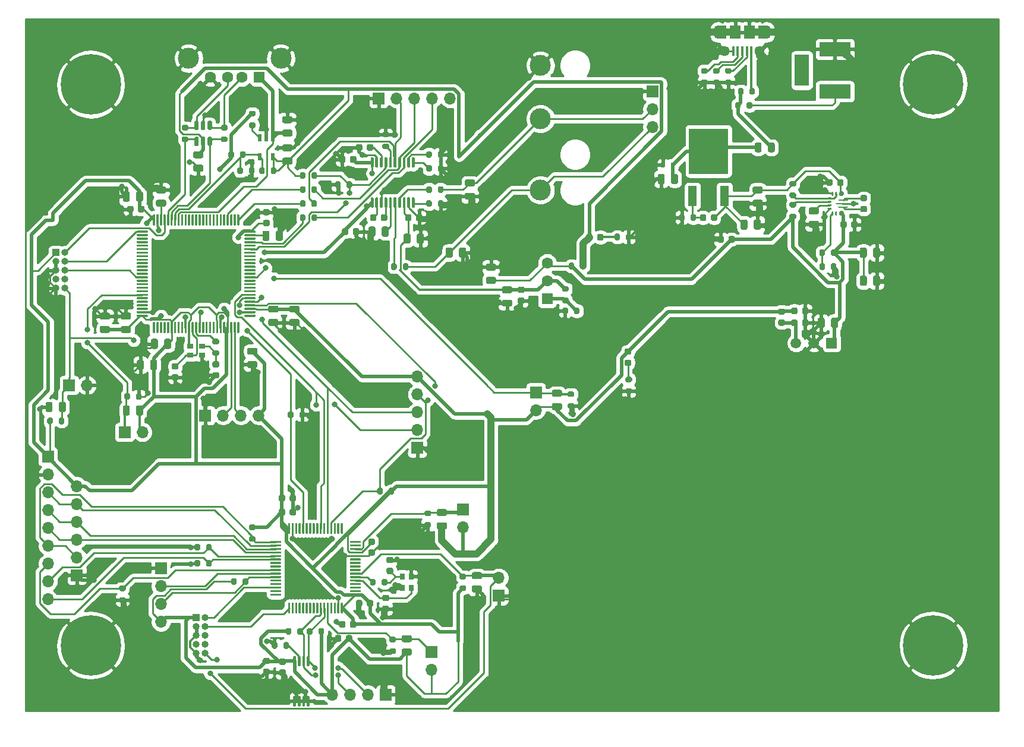
<source format=gbr>
%TF.GenerationSoftware,KiCad,Pcbnew,5.1.9*%
%TF.CreationDate,2021-03-19T17:31:00-04:00*%
%TF.ProjectId,digidraw,64696769-6472-4617-972e-6b696361645f,rev?*%
%TF.SameCoordinates,Original*%
%TF.FileFunction,Copper,L1,Top*%
%TF.FilePolarity,Positive*%
%FSLAX46Y46*%
G04 Gerber Fmt 4.6, Leading zero omitted, Abs format (unit mm)*
G04 Created by KiCad (PCBNEW 5.1.9) date 2021-03-19 17:31:00*
%MOMM*%
%LPD*%
G01*
G04 APERTURE LIST*
%TA.AperFunction,ComponentPad*%
%ADD10O,1.700000X1.700000*%
%TD*%
%TA.AperFunction,ComponentPad*%
%ADD11R,1.700000X1.700000*%
%TD*%
%TA.AperFunction,ComponentPad*%
%ADD12O,1.000000X1.000000*%
%TD*%
%TA.AperFunction,ComponentPad*%
%ADD13R,1.000000X1.000000*%
%TD*%
%TA.AperFunction,ComponentPad*%
%ADD14C,1.508000*%
%TD*%
%TA.AperFunction,ComponentPad*%
%ADD15R,1.508000X1.508000*%
%TD*%
%TA.AperFunction,ComponentPad*%
%ADD16C,0.900000*%
%TD*%
%TA.AperFunction,ComponentPad*%
%ADD17C,8.600000*%
%TD*%
%TA.AperFunction,ComponentPad*%
%ADD18C,1.599999*%
%TD*%
%TA.AperFunction,ComponentPad*%
%ADD19R,1.599999X1.599999*%
%TD*%
%TA.AperFunction,ComponentPad*%
%ADD20C,3.000000*%
%TD*%
%TA.AperFunction,SMDPad,CuDef*%
%ADD21R,0.600000X0.800000*%
%TD*%
%TA.AperFunction,SMDPad,CuDef*%
%ADD22R,1.500000X1.900000*%
%TD*%
%TA.AperFunction,ComponentPad*%
%ADD23C,1.450000*%
%TD*%
%TA.AperFunction,SMDPad,CuDef*%
%ADD24R,0.400000X1.350000*%
%TD*%
%TA.AperFunction,ComponentPad*%
%ADD25O,1.200000X1.900000*%
%TD*%
%TA.AperFunction,SMDPad,CuDef*%
%ADD26R,1.200000X1.900000*%
%TD*%
%TA.AperFunction,ComponentPad*%
%ADD27R,2.000000X4.500000*%
%TD*%
%TA.AperFunction,ComponentPad*%
%ADD28R,4.500000X2.000000*%
%TD*%
%TA.AperFunction,ComponentPad*%
%ADD29C,1.600000*%
%TD*%
%TA.AperFunction,ComponentPad*%
%ADD30R,1.600000X1.500000*%
%TD*%
%TA.AperFunction,SMDPad,CuDef*%
%ADD31R,1.250000X2.850000*%
%TD*%
%TA.AperFunction,SMDPad,CuDef*%
%ADD32R,5.550000X6.500000*%
%TD*%
%TA.AperFunction,SMDPad,CuDef*%
%ADD33R,0.600000X1.050000*%
%TD*%
%TA.AperFunction,SMDPad,CuDef*%
%ADD34R,0.800000X0.900000*%
%TD*%
%TA.AperFunction,SMDPad,CuDef*%
%ADD35R,0.900000X0.800000*%
%TD*%
%TA.AperFunction,ViaPad*%
%ADD36C,0.800000*%
%TD*%
%TA.AperFunction,Conductor*%
%ADD37C,0.250000*%
%TD*%
%TA.AperFunction,Conductor*%
%ADD38C,0.500000*%
%TD*%
%TA.AperFunction,Conductor*%
%ADD39C,0.300000*%
%TD*%
%TA.AperFunction,Conductor*%
%ADD40C,1.000000*%
%TD*%
%TA.AperFunction,Conductor*%
%ADD41C,0.508000*%
%TD*%
%TA.AperFunction,Conductor*%
%ADD42C,0.254000*%
%TD*%
%TA.AperFunction,Conductor*%
%ADD43C,0.100000*%
%TD*%
G04 APERTURE END LIST*
%TO.P,U1,1*%
%TO.N,Net-(R2-Pad2)*%
%TA.AperFunction,SMDPad,CuDef*%
G36*
G01*
X173950000Y-90275000D02*
X173950000Y-90225000D01*
G75*
G02*
X174050000Y-90125000I100000J0D01*
G01*
X174450000Y-90125000D01*
G75*
G02*
X174550000Y-90225000I0J-100000D01*
G01*
X174550000Y-90275000D01*
G75*
G02*
X174450000Y-90375000I-100000J0D01*
G01*
X174050000Y-90375000D01*
G75*
G02*
X173950000Y-90275000I0J100000D01*
G01*
G37*
%TD.AperFunction*%
%TO.P,U1,2*%
%TO.N,Net-(R10-Pad2)*%
%TA.AperFunction,SMDPad,CuDef*%
G36*
G01*
X173950000Y-90775000D02*
X173950000Y-90725000D01*
G75*
G02*
X174050000Y-90625000I100000J0D01*
G01*
X174450000Y-90625000D01*
G75*
G02*
X174550000Y-90725000I0J-100000D01*
G01*
X174550000Y-90775000D01*
G75*
G02*
X174450000Y-90875000I-100000J0D01*
G01*
X174050000Y-90875000D01*
G75*
G02*
X173950000Y-90775000I0J100000D01*
G01*
G37*
%TD.AperFunction*%
%TO.P,U1,3*%
%TO.N,Net-(C5-Pad1)*%
%TA.AperFunction,SMDPad,CuDef*%
G36*
G01*
X173950000Y-91275000D02*
X173950000Y-91225000D01*
G75*
G02*
X174050000Y-91125000I100000J0D01*
G01*
X174450000Y-91125000D01*
G75*
G02*
X174550000Y-91225000I0J-100000D01*
G01*
X174550000Y-91275000D01*
G75*
G02*
X174450000Y-91375000I-100000J0D01*
G01*
X174050000Y-91375000D01*
G75*
G02*
X173950000Y-91275000I0J100000D01*
G01*
G37*
%TD.AperFunction*%
%TO.P,U1,4*%
%TO.N,GND*%
%TA.AperFunction,SMDPad,CuDef*%
G36*
G01*
X173950000Y-91775000D02*
X173950000Y-91725000D01*
G75*
G02*
X174050000Y-91625000I100000J0D01*
G01*
X174450000Y-91625000D01*
G75*
G02*
X174550000Y-91725000I0J-100000D01*
G01*
X174550000Y-91775000D01*
G75*
G02*
X174450000Y-91875000I-100000J0D01*
G01*
X174050000Y-91875000D01*
G75*
G02*
X173950000Y-91775000I0J100000D01*
G01*
G37*
%TD.AperFunction*%
%TO.P,U1,5*%
%TO.N,Net-(R7-Pad2)*%
%TA.AperFunction,SMDPad,CuDef*%
G36*
G01*
X174550000Y-92600000D02*
X174550000Y-92200000D01*
G75*
G02*
X174650000Y-92100000I100000J0D01*
G01*
X174700000Y-92100000D01*
G75*
G02*
X174800000Y-92200000I0J-100000D01*
G01*
X174800000Y-92600000D01*
G75*
G02*
X174700000Y-92700000I-100000J0D01*
G01*
X174650000Y-92700000D01*
G75*
G02*
X174550000Y-92600000I0J100000D01*
G01*
G37*
%TD.AperFunction*%
%TO.P,U1,6*%
%TO.N,Net-(U1-Pad6)*%
%TA.AperFunction,SMDPad,CuDef*%
G36*
G01*
X175050001Y-92600000D02*
X175050001Y-92200000D01*
G75*
G02*
X175150001Y-92100000I100000J0D01*
G01*
X175200001Y-92100000D01*
G75*
G02*
X175300001Y-92200000I0J-100000D01*
G01*
X175300001Y-92600000D01*
G75*
G02*
X175200001Y-92700000I-100000J0D01*
G01*
X175150001Y-92700000D01*
G75*
G02*
X175050001Y-92600000I0J100000D01*
G01*
G37*
%TD.AperFunction*%
%TO.P,U1,14*%
%TO.N,Net-(R2-Pad2)*%
%TA.AperFunction,SMDPad,CuDef*%
G36*
G01*
X175050001Y-89800000D02*
X175050001Y-89400000D01*
G75*
G02*
X175150001Y-89300000I100000J0D01*
G01*
X175200001Y-89300000D01*
G75*
G02*
X175300001Y-89400000I0J-100000D01*
G01*
X175300001Y-89800000D01*
G75*
G02*
X175200001Y-89900000I-100000J0D01*
G01*
X175150001Y-89900000D01*
G75*
G02*
X175050001Y-89800000I0J100000D01*
G01*
G37*
%TD.AperFunction*%
%TO.P,U1,15*%
%TO.N,GND*%
%TA.AperFunction,SMDPad,CuDef*%
G36*
G01*
X174550000Y-89800000D02*
X174550000Y-89400000D01*
G75*
G02*
X174650000Y-89300000I100000J0D01*
G01*
X174700000Y-89300000D01*
G75*
G02*
X174800000Y-89400000I0J-100000D01*
G01*
X174800000Y-89800000D01*
G75*
G02*
X174700000Y-89900000I-100000J0D01*
G01*
X174650000Y-89900000D01*
G75*
G02*
X174550000Y-89800000I0J100000D01*
G01*
G37*
%TD.AperFunction*%
%TO.P,U1,12-13*%
%TO.N,Net-(C2-Pad1)*%
%TA.AperFunction,SMDPad,CuDef*%
G36*
G01*
X175575000Y-89749802D02*
X175575000Y-89450198D01*
G75*
G02*
X175775198Y-89250000I200198J0D01*
G01*
X176074802Y-89250000D01*
G75*
G02*
X176275000Y-89450198I0J-200198D01*
G01*
X176275000Y-89749802D01*
G75*
G02*
X176074802Y-89950000I-200198J0D01*
G01*
X175775198Y-89950000D01*
G75*
G02*
X175575000Y-89749802I0J200198D01*
G01*
G37*
%TD.AperFunction*%
%TO.P,U1,7-8*%
%TO.N,Net-(C48-Pad1)*%
%TA.AperFunction,SMDPad,CuDef*%
G36*
G01*
X175575000Y-92549802D02*
X175575000Y-92250198D01*
G75*
G02*
X175775198Y-92050000I200198J0D01*
G01*
X176074802Y-92050000D01*
G75*
G02*
X176275000Y-92250198I0J-200198D01*
G01*
X176275000Y-92549802D01*
G75*
G02*
X176074802Y-92750000I-200198J0D01*
G01*
X175775198Y-92750000D01*
G75*
G02*
X175575000Y-92549802I0J200198D01*
G01*
G37*
%TD.AperFunction*%
%TO.P,U1,9*%
%TO.N,Net-(L1-Pad1)*%
%TA.AperFunction,SMDPad,CuDef*%
G36*
G01*
X175450000Y-91500000D02*
X175450000Y-91500000D01*
G75*
G02*
X175550000Y-91400000I100000J0D01*
G01*
X176800000Y-91400000D01*
G75*
G02*
X176900000Y-91500000I0J-100000D01*
G01*
X176900000Y-91500000D01*
G75*
G02*
X176800000Y-91600000I-100000J0D01*
G01*
X175550000Y-91600000D01*
G75*
G02*
X175450000Y-91500000I0J100000D01*
G01*
G37*
%TD.AperFunction*%
%TO.P,U1,11*%
%TO.N,Net-(L1-Pad2)*%
%TA.AperFunction,SMDPad,CuDef*%
G36*
G01*
X175450000Y-90500000D02*
X175450000Y-90500000D01*
G75*
G02*
X175550000Y-90400000I100000J0D01*
G01*
X176800000Y-90400000D01*
G75*
G02*
X176900000Y-90500000I0J-100000D01*
G01*
X176900000Y-90500000D01*
G75*
G02*
X176800000Y-90600000I-100000J0D01*
G01*
X175550000Y-90600000D01*
G75*
G02*
X175450000Y-90500000I0J100000D01*
G01*
G37*
%TD.AperFunction*%
%TO.P,U1,10*%
%TO.N,GND*%
%TA.AperFunction,SMDPad,CuDef*%
G36*
G01*
X175100000Y-91000000D02*
X175100000Y-91000000D01*
G75*
G02*
X175200000Y-90900000I100000J0D01*
G01*
X176800000Y-90900000D01*
G75*
G02*
X176900000Y-91000000I0J-100000D01*
G01*
X176900000Y-91000000D01*
G75*
G02*
X176800000Y-91100000I-100000J0D01*
G01*
X175200000Y-91100000D01*
G75*
G02*
X175100000Y-91000000I0J100000D01*
G01*
G37*
%TD.AperFunction*%
%TD*%
D10*
%TO.P,J19,2*%
%TO.N,/user_io/NRST*%
X127100000Y-144360000D03*
D11*
%TO.P,J19,1*%
%TO.N,GND*%
X127100000Y-146900000D03*
%TD*%
D10*
%TO.P,J18,2*%
%TO.N,+3V3*%
X132400000Y-120440000D03*
D11*
%TO.P,J18,1*%
%TO.N,/midi_dac/BOOT1*%
X132400000Y-117900000D03*
%TD*%
D10*
%TO.P,J17,2*%
%TO.N,+3V3*%
X76340000Y-123600000D03*
D11*
%TO.P,J17,1*%
%TO.N,/midi_dac/BOOT0*%
X73800000Y-123600000D03*
%TD*%
D10*
%TO.P,J16,2*%
%TO.N,GND*%
X68440000Y-116900000D03*
D11*
%TO.P,J16,1*%
%TO.N,/midi_dac/NRST*%
X65900000Y-116900000D03*
%TD*%
D10*
%TO.P,J15,2*%
%TO.N,+3V3*%
X122000000Y-137140000D03*
D11*
%TO.P,J15,1*%
%TO.N,/user_io/USR_PUSHBTN*%
X122000000Y-134600000D03*
%TD*%
D10*
%TO.P,J14,2*%
%TO.N,+3V3*%
X117500000Y-157440000D03*
D11*
%TO.P,J14,1*%
%TO.N,/user_io/BOOT0*%
X117500000Y-154900000D03*
%TD*%
D12*
%TO.P,J11,10*%
%TO.N,/midi_dac/NRST*%
X65270000Y-103080000D03*
%TO.P,J11,9*%
%TO.N,GND*%
X64000000Y-103080000D03*
%TO.P,J11,8*%
%TO.N,Net-(J11-Pad8)*%
X65270000Y-101810000D03*
%TO.P,J11,7*%
%TO.N,Net-(J11-Pad7)*%
X64000000Y-101810000D03*
%TO.P,J11,6*%
%TO.N,/midi_dac/SWO*%
X65270000Y-100540000D03*
%TO.P,J11,5*%
%TO.N,GND*%
X64000000Y-100540000D03*
%TO.P,J11,4*%
%TO.N,/midi_dac/SWCLK*%
X65270000Y-99270000D03*
%TO.P,J11,3*%
%TO.N,GND*%
X64000000Y-99270000D03*
%TO.P,J11,2*%
%TO.N,/midi_dac/SWDIO*%
X65270000Y-98000000D03*
D13*
%TO.P,J11,1*%
%TO.N,+3V3*%
X64000000Y-98000000D03*
%TD*%
D12*
%TO.P,J3,10*%
%TO.N,/user_io/NRST*%
X85270000Y-155080000D03*
%TO.P,J3,9*%
%TO.N,GND*%
X84000000Y-155080000D03*
%TO.P,J3,8*%
%TO.N,Net-(J3-Pad8)*%
X85270000Y-153810000D03*
%TO.P,J3,7*%
%TO.N,Net-(J3-Pad7)*%
X84000000Y-153810000D03*
%TO.P,J3,6*%
%TO.N,Net-(J3-Pad6)*%
X85270000Y-152540000D03*
%TO.P,J3,5*%
%TO.N,GND*%
X84000000Y-152540000D03*
%TO.P,J3,4*%
%TO.N,/user_io/SWCLK*%
X85270000Y-151270000D03*
%TO.P,J3,3*%
%TO.N,GND*%
X84000000Y-151270000D03*
%TO.P,J3,2*%
%TO.N,/user_io/SWDIO*%
X85270000Y-150000000D03*
D13*
%TO.P,J3,1*%
%TO.N,+3V3*%
X84000000Y-150000000D03*
%TD*%
%TO.P,R28,2*%
%TO.N,/midi_dac/USB_VBUS_EN*%
%TA.AperFunction,SMDPad,CuDef*%
G36*
G01*
X93775000Y-86025000D02*
X93775000Y-86575000D01*
G75*
G02*
X93575000Y-86775000I-200000J0D01*
G01*
X93175000Y-86775000D01*
G75*
G02*
X92975000Y-86575000I0J200000D01*
G01*
X92975000Y-86025000D01*
G75*
G02*
X93175000Y-85825000I200000J0D01*
G01*
X93575000Y-85825000D01*
G75*
G02*
X93775000Y-86025000I0J-200000D01*
G01*
G37*
%TD.AperFunction*%
%TO.P,R28,1*%
%TO.N,+5V*%
%TA.AperFunction,SMDPad,CuDef*%
G36*
G01*
X95425000Y-86025000D02*
X95425000Y-86575000D01*
G75*
G02*
X95225000Y-86775000I-200000J0D01*
G01*
X94825000Y-86775000D01*
G75*
G02*
X94625000Y-86575000I0J200000D01*
G01*
X94625000Y-86025000D01*
G75*
G02*
X94825000Y-85825000I200000J0D01*
G01*
X95225000Y-85825000D01*
G75*
G02*
X95425000Y-86025000I0J-200000D01*
G01*
G37*
%TD.AperFunction*%
%TD*%
%TO.P,R27,2*%
%TO.N,GND*%
%TA.AperFunction,SMDPad,CuDef*%
G36*
G01*
X91525000Y-86575000D02*
X91525000Y-86025000D01*
G75*
G02*
X91725000Y-85825000I200000J0D01*
G01*
X92125000Y-85825000D01*
G75*
G02*
X92325000Y-86025000I0J-200000D01*
G01*
X92325000Y-86575000D01*
G75*
G02*
X92125000Y-86775000I-200000J0D01*
G01*
X91725000Y-86775000D01*
G75*
G02*
X91525000Y-86575000I0J200000D01*
G01*
G37*
%TD.AperFunction*%
%TO.P,R27,1*%
%TO.N,/midi_dac/USB_VBUS_EN*%
%TA.AperFunction,SMDPad,CuDef*%
G36*
G01*
X89875000Y-86575000D02*
X89875000Y-86025000D01*
G75*
G02*
X90075000Y-85825000I200000J0D01*
G01*
X90475000Y-85825000D01*
G75*
G02*
X90675000Y-86025000I0J-200000D01*
G01*
X90675000Y-86575000D01*
G75*
G02*
X90475000Y-86775000I-200000J0D01*
G01*
X90075000Y-86775000D01*
G75*
G02*
X89875000Y-86575000I0J200000D01*
G01*
G37*
%TD.AperFunction*%
%TD*%
%TO.P,C50,1*%
%TO.N,Net-(C48-Pad1)*%
%TA.AperFunction,SMDPad,CuDef*%
G36*
G01*
X175450000Y-107525000D02*
X175450000Y-108475000D01*
G75*
G02*
X175200000Y-108725000I-250000J0D01*
G01*
X174700000Y-108725000D01*
G75*
G02*
X174450000Y-108475000I0J250000D01*
G01*
X174450000Y-107525000D01*
G75*
G02*
X174700000Y-107275000I250000J0D01*
G01*
X175200000Y-107275000D01*
G75*
G02*
X175450000Y-107525000I0J-250000D01*
G01*
G37*
%TD.AperFunction*%
%TO.P,C50,2*%
%TO.N,GND*%
%TA.AperFunction,SMDPad,CuDef*%
G36*
G01*
X173550000Y-107525000D02*
X173550000Y-108475000D01*
G75*
G02*
X173300000Y-108725000I-250000J0D01*
G01*
X172800000Y-108725000D01*
G75*
G02*
X172550000Y-108475000I0J250000D01*
G01*
X172550000Y-107525000D01*
G75*
G02*
X172800000Y-107275000I250000J0D01*
G01*
X173300000Y-107275000D01*
G75*
G02*
X173550000Y-107525000I0J-250000D01*
G01*
G37*
%TD.AperFunction*%
%TD*%
%TO.P,C55,2*%
%TO.N,GND*%
%TA.AperFunction,SMDPad,CuDef*%
G36*
G01*
X170325000Y-106550000D02*
X170325000Y-106050000D01*
G75*
G02*
X170550000Y-105825000I225000J0D01*
G01*
X171000000Y-105825000D01*
G75*
G02*
X171225000Y-106050000I0J-225000D01*
G01*
X171225000Y-106550000D01*
G75*
G02*
X171000000Y-106775000I-225000J0D01*
G01*
X170550000Y-106775000D01*
G75*
G02*
X170325000Y-106550000I0J225000D01*
G01*
G37*
%TD.AperFunction*%
%TO.P,C55,1*%
%TO.N,+3V3*%
%TA.AperFunction,SMDPad,CuDef*%
G36*
G01*
X168775000Y-106550000D02*
X168775000Y-106050000D01*
G75*
G02*
X169000000Y-105825000I225000J0D01*
G01*
X169450000Y-105825000D01*
G75*
G02*
X169675000Y-106050000I0J-225000D01*
G01*
X169675000Y-106550000D01*
G75*
G02*
X169450000Y-106775000I-225000J0D01*
G01*
X169000000Y-106775000D01*
G75*
G02*
X168775000Y-106550000I0J225000D01*
G01*
G37*
%TD.AperFunction*%
%TD*%
%TO.P,U3,1*%
%TO.N,+3V3*%
%TA.AperFunction,SMDPad,CuDef*%
G36*
G01*
X107450000Y-146675000D02*
X107450000Y-146825000D01*
G75*
G02*
X107375000Y-146900000I-75000J0D01*
G01*
X105975000Y-146900000D01*
G75*
G02*
X105900000Y-146825000I0J75000D01*
G01*
X105900000Y-146675000D01*
G75*
G02*
X105975000Y-146600000I75000J0D01*
G01*
X107375000Y-146600000D01*
G75*
G02*
X107450000Y-146675000I0J-75000D01*
G01*
G37*
%TD.AperFunction*%
%TO.P,U3,2*%
%TO.N,Net-(U3-Pad2)*%
%TA.AperFunction,SMDPad,CuDef*%
G36*
G01*
X107450000Y-146175000D02*
X107450000Y-146325000D01*
G75*
G02*
X107375000Y-146400000I-75000J0D01*
G01*
X105975000Y-146400000D01*
G75*
G02*
X105900000Y-146325000I0J75000D01*
G01*
X105900000Y-146175000D01*
G75*
G02*
X105975000Y-146100000I75000J0D01*
G01*
X107375000Y-146100000D01*
G75*
G02*
X107450000Y-146175000I0J-75000D01*
G01*
G37*
%TD.AperFunction*%
%TO.P,U3,3*%
%TO.N,Net-(U3-Pad3)*%
%TA.AperFunction,SMDPad,CuDef*%
G36*
G01*
X107450000Y-145675000D02*
X107450000Y-145825000D01*
G75*
G02*
X107375000Y-145900000I-75000J0D01*
G01*
X105975000Y-145900000D01*
G75*
G02*
X105900000Y-145825000I0J75000D01*
G01*
X105900000Y-145675000D01*
G75*
G02*
X105975000Y-145600000I75000J0D01*
G01*
X107375000Y-145600000D01*
G75*
G02*
X107450000Y-145675000I0J-75000D01*
G01*
G37*
%TD.AperFunction*%
%TO.P,U3,4*%
%TO.N,Net-(U3-Pad4)*%
%TA.AperFunction,SMDPad,CuDef*%
G36*
G01*
X107450000Y-145175000D02*
X107450000Y-145325000D01*
G75*
G02*
X107375000Y-145400000I-75000J0D01*
G01*
X105975000Y-145400000D01*
G75*
G02*
X105900000Y-145325000I0J75000D01*
G01*
X105900000Y-145175000D01*
G75*
G02*
X105975000Y-145100000I75000J0D01*
G01*
X107375000Y-145100000D01*
G75*
G02*
X107450000Y-145175000I0J-75000D01*
G01*
G37*
%TD.AperFunction*%
%TO.P,U3,5*%
%TO.N,/user_io/OSC_IN*%
%TA.AperFunction,SMDPad,CuDef*%
G36*
G01*
X107450000Y-144675000D02*
X107450000Y-144825000D01*
G75*
G02*
X107375000Y-144900000I-75000J0D01*
G01*
X105975000Y-144900000D01*
G75*
G02*
X105900000Y-144825000I0J75000D01*
G01*
X105900000Y-144675000D01*
G75*
G02*
X105975000Y-144600000I75000J0D01*
G01*
X107375000Y-144600000D01*
G75*
G02*
X107450000Y-144675000I0J-75000D01*
G01*
G37*
%TD.AperFunction*%
%TO.P,U3,6*%
%TO.N,/user_io/OSC_OUT*%
%TA.AperFunction,SMDPad,CuDef*%
G36*
G01*
X107450000Y-144175000D02*
X107450000Y-144325000D01*
G75*
G02*
X107375000Y-144400000I-75000J0D01*
G01*
X105975000Y-144400000D01*
G75*
G02*
X105900000Y-144325000I0J75000D01*
G01*
X105900000Y-144175000D01*
G75*
G02*
X105975000Y-144100000I75000J0D01*
G01*
X107375000Y-144100000D01*
G75*
G02*
X107450000Y-144175000I0J-75000D01*
G01*
G37*
%TD.AperFunction*%
%TO.P,U3,7*%
%TO.N,/user_io/NRST*%
%TA.AperFunction,SMDPad,CuDef*%
G36*
G01*
X107450000Y-143675000D02*
X107450000Y-143825000D01*
G75*
G02*
X107375000Y-143900000I-75000J0D01*
G01*
X105975000Y-143900000D01*
G75*
G02*
X105900000Y-143825000I0J75000D01*
G01*
X105900000Y-143675000D01*
G75*
G02*
X105975000Y-143600000I75000J0D01*
G01*
X107375000Y-143600000D01*
G75*
G02*
X107450000Y-143675000I0J-75000D01*
G01*
G37*
%TD.AperFunction*%
%TO.P,U3,8*%
%TO.N,Net-(U3-Pad8)*%
%TA.AperFunction,SMDPad,CuDef*%
G36*
G01*
X107450000Y-143175000D02*
X107450000Y-143325000D01*
G75*
G02*
X107375000Y-143400000I-75000J0D01*
G01*
X105975000Y-143400000D01*
G75*
G02*
X105900000Y-143325000I0J75000D01*
G01*
X105900000Y-143175000D01*
G75*
G02*
X105975000Y-143100000I75000J0D01*
G01*
X107375000Y-143100000D01*
G75*
G02*
X107450000Y-143175000I0J-75000D01*
G01*
G37*
%TD.AperFunction*%
%TO.P,U3,9*%
%TO.N,Net-(U3-Pad9)*%
%TA.AperFunction,SMDPad,CuDef*%
G36*
G01*
X107450000Y-142675000D02*
X107450000Y-142825000D01*
G75*
G02*
X107375000Y-142900000I-75000J0D01*
G01*
X105975000Y-142900000D01*
G75*
G02*
X105900000Y-142825000I0J75000D01*
G01*
X105900000Y-142675000D01*
G75*
G02*
X105975000Y-142600000I75000J0D01*
G01*
X107375000Y-142600000D01*
G75*
G02*
X107450000Y-142675000I0J-75000D01*
G01*
G37*
%TD.AperFunction*%
%TO.P,U3,10*%
%TO.N,Net-(U3-Pad10)*%
%TA.AperFunction,SMDPad,CuDef*%
G36*
G01*
X107450000Y-142175000D02*
X107450000Y-142325000D01*
G75*
G02*
X107375000Y-142400000I-75000J0D01*
G01*
X105975000Y-142400000D01*
G75*
G02*
X105900000Y-142325000I0J75000D01*
G01*
X105900000Y-142175000D01*
G75*
G02*
X105975000Y-142100000I75000J0D01*
G01*
X107375000Y-142100000D01*
G75*
G02*
X107450000Y-142175000I0J-75000D01*
G01*
G37*
%TD.AperFunction*%
%TO.P,U3,11*%
%TO.N,Net-(U3-Pad11)*%
%TA.AperFunction,SMDPad,CuDef*%
G36*
G01*
X107450000Y-141675000D02*
X107450000Y-141825000D01*
G75*
G02*
X107375000Y-141900000I-75000J0D01*
G01*
X105975000Y-141900000D01*
G75*
G02*
X105900000Y-141825000I0J75000D01*
G01*
X105900000Y-141675000D01*
G75*
G02*
X105975000Y-141600000I75000J0D01*
G01*
X107375000Y-141600000D01*
G75*
G02*
X107450000Y-141675000I0J-75000D01*
G01*
G37*
%TD.AperFunction*%
%TO.P,U3,12*%
%TO.N,GND*%
%TA.AperFunction,SMDPad,CuDef*%
G36*
G01*
X107450000Y-141175000D02*
X107450000Y-141325000D01*
G75*
G02*
X107375000Y-141400000I-75000J0D01*
G01*
X105975000Y-141400000D01*
G75*
G02*
X105900000Y-141325000I0J75000D01*
G01*
X105900000Y-141175000D01*
G75*
G02*
X105975000Y-141100000I75000J0D01*
G01*
X107375000Y-141100000D01*
G75*
G02*
X107450000Y-141175000I0J-75000D01*
G01*
G37*
%TD.AperFunction*%
%TO.P,U3,13*%
%TO.N,+3V3*%
%TA.AperFunction,SMDPad,CuDef*%
G36*
G01*
X107450000Y-140675000D02*
X107450000Y-140825000D01*
G75*
G02*
X107375000Y-140900000I-75000J0D01*
G01*
X105975000Y-140900000D01*
G75*
G02*
X105900000Y-140825000I0J75000D01*
G01*
X105900000Y-140675000D01*
G75*
G02*
X105975000Y-140600000I75000J0D01*
G01*
X107375000Y-140600000D01*
G75*
G02*
X107450000Y-140675000I0J-75000D01*
G01*
G37*
%TD.AperFunction*%
%TO.P,U3,14*%
%TO.N,/user_io/USR_PUSHBTN*%
%TA.AperFunction,SMDPad,CuDef*%
G36*
G01*
X107450000Y-140175000D02*
X107450000Y-140325000D01*
G75*
G02*
X107375000Y-140400000I-75000J0D01*
G01*
X105975000Y-140400000D01*
G75*
G02*
X105900000Y-140325000I0J75000D01*
G01*
X105900000Y-140175000D01*
G75*
G02*
X105975000Y-140100000I75000J0D01*
G01*
X107375000Y-140100000D01*
G75*
G02*
X107450000Y-140175000I0J-75000D01*
G01*
G37*
%TD.AperFunction*%
%TO.P,U3,15*%
%TO.N,Net-(U3-Pad15)*%
%TA.AperFunction,SMDPad,CuDef*%
G36*
G01*
X107450000Y-139675000D02*
X107450000Y-139825000D01*
G75*
G02*
X107375000Y-139900000I-75000J0D01*
G01*
X105975000Y-139900000D01*
G75*
G02*
X105900000Y-139825000I0J75000D01*
G01*
X105900000Y-139675000D01*
G75*
G02*
X105975000Y-139600000I75000J0D01*
G01*
X107375000Y-139600000D01*
G75*
G02*
X107450000Y-139675000I0J-75000D01*
G01*
G37*
%TD.AperFunction*%
%TO.P,U3,16*%
%TO.N,Net-(U3-Pad16)*%
%TA.AperFunction,SMDPad,CuDef*%
G36*
G01*
X107450000Y-139175000D02*
X107450000Y-139325000D01*
G75*
G02*
X107375000Y-139400000I-75000J0D01*
G01*
X105975000Y-139400000D01*
G75*
G02*
X105900000Y-139325000I0J75000D01*
G01*
X105900000Y-139175000D01*
G75*
G02*
X105975000Y-139100000I75000J0D01*
G01*
X107375000Y-139100000D01*
G75*
G02*
X107450000Y-139175000I0J-75000D01*
G01*
G37*
%TD.AperFunction*%
%TO.P,U3,17*%
%TO.N,Net-(U3-Pad17)*%
%TA.AperFunction,SMDPad,CuDef*%
G36*
G01*
X104900000Y-136625000D02*
X104900000Y-138025000D01*
G75*
G02*
X104825000Y-138100000I-75000J0D01*
G01*
X104675000Y-138100000D01*
G75*
G02*
X104600000Y-138025000I0J75000D01*
G01*
X104600000Y-136625000D01*
G75*
G02*
X104675000Y-136550000I75000J0D01*
G01*
X104825000Y-136550000D01*
G75*
G02*
X104900000Y-136625000I0J-75000D01*
G01*
G37*
%TD.AperFunction*%
%TO.P,U3,18*%
%TO.N,Net-(U3-Pad18)*%
%TA.AperFunction,SMDPad,CuDef*%
G36*
G01*
X104400000Y-136625000D02*
X104400000Y-138025000D01*
G75*
G02*
X104325000Y-138100000I-75000J0D01*
G01*
X104175000Y-138100000D01*
G75*
G02*
X104100000Y-138025000I0J75000D01*
G01*
X104100000Y-136625000D01*
G75*
G02*
X104175000Y-136550000I75000J0D01*
G01*
X104325000Y-136550000D01*
G75*
G02*
X104400000Y-136625000I0J-75000D01*
G01*
G37*
%TD.AperFunction*%
%TO.P,U3,19*%
%TO.N,Net-(U3-Pad19)*%
%TA.AperFunction,SMDPad,CuDef*%
G36*
G01*
X103900000Y-136625000D02*
X103900000Y-138025000D01*
G75*
G02*
X103825000Y-138100000I-75000J0D01*
G01*
X103675000Y-138100000D01*
G75*
G02*
X103600000Y-138025000I0J75000D01*
G01*
X103600000Y-136625000D01*
G75*
G02*
X103675000Y-136550000I75000J0D01*
G01*
X103825000Y-136550000D01*
G75*
G02*
X103900000Y-136625000I0J-75000D01*
G01*
G37*
%TD.AperFunction*%
%TO.P,U3,20*%
%TO.N,/midi_dac/SPI_NSS*%
%TA.AperFunction,SMDPad,CuDef*%
G36*
G01*
X103400000Y-136625000D02*
X103400000Y-138025000D01*
G75*
G02*
X103325000Y-138100000I-75000J0D01*
G01*
X103175000Y-138100000D01*
G75*
G02*
X103100000Y-138025000I0J75000D01*
G01*
X103100000Y-136625000D01*
G75*
G02*
X103175000Y-136550000I75000J0D01*
G01*
X103325000Y-136550000D01*
G75*
G02*
X103400000Y-136625000I0J-75000D01*
G01*
G37*
%TD.AperFunction*%
%TO.P,U3,21*%
%TO.N,/midi_dac/SPI_SCK*%
%TA.AperFunction,SMDPad,CuDef*%
G36*
G01*
X102900000Y-136625000D02*
X102900000Y-138025000D01*
G75*
G02*
X102825000Y-138100000I-75000J0D01*
G01*
X102675000Y-138100000D01*
G75*
G02*
X102600000Y-138025000I0J75000D01*
G01*
X102600000Y-136625000D01*
G75*
G02*
X102675000Y-136550000I75000J0D01*
G01*
X102825000Y-136550000D01*
G75*
G02*
X102900000Y-136625000I0J-75000D01*
G01*
G37*
%TD.AperFunction*%
%TO.P,U3,22*%
%TO.N,Net-(U3-Pad22)*%
%TA.AperFunction,SMDPad,CuDef*%
G36*
G01*
X102400000Y-136625000D02*
X102400000Y-138025000D01*
G75*
G02*
X102325000Y-138100000I-75000J0D01*
G01*
X102175000Y-138100000D01*
G75*
G02*
X102100000Y-138025000I0J75000D01*
G01*
X102100000Y-136625000D01*
G75*
G02*
X102175000Y-136550000I75000J0D01*
G01*
X102325000Y-136550000D01*
G75*
G02*
X102400000Y-136625000I0J-75000D01*
G01*
G37*
%TD.AperFunction*%
%TO.P,U3,23*%
%TO.N,/midi_dac/SPI_MOSI*%
%TA.AperFunction,SMDPad,CuDef*%
G36*
G01*
X101900000Y-136625000D02*
X101900000Y-138025000D01*
G75*
G02*
X101825000Y-138100000I-75000J0D01*
G01*
X101675000Y-138100000D01*
G75*
G02*
X101600000Y-138025000I0J75000D01*
G01*
X101600000Y-136625000D01*
G75*
G02*
X101675000Y-136550000I75000J0D01*
G01*
X101825000Y-136550000D01*
G75*
G02*
X101900000Y-136625000I0J-75000D01*
G01*
G37*
%TD.AperFunction*%
%TO.P,U3,24*%
%TO.N,Net-(U3-Pad24)*%
%TA.AperFunction,SMDPad,CuDef*%
G36*
G01*
X101400000Y-136625000D02*
X101400000Y-138025000D01*
G75*
G02*
X101325000Y-138100000I-75000J0D01*
G01*
X101175000Y-138100000D01*
G75*
G02*
X101100000Y-138025000I0J75000D01*
G01*
X101100000Y-136625000D01*
G75*
G02*
X101175000Y-136550000I75000J0D01*
G01*
X101325000Y-136550000D01*
G75*
G02*
X101400000Y-136625000I0J-75000D01*
G01*
G37*
%TD.AperFunction*%
%TO.P,U3,25*%
%TO.N,Net-(U3-Pad25)*%
%TA.AperFunction,SMDPad,CuDef*%
G36*
G01*
X100900000Y-136625000D02*
X100900000Y-138025000D01*
G75*
G02*
X100825000Y-138100000I-75000J0D01*
G01*
X100675000Y-138100000D01*
G75*
G02*
X100600000Y-138025000I0J75000D01*
G01*
X100600000Y-136625000D01*
G75*
G02*
X100675000Y-136550000I75000J0D01*
G01*
X100825000Y-136550000D01*
G75*
G02*
X100900000Y-136625000I0J-75000D01*
G01*
G37*
%TD.AperFunction*%
%TO.P,U3,26*%
%TO.N,Net-(U3-Pad26)*%
%TA.AperFunction,SMDPad,CuDef*%
G36*
G01*
X100400000Y-136625000D02*
X100400000Y-138025000D01*
G75*
G02*
X100325000Y-138100000I-75000J0D01*
G01*
X100175000Y-138100000D01*
G75*
G02*
X100100000Y-138025000I0J75000D01*
G01*
X100100000Y-136625000D01*
G75*
G02*
X100175000Y-136550000I75000J0D01*
G01*
X100325000Y-136550000D01*
G75*
G02*
X100400000Y-136625000I0J-75000D01*
G01*
G37*
%TD.AperFunction*%
%TO.P,U3,27*%
%TO.N,Net-(U3-Pad27)*%
%TA.AperFunction,SMDPad,CuDef*%
G36*
G01*
X99900000Y-136625000D02*
X99900000Y-138025000D01*
G75*
G02*
X99825000Y-138100000I-75000J0D01*
G01*
X99675000Y-138100000D01*
G75*
G02*
X99600000Y-138025000I0J75000D01*
G01*
X99600000Y-136625000D01*
G75*
G02*
X99675000Y-136550000I75000J0D01*
G01*
X99825000Y-136550000D01*
G75*
G02*
X99900000Y-136625000I0J-75000D01*
G01*
G37*
%TD.AperFunction*%
%TO.P,U3,28*%
%TO.N,/midi_dac/SPI_INT*%
%TA.AperFunction,SMDPad,CuDef*%
G36*
G01*
X99400000Y-136625000D02*
X99400000Y-138025000D01*
G75*
G02*
X99325000Y-138100000I-75000J0D01*
G01*
X99175000Y-138100000D01*
G75*
G02*
X99100000Y-138025000I0J75000D01*
G01*
X99100000Y-136625000D01*
G75*
G02*
X99175000Y-136550000I75000J0D01*
G01*
X99325000Y-136550000D01*
G75*
G02*
X99400000Y-136625000I0J-75000D01*
G01*
G37*
%TD.AperFunction*%
%TO.P,U3,29*%
%TO.N,Net-(U3-Pad29)*%
%TA.AperFunction,SMDPad,CuDef*%
G36*
G01*
X98900000Y-136625000D02*
X98900000Y-138025000D01*
G75*
G02*
X98825000Y-138100000I-75000J0D01*
G01*
X98675000Y-138100000D01*
G75*
G02*
X98600000Y-138025000I0J75000D01*
G01*
X98600000Y-136625000D01*
G75*
G02*
X98675000Y-136550000I75000J0D01*
G01*
X98825000Y-136550000D01*
G75*
G02*
X98900000Y-136625000I0J-75000D01*
G01*
G37*
%TD.AperFunction*%
%TO.P,U3,30*%
%TO.N,Net-(U3-Pad30)*%
%TA.AperFunction,SMDPad,CuDef*%
G36*
G01*
X98400000Y-136625000D02*
X98400000Y-138025000D01*
G75*
G02*
X98325000Y-138100000I-75000J0D01*
G01*
X98175000Y-138100000D01*
G75*
G02*
X98100000Y-138025000I0J75000D01*
G01*
X98100000Y-136625000D01*
G75*
G02*
X98175000Y-136550000I75000J0D01*
G01*
X98325000Y-136550000D01*
G75*
G02*
X98400000Y-136625000I0J-75000D01*
G01*
G37*
%TD.AperFunction*%
%TO.P,U3,31*%
%TO.N,GND*%
%TA.AperFunction,SMDPad,CuDef*%
G36*
G01*
X97900000Y-136625000D02*
X97900000Y-138025000D01*
G75*
G02*
X97825000Y-138100000I-75000J0D01*
G01*
X97675000Y-138100000D01*
G75*
G02*
X97600000Y-138025000I0J75000D01*
G01*
X97600000Y-136625000D01*
G75*
G02*
X97675000Y-136550000I75000J0D01*
G01*
X97825000Y-136550000D01*
G75*
G02*
X97900000Y-136625000I0J-75000D01*
G01*
G37*
%TD.AperFunction*%
%TO.P,U3,32*%
%TO.N,+3V3*%
%TA.AperFunction,SMDPad,CuDef*%
G36*
G01*
X97400000Y-136625000D02*
X97400000Y-138025000D01*
G75*
G02*
X97325000Y-138100000I-75000J0D01*
G01*
X97175000Y-138100000D01*
G75*
G02*
X97100000Y-138025000I0J75000D01*
G01*
X97100000Y-136625000D01*
G75*
G02*
X97175000Y-136550000I75000J0D01*
G01*
X97325000Y-136550000D01*
G75*
G02*
X97400000Y-136625000I0J-75000D01*
G01*
G37*
%TD.AperFunction*%
%TO.P,U3,33*%
%TO.N,/user_io/RA8875_NSS*%
%TA.AperFunction,SMDPad,CuDef*%
G36*
G01*
X96100000Y-139175000D02*
X96100000Y-139325000D01*
G75*
G02*
X96025000Y-139400000I-75000J0D01*
G01*
X94625000Y-139400000D01*
G75*
G02*
X94550000Y-139325000I0J75000D01*
G01*
X94550000Y-139175000D01*
G75*
G02*
X94625000Y-139100000I75000J0D01*
G01*
X96025000Y-139100000D01*
G75*
G02*
X96100000Y-139175000I0J-75000D01*
G01*
G37*
%TD.AperFunction*%
%TO.P,U3,34*%
%TO.N,/user_io/RA8875_SCK*%
%TA.AperFunction,SMDPad,CuDef*%
G36*
G01*
X96100000Y-139675000D02*
X96100000Y-139825000D01*
G75*
G02*
X96025000Y-139900000I-75000J0D01*
G01*
X94625000Y-139900000D01*
G75*
G02*
X94550000Y-139825000I0J75000D01*
G01*
X94550000Y-139675000D01*
G75*
G02*
X94625000Y-139600000I75000J0D01*
G01*
X96025000Y-139600000D01*
G75*
G02*
X96100000Y-139675000I0J-75000D01*
G01*
G37*
%TD.AperFunction*%
%TO.P,U3,35*%
%TO.N,/user_io/RA8875_MISO*%
%TA.AperFunction,SMDPad,CuDef*%
G36*
G01*
X96100000Y-140175000D02*
X96100000Y-140325000D01*
G75*
G02*
X96025000Y-140400000I-75000J0D01*
G01*
X94625000Y-140400000D01*
G75*
G02*
X94550000Y-140325000I0J75000D01*
G01*
X94550000Y-140175000D01*
G75*
G02*
X94625000Y-140100000I75000J0D01*
G01*
X96025000Y-140100000D01*
G75*
G02*
X96100000Y-140175000I0J-75000D01*
G01*
G37*
%TD.AperFunction*%
%TO.P,U3,36*%
%TO.N,/user_io/RA8875_MOSI*%
%TA.AperFunction,SMDPad,CuDef*%
G36*
G01*
X96100000Y-140675000D02*
X96100000Y-140825000D01*
G75*
G02*
X96025000Y-140900000I-75000J0D01*
G01*
X94625000Y-140900000D01*
G75*
G02*
X94550000Y-140825000I0J75000D01*
G01*
X94550000Y-140675000D01*
G75*
G02*
X94625000Y-140600000I75000J0D01*
G01*
X96025000Y-140600000D01*
G75*
G02*
X96100000Y-140675000I0J-75000D01*
G01*
G37*
%TD.AperFunction*%
%TO.P,U3,37*%
%TO.N,/user_io/RA8875_WAIT*%
%TA.AperFunction,SMDPad,CuDef*%
G36*
G01*
X96100000Y-141175000D02*
X96100000Y-141325000D01*
G75*
G02*
X96025000Y-141400000I-75000J0D01*
G01*
X94625000Y-141400000D01*
G75*
G02*
X94550000Y-141325000I0J75000D01*
G01*
X94550000Y-141175000D01*
G75*
G02*
X94625000Y-141100000I75000J0D01*
G01*
X96025000Y-141100000D01*
G75*
G02*
X96100000Y-141175000I0J-75000D01*
G01*
G37*
%TD.AperFunction*%
%TO.P,U3,38*%
%TO.N,/user_io/RA8875_INT*%
%TA.AperFunction,SMDPad,CuDef*%
G36*
G01*
X96100000Y-141675000D02*
X96100000Y-141825000D01*
G75*
G02*
X96025000Y-141900000I-75000J0D01*
G01*
X94625000Y-141900000D01*
G75*
G02*
X94550000Y-141825000I0J75000D01*
G01*
X94550000Y-141675000D01*
G75*
G02*
X94625000Y-141600000I75000J0D01*
G01*
X96025000Y-141600000D01*
G75*
G02*
X96100000Y-141675000I0J-75000D01*
G01*
G37*
%TD.AperFunction*%
%TO.P,U3,39*%
%TO.N,Net-(U3-Pad39)*%
%TA.AperFunction,SMDPad,CuDef*%
G36*
G01*
X96100000Y-142175000D02*
X96100000Y-142325000D01*
G75*
G02*
X96025000Y-142400000I-75000J0D01*
G01*
X94625000Y-142400000D01*
G75*
G02*
X94550000Y-142325000I0J75000D01*
G01*
X94550000Y-142175000D01*
G75*
G02*
X94625000Y-142100000I75000J0D01*
G01*
X96025000Y-142100000D01*
G75*
G02*
X96100000Y-142175000I0J-75000D01*
G01*
G37*
%TD.AperFunction*%
%TO.P,U3,40*%
%TO.N,Net-(U3-Pad40)*%
%TA.AperFunction,SMDPad,CuDef*%
G36*
G01*
X96100000Y-142675000D02*
X96100000Y-142825000D01*
G75*
G02*
X96025000Y-142900000I-75000J0D01*
G01*
X94625000Y-142900000D01*
G75*
G02*
X94550000Y-142825000I0J75000D01*
G01*
X94550000Y-142675000D01*
G75*
G02*
X94625000Y-142600000I75000J0D01*
G01*
X96025000Y-142600000D01*
G75*
G02*
X96100000Y-142675000I0J-75000D01*
G01*
G37*
%TD.AperFunction*%
%TO.P,U3,41*%
%TO.N,/user_io/RA8875_NRST*%
%TA.AperFunction,SMDPad,CuDef*%
G36*
G01*
X96100000Y-143175000D02*
X96100000Y-143325000D01*
G75*
G02*
X96025000Y-143400000I-75000J0D01*
G01*
X94625000Y-143400000D01*
G75*
G02*
X94550000Y-143325000I0J75000D01*
G01*
X94550000Y-143175000D01*
G75*
G02*
X94625000Y-143100000I75000J0D01*
G01*
X96025000Y-143100000D01*
G75*
G02*
X96100000Y-143175000I0J-75000D01*
G01*
G37*
%TD.AperFunction*%
%TO.P,U3,42*%
%TO.N,/user_io/USART_TX*%
%TA.AperFunction,SMDPad,CuDef*%
G36*
G01*
X96100000Y-143675000D02*
X96100000Y-143825000D01*
G75*
G02*
X96025000Y-143900000I-75000J0D01*
G01*
X94625000Y-143900000D01*
G75*
G02*
X94550000Y-143825000I0J75000D01*
G01*
X94550000Y-143675000D01*
G75*
G02*
X94625000Y-143600000I75000J0D01*
G01*
X96025000Y-143600000D01*
G75*
G02*
X96100000Y-143675000I0J-75000D01*
G01*
G37*
%TD.AperFunction*%
%TO.P,U3,43*%
%TO.N,/user_io/USART_RX*%
%TA.AperFunction,SMDPad,CuDef*%
G36*
G01*
X96100000Y-144175000D02*
X96100000Y-144325000D01*
G75*
G02*
X96025000Y-144400000I-75000J0D01*
G01*
X94625000Y-144400000D01*
G75*
G02*
X94550000Y-144325000I0J75000D01*
G01*
X94550000Y-144175000D01*
G75*
G02*
X94625000Y-144100000I75000J0D01*
G01*
X96025000Y-144100000D01*
G75*
G02*
X96100000Y-144175000I0J-75000D01*
G01*
G37*
%TD.AperFunction*%
%TO.P,U3,44*%
%TO.N,Net-(U3-Pad44)*%
%TA.AperFunction,SMDPad,CuDef*%
G36*
G01*
X96100000Y-144675000D02*
X96100000Y-144825000D01*
G75*
G02*
X96025000Y-144900000I-75000J0D01*
G01*
X94625000Y-144900000D01*
G75*
G02*
X94550000Y-144825000I0J75000D01*
G01*
X94550000Y-144675000D01*
G75*
G02*
X94625000Y-144600000I75000J0D01*
G01*
X96025000Y-144600000D01*
G75*
G02*
X96100000Y-144675000I0J-75000D01*
G01*
G37*
%TD.AperFunction*%
%TO.P,U3,45*%
%TO.N,Net-(U3-Pad45)*%
%TA.AperFunction,SMDPad,CuDef*%
G36*
G01*
X96100000Y-145175000D02*
X96100000Y-145325000D01*
G75*
G02*
X96025000Y-145400000I-75000J0D01*
G01*
X94625000Y-145400000D01*
G75*
G02*
X94550000Y-145325000I0J75000D01*
G01*
X94550000Y-145175000D01*
G75*
G02*
X94625000Y-145100000I75000J0D01*
G01*
X96025000Y-145100000D01*
G75*
G02*
X96100000Y-145175000I0J-75000D01*
G01*
G37*
%TD.AperFunction*%
%TO.P,U3,46*%
%TO.N,/user_io/SWDIO*%
%TA.AperFunction,SMDPad,CuDef*%
G36*
G01*
X96100000Y-145675000D02*
X96100000Y-145825000D01*
G75*
G02*
X96025000Y-145900000I-75000J0D01*
G01*
X94625000Y-145900000D01*
G75*
G02*
X94550000Y-145825000I0J75000D01*
G01*
X94550000Y-145675000D01*
G75*
G02*
X94625000Y-145600000I75000J0D01*
G01*
X96025000Y-145600000D01*
G75*
G02*
X96100000Y-145675000I0J-75000D01*
G01*
G37*
%TD.AperFunction*%
%TO.P,U3,47*%
%TO.N,Net-(U3-Pad47)*%
%TA.AperFunction,SMDPad,CuDef*%
G36*
G01*
X96100000Y-146175000D02*
X96100000Y-146325000D01*
G75*
G02*
X96025000Y-146400000I-75000J0D01*
G01*
X94625000Y-146400000D01*
G75*
G02*
X94550000Y-146325000I0J75000D01*
G01*
X94550000Y-146175000D01*
G75*
G02*
X94625000Y-146100000I75000J0D01*
G01*
X96025000Y-146100000D01*
G75*
G02*
X96100000Y-146175000I0J-75000D01*
G01*
G37*
%TD.AperFunction*%
%TO.P,U3,48*%
%TO.N,Net-(U3-Pad48)*%
%TA.AperFunction,SMDPad,CuDef*%
G36*
G01*
X96100000Y-146675000D02*
X96100000Y-146825000D01*
G75*
G02*
X96025000Y-146900000I-75000J0D01*
G01*
X94625000Y-146900000D01*
G75*
G02*
X94550000Y-146825000I0J75000D01*
G01*
X94550000Y-146675000D01*
G75*
G02*
X94625000Y-146600000I75000J0D01*
G01*
X96025000Y-146600000D01*
G75*
G02*
X96100000Y-146675000I0J-75000D01*
G01*
G37*
%TD.AperFunction*%
%TO.P,U3,49*%
%TO.N,/user_io/SWCLK*%
%TA.AperFunction,SMDPad,CuDef*%
G36*
G01*
X97400000Y-147975000D02*
X97400000Y-149375000D01*
G75*
G02*
X97325000Y-149450000I-75000J0D01*
G01*
X97175000Y-149450000D01*
G75*
G02*
X97100000Y-149375000I0J75000D01*
G01*
X97100000Y-147975000D01*
G75*
G02*
X97175000Y-147900000I75000J0D01*
G01*
X97325000Y-147900000D01*
G75*
G02*
X97400000Y-147975000I0J-75000D01*
G01*
G37*
%TD.AperFunction*%
%TO.P,U3,50*%
%TO.N,Net-(U3-Pad50)*%
%TA.AperFunction,SMDPad,CuDef*%
G36*
G01*
X97900000Y-147975000D02*
X97900000Y-149375000D01*
G75*
G02*
X97825000Y-149450000I-75000J0D01*
G01*
X97675000Y-149450000D01*
G75*
G02*
X97600000Y-149375000I0J75000D01*
G01*
X97600000Y-147975000D01*
G75*
G02*
X97675000Y-147900000I75000J0D01*
G01*
X97825000Y-147900000D01*
G75*
G02*
X97900000Y-147975000I0J-75000D01*
G01*
G37*
%TD.AperFunction*%
%TO.P,U3,51*%
%TO.N,Net-(U3-Pad51)*%
%TA.AperFunction,SMDPad,CuDef*%
G36*
G01*
X98400000Y-147975000D02*
X98400000Y-149375000D01*
G75*
G02*
X98325000Y-149450000I-75000J0D01*
G01*
X98175000Y-149450000D01*
G75*
G02*
X98100000Y-149375000I0J75000D01*
G01*
X98100000Y-147975000D01*
G75*
G02*
X98175000Y-147900000I75000J0D01*
G01*
X98325000Y-147900000D01*
G75*
G02*
X98400000Y-147975000I0J-75000D01*
G01*
G37*
%TD.AperFunction*%
%TO.P,U3,52*%
%TO.N,Net-(U3-Pad52)*%
%TA.AperFunction,SMDPad,CuDef*%
G36*
G01*
X98900000Y-147975000D02*
X98900000Y-149375000D01*
G75*
G02*
X98825000Y-149450000I-75000J0D01*
G01*
X98675000Y-149450000D01*
G75*
G02*
X98600000Y-149375000I0J75000D01*
G01*
X98600000Y-147975000D01*
G75*
G02*
X98675000Y-147900000I75000J0D01*
G01*
X98825000Y-147900000D01*
G75*
G02*
X98900000Y-147975000I0J-75000D01*
G01*
G37*
%TD.AperFunction*%
%TO.P,U3,53*%
%TO.N,Net-(U3-Pad53)*%
%TA.AperFunction,SMDPad,CuDef*%
G36*
G01*
X99400000Y-147975000D02*
X99400000Y-149375000D01*
G75*
G02*
X99325000Y-149450000I-75000J0D01*
G01*
X99175000Y-149450000D01*
G75*
G02*
X99100000Y-149375000I0J75000D01*
G01*
X99100000Y-147975000D01*
G75*
G02*
X99175000Y-147900000I75000J0D01*
G01*
X99325000Y-147900000D01*
G75*
G02*
X99400000Y-147975000I0J-75000D01*
G01*
G37*
%TD.AperFunction*%
%TO.P,U3,54*%
%TO.N,Net-(U3-Pad54)*%
%TA.AperFunction,SMDPad,CuDef*%
G36*
G01*
X99900000Y-147975000D02*
X99900000Y-149375000D01*
G75*
G02*
X99825000Y-149450000I-75000J0D01*
G01*
X99675000Y-149450000D01*
G75*
G02*
X99600000Y-149375000I0J75000D01*
G01*
X99600000Y-147975000D01*
G75*
G02*
X99675000Y-147900000I75000J0D01*
G01*
X99825000Y-147900000D01*
G75*
G02*
X99900000Y-147975000I0J-75000D01*
G01*
G37*
%TD.AperFunction*%
%TO.P,U3,55*%
%TO.N,Net-(U3-Pad55)*%
%TA.AperFunction,SMDPad,CuDef*%
G36*
G01*
X100400000Y-147975000D02*
X100400000Y-149375000D01*
G75*
G02*
X100325000Y-149450000I-75000J0D01*
G01*
X100175000Y-149450000D01*
G75*
G02*
X100100000Y-149375000I0J75000D01*
G01*
X100100000Y-147975000D01*
G75*
G02*
X100175000Y-147900000I75000J0D01*
G01*
X100325000Y-147900000D01*
G75*
G02*
X100400000Y-147975000I0J-75000D01*
G01*
G37*
%TD.AperFunction*%
%TO.P,U3,56*%
%TO.N,Net-(U3-Pad56)*%
%TA.AperFunction,SMDPad,CuDef*%
G36*
G01*
X100900000Y-147975000D02*
X100900000Y-149375000D01*
G75*
G02*
X100825000Y-149450000I-75000J0D01*
G01*
X100675000Y-149450000D01*
G75*
G02*
X100600000Y-149375000I0J75000D01*
G01*
X100600000Y-147975000D01*
G75*
G02*
X100675000Y-147900000I75000J0D01*
G01*
X100825000Y-147900000D01*
G75*
G02*
X100900000Y-147975000I0J-75000D01*
G01*
G37*
%TD.AperFunction*%
%TO.P,U3,57*%
%TO.N,Net-(U3-Pad57)*%
%TA.AperFunction,SMDPad,CuDef*%
G36*
G01*
X101400000Y-147975000D02*
X101400000Y-149375000D01*
G75*
G02*
X101325000Y-149450000I-75000J0D01*
G01*
X101175000Y-149450000D01*
G75*
G02*
X101100000Y-149375000I0J75000D01*
G01*
X101100000Y-147975000D01*
G75*
G02*
X101175000Y-147900000I75000J0D01*
G01*
X101325000Y-147900000D01*
G75*
G02*
X101400000Y-147975000I0J-75000D01*
G01*
G37*
%TD.AperFunction*%
%TO.P,U3,58*%
%TO.N,/user_io/MEMORY_SCL*%
%TA.AperFunction,SMDPad,CuDef*%
G36*
G01*
X101900000Y-147975000D02*
X101900000Y-149375000D01*
G75*
G02*
X101825000Y-149450000I-75000J0D01*
G01*
X101675000Y-149450000D01*
G75*
G02*
X101600000Y-149375000I0J75000D01*
G01*
X101600000Y-147975000D01*
G75*
G02*
X101675000Y-147900000I75000J0D01*
G01*
X101825000Y-147900000D01*
G75*
G02*
X101900000Y-147975000I0J-75000D01*
G01*
G37*
%TD.AperFunction*%
%TO.P,U3,59*%
%TO.N,/user_io/MEMORY_SDA*%
%TA.AperFunction,SMDPad,CuDef*%
G36*
G01*
X102400000Y-147975000D02*
X102400000Y-149375000D01*
G75*
G02*
X102325000Y-149450000I-75000J0D01*
G01*
X102175000Y-149450000D01*
G75*
G02*
X102100000Y-149375000I0J75000D01*
G01*
X102100000Y-147975000D01*
G75*
G02*
X102175000Y-147900000I75000J0D01*
G01*
X102325000Y-147900000D01*
G75*
G02*
X102400000Y-147975000I0J-75000D01*
G01*
G37*
%TD.AperFunction*%
%TO.P,U3,60*%
%TO.N,/user_io/BOOT0*%
%TA.AperFunction,SMDPad,CuDef*%
G36*
G01*
X102900000Y-147975000D02*
X102900000Y-149375000D01*
G75*
G02*
X102825000Y-149450000I-75000J0D01*
G01*
X102675000Y-149450000D01*
G75*
G02*
X102600000Y-149375000I0J75000D01*
G01*
X102600000Y-147975000D01*
G75*
G02*
X102675000Y-147900000I75000J0D01*
G01*
X102825000Y-147900000D01*
G75*
G02*
X102900000Y-147975000I0J-75000D01*
G01*
G37*
%TD.AperFunction*%
%TO.P,U3,61*%
%TO.N,Net-(U3-Pad61)*%
%TA.AperFunction,SMDPad,CuDef*%
G36*
G01*
X103400000Y-147975000D02*
X103400000Y-149375000D01*
G75*
G02*
X103325000Y-149450000I-75000J0D01*
G01*
X103175000Y-149450000D01*
G75*
G02*
X103100000Y-149375000I0J75000D01*
G01*
X103100000Y-147975000D01*
G75*
G02*
X103175000Y-147900000I75000J0D01*
G01*
X103325000Y-147900000D01*
G75*
G02*
X103400000Y-147975000I0J-75000D01*
G01*
G37*
%TD.AperFunction*%
%TO.P,U3,62*%
%TO.N,Net-(U3-Pad62)*%
%TA.AperFunction,SMDPad,CuDef*%
G36*
G01*
X103900000Y-147975000D02*
X103900000Y-149375000D01*
G75*
G02*
X103825000Y-149450000I-75000J0D01*
G01*
X103675000Y-149450000D01*
G75*
G02*
X103600000Y-149375000I0J75000D01*
G01*
X103600000Y-147975000D01*
G75*
G02*
X103675000Y-147900000I75000J0D01*
G01*
X103825000Y-147900000D01*
G75*
G02*
X103900000Y-147975000I0J-75000D01*
G01*
G37*
%TD.AperFunction*%
%TO.P,U3,63*%
%TO.N,GND*%
%TA.AperFunction,SMDPad,CuDef*%
G36*
G01*
X104400000Y-147975000D02*
X104400000Y-149375000D01*
G75*
G02*
X104325000Y-149450000I-75000J0D01*
G01*
X104175000Y-149450000D01*
G75*
G02*
X104100000Y-149375000I0J75000D01*
G01*
X104100000Y-147975000D01*
G75*
G02*
X104175000Y-147900000I75000J0D01*
G01*
X104325000Y-147900000D01*
G75*
G02*
X104400000Y-147975000I0J-75000D01*
G01*
G37*
%TD.AperFunction*%
%TO.P,U3,64*%
%TO.N,+3V3*%
%TA.AperFunction,SMDPad,CuDef*%
G36*
G01*
X104900000Y-147975000D02*
X104900000Y-149375000D01*
G75*
G02*
X104825000Y-149450000I-75000J0D01*
G01*
X104675000Y-149450000D01*
G75*
G02*
X104600000Y-149375000I0J75000D01*
G01*
X104600000Y-147975000D01*
G75*
G02*
X104675000Y-147900000I75000J0D01*
G01*
X104825000Y-147900000D01*
G75*
G02*
X104900000Y-147975000I0J-75000D01*
G01*
G37*
%TD.AperFunction*%
%TD*%
%TO.P,C13,1*%
%TO.N,Net-(C13-Pad1)*%
%TA.AperFunction,SMDPad,CuDef*%
G36*
G01*
X111850000Y-143825000D02*
X111350000Y-143825000D01*
G75*
G02*
X111125000Y-143600000I0J225000D01*
G01*
X111125000Y-143150000D01*
G75*
G02*
X111350000Y-142925000I225000J0D01*
G01*
X111850000Y-142925000D01*
G75*
G02*
X112075000Y-143150000I0J-225000D01*
G01*
X112075000Y-143600000D01*
G75*
G02*
X111850000Y-143825000I-225000J0D01*
G01*
G37*
%TD.AperFunction*%
%TO.P,C13,2*%
%TO.N,GND*%
%TA.AperFunction,SMDPad,CuDef*%
G36*
G01*
X111850000Y-142275000D02*
X111350000Y-142275000D01*
G75*
G02*
X111125000Y-142050000I0J225000D01*
G01*
X111125000Y-141600000D01*
G75*
G02*
X111350000Y-141375000I225000J0D01*
G01*
X111850000Y-141375000D01*
G75*
G02*
X112075000Y-141600000I0J-225000D01*
G01*
X112075000Y-142050000D01*
G75*
G02*
X111850000Y-142275000I-225000J0D01*
G01*
G37*
%TD.AperFunction*%
%TD*%
D14*
%TO.P,U2,3*%
%TO.N,Net-(C53-Pad1)*%
X169460000Y-110900000D03*
%TO.P,U2,2*%
%TO.N,GND*%
X172000000Y-110900000D03*
D15*
%TO.P,U2,1*%
%TO.N,Net-(C48-Pad1)*%
X174540000Y-110900000D03*
%TD*%
%TO.P,R49,1*%
%TO.N,+5V*%
%TA.AperFunction,SMDPad,CuDef*%
G36*
G01*
X139525000Y-99625000D02*
X139525000Y-100175000D01*
G75*
G02*
X139325000Y-100375000I-200000J0D01*
G01*
X138925000Y-100375000D01*
G75*
G02*
X138725000Y-100175000I0J200000D01*
G01*
X138725000Y-99625000D01*
G75*
G02*
X138925000Y-99425000I200000J0D01*
G01*
X139325000Y-99425000D01*
G75*
G02*
X139525000Y-99625000I0J-200000D01*
G01*
G37*
%TD.AperFunction*%
%TO.P,R49,2*%
%TO.N,Net-(C48-Pad1)*%
%TA.AperFunction,SMDPad,CuDef*%
G36*
G01*
X137875000Y-99625000D02*
X137875000Y-100175000D01*
G75*
G02*
X137675000Y-100375000I-200000J0D01*
G01*
X137275000Y-100375000D01*
G75*
G02*
X137075000Y-100175000I0J200000D01*
G01*
X137075000Y-99625000D01*
G75*
G02*
X137275000Y-99425000I200000J0D01*
G01*
X137675000Y-99425000D01*
G75*
G02*
X137875000Y-99625000I0J-200000D01*
G01*
G37*
%TD.AperFunction*%
%TD*%
%TO.P,C20,2*%
%TO.N,GND*%
%TA.AperFunction,SMDPad,CuDef*%
G36*
G01*
X95350000Y-96075000D02*
X95350000Y-95125000D01*
G75*
G02*
X95600000Y-94875000I250000J0D01*
G01*
X96100000Y-94875000D01*
G75*
G02*
X96350000Y-95125000I0J-250000D01*
G01*
X96350000Y-96075000D01*
G75*
G02*
X96100000Y-96325000I-250000J0D01*
G01*
X95600000Y-96325000D01*
G75*
G02*
X95350000Y-96075000I0J250000D01*
G01*
G37*
%TD.AperFunction*%
%TO.P,C20,1*%
%TO.N,Net-(C20-Pad1)*%
%TA.AperFunction,SMDPad,CuDef*%
G36*
G01*
X93450000Y-96075000D02*
X93450000Y-95125000D01*
G75*
G02*
X93700000Y-94875000I250000J0D01*
G01*
X94200000Y-94875000D01*
G75*
G02*
X94450000Y-95125000I0J-250000D01*
G01*
X94450000Y-96075000D01*
G75*
G02*
X94200000Y-96325000I-250000J0D01*
G01*
X93700000Y-96325000D01*
G75*
G02*
X93450000Y-96075000I0J250000D01*
G01*
G37*
%TD.AperFunction*%
%TD*%
%TO.P,C30,2*%
%TO.N,GND*%
%TA.AperFunction,SMDPad,CuDef*%
G36*
G01*
X86550000Y-115025000D02*
X87050000Y-115025000D01*
G75*
G02*
X87275000Y-115250000I0J-225000D01*
G01*
X87275000Y-115700000D01*
G75*
G02*
X87050000Y-115925000I-225000J0D01*
G01*
X86550000Y-115925000D01*
G75*
G02*
X86325000Y-115700000I0J225000D01*
G01*
X86325000Y-115250000D01*
G75*
G02*
X86550000Y-115025000I225000J0D01*
G01*
G37*
%TD.AperFunction*%
%TO.P,C30,1*%
%TO.N,Net-(C30-Pad1)*%
%TA.AperFunction,SMDPad,CuDef*%
G36*
G01*
X86550000Y-113475000D02*
X87050000Y-113475000D01*
G75*
G02*
X87275000Y-113700000I0J-225000D01*
G01*
X87275000Y-114150000D01*
G75*
G02*
X87050000Y-114375000I-225000J0D01*
G01*
X86550000Y-114375000D01*
G75*
G02*
X86325000Y-114150000I0J225000D01*
G01*
X86325000Y-113700000D01*
G75*
G02*
X86550000Y-113475000I225000J0D01*
G01*
G37*
%TD.AperFunction*%
%TD*%
%TO.P,R26,2*%
%TO.N,GND*%
%TA.AperFunction,SMDPad,CuDef*%
G36*
G01*
X145355000Y-117335000D02*
X145905000Y-117335000D01*
G75*
G02*
X146105000Y-117535000I0J-200000D01*
G01*
X146105000Y-117935000D01*
G75*
G02*
X145905000Y-118135000I-200000J0D01*
G01*
X145355000Y-118135000D01*
G75*
G02*
X145155000Y-117935000I0J200000D01*
G01*
X145155000Y-117535000D01*
G75*
G02*
X145355000Y-117335000I200000J0D01*
G01*
G37*
%TD.AperFunction*%
%TO.P,R26,1*%
%TO.N,Net-(D3-Pad1)*%
%TA.AperFunction,SMDPad,CuDef*%
G36*
G01*
X145355000Y-115685000D02*
X145905000Y-115685000D01*
G75*
G02*
X146105000Y-115885000I0J-200000D01*
G01*
X146105000Y-116285000D01*
G75*
G02*
X145905000Y-116485000I-200000J0D01*
G01*
X145355000Y-116485000D01*
G75*
G02*
X145155000Y-116285000I0J200000D01*
G01*
X145155000Y-115885000D01*
G75*
G02*
X145355000Y-115685000I200000J0D01*
G01*
G37*
%TD.AperFunction*%
%TD*%
%TO.P,R25,2*%
%TO.N,GND*%
%TA.AperFunction,SMDPad,CuDef*%
G36*
G01*
X145235000Y-96035000D02*
X145235000Y-95485000D01*
G75*
G02*
X145435000Y-95285000I200000J0D01*
G01*
X145835000Y-95285000D01*
G75*
G02*
X146035000Y-95485000I0J-200000D01*
G01*
X146035000Y-96035000D01*
G75*
G02*
X145835000Y-96235000I-200000J0D01*
G01*
X145435000Y-96235000D01*
G75*
G02*
X145235000Y-96035000I0J200000D01*
G01*
G37*
%TD.AperFunction*%
%TO.P,R25,1*%
%TO.N,Net-(D2-Pad1)*%
%TA.AperFunction,SMDPad,CuDef*%
G36*
G01*
X143585000Y-96035000D02*
X143585000Y-95485000D01*
G75*
G02*
X143785000Y-95285000I200000J0D01*
G01*
X144185000Y-95285000D01*
G75*
G02*
X144385000Y-95485000I0J-200000D01*
G01*
X144385000Y-96035000D01*
G75*
G02*
X144185000Y-96235000I-200000J0D01*
G01*
X143785000Y-96235000D01*
G75*
G02*
X143585000Y-96035000I0J200000D01*
G01*
G37*
%TD.AperFunction*%
%TD*%
%TO.P,D3,2*%
%TO.N,+3V3*%
%TA.AperFunction,SMDPad,CuDef*%
G36*
G01*
X145766250Y-112550000D02*
X145253750Y-112550000D01*
G75*
G02*
X145035000Y-112331250I0J218750D01*
G01*
X145035000Y-111893750D01*
G75*
G02*
X145253750Y-111675000I218750J0D01*
G01*
X145766250Y-111675000D01*
G75*
G02*
X145985000Y-111893750I0J-218750D01*
G01*
X145985000Y-112331250D01*
G75*
G02*
X145766250Y-112550000I-218750J0D01*
G01*
G37*
%TD.AperFunction*%
%TO.P,D3,1*%
%TO.N,Net-(D3-Pad1)*%
%TA.AperFunction,SMDPad,CuDef*%
G36*
G01*
X145766250Y-114125000D02*
X145253750Y-114125000D01*
G75*
G02*
X145035000Y-113906250I0J218750D01*
G01*
X145035000Y-113468750D01*
G75*
G02*
X145253750Y-113250000I218750J0D01*
G01*
X145766250Y-113250000D01*
G75*
G02*
X145985000Y-113468750I0J-218750D01*
G01*
X145985000Y-113906250D01*
G75*
G02*
X145766250Y-114125000I-218750J0D01*
G01*
G37*
%TD.AperFunction*%
%TD*%
%TO.P,D2,2*%
%TO.N,+5V*%
%TA.AperFunction,SMDPad,CuDef*%
G36*
G01*
X140450000Y-95543750D02*
X140450000Y-96056250D01*
G75*
G02*
X140231250Y-96275000I-218750J0D01*
G01*
X139793750Y-96275000D01*
G75*
G02*
X139575000Y-96056250I0J218750D01*
G01*
X139575000Y-95543750D01*
G75*
G02*
X139793750Y-95325000I218750J0D01*
G01*
X140231250Y-95325000D01*
G75*
G02*
X140450000Y-95543750I0J-218750D01*
G01*
G37*
%TD.AperFunction*%
%TO.P,D2,1*%
%TO.N,Net-(D2-Pad1)*%
%TA.AperFunction,SMDPad,CuDef*%
G36*
G01*
X142025000Y-95543750D02*
X142025000Y-96056250D01*
G75*
G02*
X141806250Y-96275000I-218750J0D01*
G01*
X141368750Y-96275000D01*
G75*
G02*
X141150000Y-96056250I0J218750D01*
G01*
X141150000Y-95543750D01*
G75*
G02*
X141368750Y-95325000I218750J0D01*
G01*
X141806250Y-95325000D01*
G75*
G02*
X142025000Y-95543750I0J-218750D01*
G01*
G37*
%TD.AperFunction*%
%TD*%
D10*
%TO.P,J8,4*%
%TO.N,+3V3*%
X79000000Y-150620000D03*
%TO.P,J8,3*%
%TO.N,/user_io/USART_RX*%
X79000000Y-148080000D03*
%TO.P,J8,2*%
%TO.N,/user_io/USART_TX*%
X79000000Y-145540000D03*
D11*
%TO.P,J8,1*%
%TO.N,GND*%
X79000000Y-143000000D03*
%TD*%
D10*
%TO.P,J9,5*%
%TO.N,Net-(J9-Pad5)*%
X120160000Y-76000000D03*
%TO.P,J9,4*%
%TO.N,/midi_dac/I2S_CK*%
X117620000Y-76000000D03*
%TO.P,J9,3*%
%TO.N,/midi_dac/I2S_SD*%
X115080000Y-76000000D03*
%TO.P,J9,2*%
%TO.N,/midi_dac/I2S_WS*%
X112540000Y-76000000D03*
D11*
%TO.P,J9,1*%
%TO.N,GND*%
X110000000Y-76000000D03*
%TD*%
D16*
%TO.P,H4,1*%
%TO.N,GND*%
X191280419Y-151719581D03*
X189000000Y-150775000D03*
X186719581Y-151719581D03*
X185775000Y-154000000D03*
X186719581Y-156280419D03*
X189000000Y-157225000D03*
X191280419Y-156280419D03*
X192225000Y-154000000D03*
D17*
X189000000Y-154000000D03*
%TD*%
D16*
%TO.P,H3,1*%
%TO.N,GND*%
X71280419Y-151719581D03*
X69000000Y-150775000D03*
X66719581Y-151719581D03*
X65775000Y-154000000D03*
X66719581Y-156280419D03*
X69000000Y-157225000D03*
X71280419Y-156280419D03*
X72225000Y-154000000D03*
D17*
X69000000Y-154000000D03*
%TD*%
D16*
%TO.P,H2,1*%
%TO.N,GND*%
X71280419Y-71719581D03*
X69000000Y-70775000D03*
X66719581Y-71719581D03*
X65775000Y-74000000D03*
X66719581Y-76280419D03*
X69000000Y-77225000D03*
X71280419Y-76280419D03*
X72225000Y-74000000D03*
D17*
X69000000Y-74000000D03*
%TD*%
D16*
%TO.P,H1,1*%
%TO.N,GND*%
X191280419Y-71719581D03*
X189000000Y-70775000D03*
X186719581Y-71719581D03*
X185775000Y-74000000D03*
X186719581Y-76280419D03*
X189000000Y-77225000D03*
X191280419Y-76280419D03*
X192225000Y-74000000D03*
D17*
X189000000Y-74000000D03*
%TD*%
D10*
%TO.P,J7,9*%
%TO.N,/user_io/RA8875_INT*%
X62900000Y-147420000D03*
%TO.P,J7,8*%
%TO.N,/user_io/RA8875_WAIT*%
X62900000Y-144880000D03*
%TO.P,J7,7*%
%TO.N,/user_io/RA8875_NRST*%
X62900000Y-142340000D03*
%TO.P,J7,6*%
%TO.N,/user_io/RA8875_NSS*%
X62900000Y-139800000D03*
%TO.P,J7,5*%
%TO.N,/user_io/RA8875_MOSI*%
X62900000Y-137260000D03*
%TO.P,J7,4*%
%TO.N,/user_io/RA8875_MISO*%
X62900000Y-134720000D03*
%TO.P,J7,3*%
%TO.N,/user_io/RA8875_SCK*%
X62900000Y-132180000D03*
%TO.P,J7,2*%
%TO.N,GND*%
X62900000Y-129640000D03*
D11*
%TO.P,J7,1*%
%TO.N,+3V3*%
X62900000Y-127100000D03*
%TD*%
D18*
%TO.P,U8,3*%
%TO.N,Net-(C48-Pad1)*%
X134000000Y-99460000D03*
%TO.P,U8,2*%
%TO.N,+3.3VDAC*%
X134000000Y-102000000D03*
D19*
%TO.P,U8,1*%
%TO.N,Net-(R48-Pad1)*%
X134000000Y-104540000D03*
%TD*%
%TO.P,C53,2*%
%TO.N,GND*%
%TA.AperFunction,SMDPad,CuDef*%
G36*
G01*
X170325000Y-108250000D02*
X170325000Y-107750000D01*
G75*
G02*
X170550000Y-107525000I225000J0D01*
G01*
X171000000Y-107525000D01*
G75*
G02*
X171225000Y-107750000I0J-225000D01*
G01*
X171225000Y-108250000D01*
G75*
G02*
X171000000Y-108475000I-225000J0D01*
G01*
X170550000Y-108475000D01*
G75*
G02*
X170325000Y-108250000I0J225000D01*
G01*
G37*
%TD.AperFunction*%
%TO.P,C53,1*%
%TO.N,Net-(C53-Pad1)*%
%TA.AperFunction,SMDPad,CuDef*%
G36*
G01*
X168775000Y-108250000D02*
X168775000Y-107750000D01*
G75*
G02*
X169000000Y-107525000I225000J0D01*
G01*
X169450000Y-107525000D01*
G75*
G02*
X169675000Y-107750000I0J-225000D01*
G01*
X169675000Y-108250000D01*
G75*
G02*
X169450000Y-108475000I-225000J0D01*
G01*
X169000000Y-108475000D01*
G75*
G02*
X168775000Y-108250000I0J225000D01*
G01*
G37*
%TD.AperFunction*%
%TD*%
%TO.P,C51,2*%
%TO.N,GND*%
%TA.AperFunction,SMDPad,CuDef*%
G36*
G01*
X159175000Y-95850000D02*
X159175000Y-96350000D01*
G75*
G02*
X158950000Y-96575000I-225000J0D01*
G01*
X158500000Y-96575000D01*
G75*
G02*
X158275000Y-96350000I0J225000D01*
G01*
X158275000Y-95850000D01*
G75*
G02*
X158500000Y-95625000I225000J0D01*
G01*
X158950000Y-95625000D01*
G75*
G02*
X159175000Y-95850000I0J-225000D01*
G01*
G37*
%TD.AperFunction*%
%TO.P,C51,1*%
%TO.N,Net-(C48-Pad1)*%
%TA.AperFunction,SMDPad,CuDef*%
G36*
G01*
X160725000Y-95850000D02*
X160725000Y-96350000D01*
G75*
G02*
X160500000Y-96575000I-225000J0D01*
G01*
X160050000Y-96575000D01*
G75*
G02*
X159825000Y-96350000I0J225000D01*
G01*
X159825000Y-95850000D01*
G75*
G02*
X160050000Y-95625000I225000J0D01*
G01*
X160500000Y-95625000D01*
G75*
G02*
X160725000Y-95850000I0J-225000D01*
G01*
G37*
%TD.AperFunction*%
%TD*%
%TO.P,L2,2*%
%TO.N,Net-(C53-Pad1)*%
%TA.AperFunction,SMDPad,CuDef*%
G36*
G01*
X167143750Y-107550000D02*
X167656250Y-107550000D01*
G75*
G02*
X167875000Y-107768750I0J-218750D01*
G01*
X167875000Y-108206250D01*
G75*
G02*
X167656250Y-108425000I-218750J0D01*
G01*
X167143750Y-108425000D01*
G75*
G02*
X166925000Y-108206250I0J218750D01*
G01*
X166925000Y-107768750D01*
G75*
G02*
X167143750Y-107550000I218750J0D01*
G01*
G37*
%TD.AperFunction*%
%TO.P,L2,1*%
%TO.N,+3V3*%
%TA.AperFunction,SMDPad,CuDef*%
G36*
G01*
X167143750Y-105975000D02*
X167656250Y-105975000D01*
G75*
G02*
X167875000Y-106193750I0J-218750D01*
G01*
X167875000Y-106631250D01*
G75*
G02*
X167656250Y-106850000I-218750J0D01*
G01*
X167143750Y-106850000D01*
G75*
G02*
X166925000Y-106631250I0J218750D01*
G01*
X166925000Y-106193750D01*
G75*
G02*
X167143750Y-105975000I218750J0D01*
G01*
G37*
%TD.AperFunction*%
%TD*%
D10*
%TO.P,J13,4*%
%TO.N,+3V3*%
X92920000Y-121200000D03*
%TO.P,J13,3*%
%TO.N,/midi_dac/UART4_RX*%
X90380000Y-121200000D03*
%TO.P,J13,2*%
%TO.N,/midi_dac/UART4_TX*%
X87840000Y-121200000D03*
D11*
%TO.P,J13,1*%
%TO.N,GND*%
X85300000Y-121200000D03*
%TD*%
D10*
%TO.P,J12,3*%
%TO.N,/midi_dac/ANALOG_L*%
X149000000Y-80080000D03*
%TO.P,J12,2*%
%TO.N,/midi_dac/ANALOG_R*%
X149000000Y-77540000D03*
D11*
%TO.P,J12,1*%
%TO.N,GND*%
X149000000Y-75000000D03*
%TD*%
D10*
%TO.P,J6,4*%
%TO.N,+3V3*%
X103380000Y-161000000D03*
%TO.P,J6,3*%
%TO.N,/user_io/MEMORY_SCL*%
X105920000Y-161000000D03*
%TO.P,J6,2*%
%TO.N,/user_io/MEMORY_SDA*%
X108460000Y-161000000D03*
D11*
%TO.P,J6,1*%
%TO.N,GND*%
X111000000Y-161000000D03*
%TD*%
D10*
%TO.P,J5,5*%
%TO.N,+3V3*%
X115500000Y-115680000D03*
%TO.P,J5,4*%
%TO.N,/midi_dac/SPI_NSS*%
X115500000Y-118220000D03*
%TO.P,J5,3*%
%TO.N,/midi_dac/SPI_SCK*%
X115500000Y-120760000D03*
%TO.P,J5,2*%
%TO.N,/midi_dac/SPI_MOSI*%
X115500000Y-123300000D03*
D11*
%TO.P,J5,1*%
%TO.N,GND*%
X115500000Y-125840000D03*
%TD*%
D10*
%TO.P,J4,6*%
%TO.N,+3V3*%
X67000000Y-131300000D03*
%TO.P,J4,5*%
%TO.N,/user_io/RA8875_SCK*%
X67000000Y-133840000D03*
%TO.P,J4,4*%
%TO.N,/user_io/RA8875_MISO*%
X67000000Y-136380000D03*
%TO.P,J4,3*%
%TO.N,/user_io/RA8875_MOSI*%
X67000000Y-138920000D03*
%TO.P,J4,2*%
%TO.N,/user_io/RA8875_NSS*%
X67000000Y-141460000D03*
D11*
%TO.P,J4,1*%
%TO.N,GND*%
X67000000Y-144000000D03*
%TD*%
%TO.P,C1,2*%
%TO.N,GND*%
%TA.AperFunction,SMDPad,CuDef*%
G36*
G01*
X150750000Y-87025000D02*
X150750000Y-87975000D01*
G75*
G02*
X150500000Y-88225000I-250000J0D01*
G01*
X150000000Y-88225000D01*
G75*
G02*
X149750000Y-87975000I0J250000D01*
G01*
X149750000Y-87025000D01*
G75*
G02*
X150000000Y-86775000I250000J0D01*
G01*
X150500000Y-86775000D01*
G75*
G02*
X150750000Y-87025000I0J-250000D01*
G01*
G37*
%TD.AperFunction*%
%TO.P,C1,1*%
%TO.N,Net-(C1-Pad1)*%
%TA.AperFunction,SMDPad,CuDef*%
G36*
G01*
X152650000Y-87025000D02*
X152650000Y-87975000D01*
G75*
G02*
X152400000Y-88225000I-250000J0D01*
G01*
X151900000Y-88225000D01*
G75*
G02*
X151650000Y-87975000I0J250000D01*
G01*
X151650000Y-87025000D01*
G75*
G02*
X151900000Y-86775000I250000J0D01*
G01*
X152400000Y-86775000D01*
G75*
G02*
X152650000Y-87025000I0J-250000D01*
G01*
G37*
%TD.AperFunction*%
%TD*%
%TO.P,C2,1*%
%TO.N,Net-(C2-Pad1)*%
%TA.AperFunction,SMDPad,CuDef*%
G36*
G01*
X161550000Y-94475000D02*
X161550000Y-93525000D01*
G75*
G02*
X161800000Y-93275000I250000J0D01*
G01*
X162300000Y-93275000D01*
G75*
G02*
X162550000Y-93525000I0J-250000D01*
G01*
X162550000Y-94475000D01*
G75*
G02*
X162300000Y-94725000I-250000J0D01*
G01*
X161800000Y-94725000D01*
G75*
G02*
X161550000Y-94475000I0J250000D01*
G01*
G37*
%TD.AperFunction*%
%TO.P,C2,2*%
%TO.N,GND*%
%TA.AperFunction,SMDPad,CuDef*%
G36*
G01*
X163450000Y-94475000D02*
X163450000Y-93525000D01*
G75*
G02*
X163700000Y-93275000I250000J0D01*
G01*
X164200000Y-93275000D01*
G75*
G02*
X164450000Y-93525000I0J-250000D01*
G01*
X164450000Y-94475000D01*
G75*
G02*
X164200000Y-94725000I-250000J0D01*
G01*
X163700000Y-94725000D01*
G75*
G02*
X163450000Y-94475000I0J250000D01*
G01*
G37*
%TD.AperFunction*%
%TD*%
%TO.P,C3,2*%
%TO.N,GND*%
%TA.AperFunction,SMDPad,CuDef*%
G36*
G01*
X163525000Y-90450000D02*
X164475000Y-90450000D01*
G75*
G02*
X164725000Y-90700000I0J-250000D01*
G01*
X164725000Y-91200000D01*
G75*
G02*
X164475000Y-91450000I-250000J0D01*
G01*
X163525000Y-91450000D01*
G75*
G02*
X163275000Y-91200000I0J250000D01*
G01*
X163275000Y-90700000D01*
G75*
G02*
X163525000Y-90450000I250000J0D01*
G01*
G37*
%TD.AperFunction*%
%TO.P,C3,1*%
%TO.N,Net-(C2-Pad1)*%
%TA.AperFunction,SMDPad,CuDef*%
G36*
G01*
X163525000Y-88550000D02*
X164475000Y-88550000D01*
G75*
G02*
X164725000Y-88800000I0J-250000D01*
G01*
X164725000Y-89300000D01*
G75*
G02*
X164475000Y-89550000I-250000J0D01*
G01*
X163525000Y-89550000D01*
G75*
G02*
X163275000Y-89300000I0J250000D01*
G01*
X163275000Y-88800000D01*
G75*
G02*
X163525000Y-88550000I250000J0D01*
G01*
G37*
%TD.AperFunction*%
%TD*%
%TO.P,C4,1*%
%TO.N,Net-(C2-Pad1)*%
%TA.AperFunction,SMDPad,CuDef*%
G36*
G01*
X176225000Y-87750000D02*
X176225000Y-88250000D01*
G75*
G02*
X176000000Y-88475000I-225000J0D01*
G01*
X175550000Y-88475000D01*
G75*
G02*
X175325000Y-88250000I0J225000D01*
G01*
X175325000Y-87750000D01*
G75*
G02*
X175550000Y-87525000I225000J0D01*
G01*
X176000000Y-87525000D01*
G75*
G02*
X176225000Y-87750000I0J-225000D01*
G01*
G37*
%TD.AperFunction*%
%TO.P,C4,2*%
%TO.N,GND*%
%TA.AperFunction,SMDPad,CuDef*%
G36*
G01*
X174675000Y-87750000D02*
X174675000Y-88250000D01*
G75*
G02*
X174450000Y-88475000I-225000J0D01*
G01*
X174000000Y-88475000D01*
G75*
G02*
X173775000Y-88250000I0J225000D01*
G01*
X173775000Y-87750000D01*
G75*
G02*
X174000000Y-87525000I225000J0D01*
G01*
X174450000Y-87525000D01*
G75*
G02*
X174675000Y-87750000I0J-225000D01*
G01*
G37*
%TD.AperFunction*%
%TD*%
%TO.P,C5,1*%
%TO.N,Net-(C5-Pad1)*%
%TA.AperFunction,SMDPad,CuDef*%
G36*
G01*
X171525000Y-91550000D02*
X172475000Y-91550000D01*
G75*
G02*
X172725000Y-91800000I0J-250000D01*
G01*
X172725000Y-92300000D01*
G75*
G02*
X172475000Y-92550000I-250000J0D01*
G01*
X171525000Y-92550000D01*
G75*
G02*
X171275000Y-92300000I0J250000D01*
G01*
X171275000Y-91800000D01*
G75*
G02*
X171525000Y-91550000I250000J0D01*
G01*
G37*
%TD.AperFunction*%
%TO.P,C5,2*%
%TO.N,GND*%
%TA.AperFunction,SMDPad,CuDef*%
G36*
G01*
X171525000Y-93450000D02*
X172475000Y-93450000D01*
G75*
G02*
X172725000Y-93700000I0J-250000D01*
G01*
X172725000Y-94200000D01*
G75*
G02*
X172475000Y-94450000I-250000J0D01*
G01*
X171525000Y-94450000D01*
G75*
G02*
X171275000Y-94200000I0J250000D01*
G01*
X171275000Y-93700000D01*
G75*
G02*
X171525000Y-93450000I250000J0D01*
G01*
G37*
%TD.AperFunction*%
%TD*%
%TO.P,C6,2*%
%TO.N,GND*%
%TA.AperFunction,SMDPad,CuDef*%
G36*
G01*
X177325000Y-94250000D02*
X177325000Y-93750000D01*
G75*
G02*
X177550000Y-93525000I225000J0D01*
G01*
X178000000Y-93525000D01*
G75*
G02*
X178225000Y-93750000I0J-225000D01*
G01*
X178225000Y-94250000D01*
G75*
G02*
X178000000Y-94475000I-225000J0D01*
G01*
X177550000Y-94475000D01*
G75*
G02*
X177325000Y-94250000I0J225000D01*
G01*
G37*
%TD.AperFunction*%
%TO.P,C6,1*%
%TO.N,Net-(C48-Pad1)*%
%TA.AperFunction,SMDPad,CuDef*%
G36*
G01*
X175775000Y-94250000D02*
X175775000Y-93750000D01*
G75*
G02*
X176000000Y-93525000I225000J0D01*
G01*
X176450000Y-93525000D01*
G75*
G02*
X176675000Y-93750000I0J-225000D01*
G01*
X176675000Y-94250000D01*
G75*
G02*
X176450000Y-94475000I-225000J0D01*
G01*
X176000000Y-94475000D01*
G75*
G02*
X175775000Y-94250000I0J225000D01*
G01*
G37*
%TD.AperFunction*%
%TD*%
%TO.P,C7,2*%
%TO.N,+3V3*%
%TA.AperFunction,SMDPad,CuDef*%
G36*
G01*
X118525000Y-136450000D02*
X119475000Y-136450000D01*
G75*
G02*
X119725000Y-136700000I0J-250000D01*
G01*
X119725000Y-137200000D01*
G75*
G02*
X119475000Y-137450000I-250000J0D01*
G01*
X118525000Y-137450000D01*
G75*
G02*
X118275000Y-137200000I0J250000D01*
G01*
X118275000Y-136700000D01*
G75*
G02*
X118525000Y-136450000I250000J0D01*
G01*
G37*
%TD.AperFunction*%
%TO.P,C7,1*%
%TO.N,/user_io/USR_PUSHBTN*%
%TA.AperFunction,SMDPad,CuDef*%
G36*
G01*
X118525000Y-134550000D02*
X119475000Y-134550000D01*
G75*
G02*
X119725000Y-134800000I0J-250000D01*
G01*
X119725000Y-135300000D01*
G75*
G02*
X119475000Y-135550000I-250000J0D01*
G01*
X118525000Y-135550000D01*
G75*
G02*
X118275000Y-135300000I0J250000D01*
G01*
X118275000Y-134800000D01*
G75*
G02*
X118525000Y-134550000I250000J0D01*
G01*
G37*
%TD.AperFunction*%
%TD*%
%TO.P,C8,1*%
%TO.N,GND*%
%TA.AperFunction,SMDPad,CuDef*%
G36*
G01*
X124475000Y-146450000D02*
X123525000Y-146450000D01*
G75*
G02*
X123275000Y-146200000I0J250000D01*
G01*
X123275000Y-145700000D01*
G75*
G02*
X123525000Y-145450000I250000J0D01*
G01*
X124475000Y-145450000D01*
G75*
G02*
X124725000Y-145700000I0J-250000D01*
G01*
X124725000Y-146200000D01*
G75*
G02*
X124475000Y-146450000I-250000J0D01*
G01*
G37*
%TD.AperFunction*%
%TO.P,C8,2*%
%TO.N,/user_io/NRST*%
%TA.AperFunction,SMDPad,CuDef*%
G36*
G01*
X124475000Y-144550000D02*
X123525000Y-144550000D01*
G75*
G02*
X123275000Y-144300000I0J250000D01*
G01*
X123275000Y-143800000D01*
G75*
G02*
X123525000Y-143550000I250000J0D01*
G01*
X124475000Y-143550000D01*
G75*
G02*
X124725000Y-143800000I0J-250000D01*
G01*
X124725000Y-144300000D01*
G75*
G02*
X124475000Y-144550000I-250000J0D01*
G01*
G37*
%TD.AperFunction*%
%TD*%
%TO.P,C9,2*%
%TO.N,+3V3*%
%TA.AperFunction,SMDPad,CuDef*%
G36*
G01*
X113525000Y-154450000D02*
X114475000Y-154450000D01*
G75*
G02*
X114725000Y-154700000I0J-250000D01*
G01*
X114725000Y-155200000D01*
G75*
G02*
X114475000Y-155450000I-250000J0D01*
G01*
X113525000Y-155450000D01*
G75*
G02*
X113275000Y-155200000I0J250000D01*
G01*
X113275000Y-154700000D01*
G75*
G02*
X113525000Y-154450000I250000J0D01*
G01*
G37*
%TD.AperFunction*%
%TO.P,C9,1*%
%TO.N,/user_io/BOOT0*%
%TA.AperFunction,SMDPad,CuDef*%
G36*
G01*
X113525000Y-152550000D02*
X114475000Y-152550000D01*
G75*
G02*
X114725000Y-152800000I0J-250000D01*
G01*
X114725000Y-153300000D01*
G75*
G02*
X114475000Y-153550000I-250000J0D01*
G01*
X113525000Y-153550000D01*
G75*
G02*
X113275000Y-153300000I0J250000D01*
G01*
X113275000Y-152800000D01*
G75*
G02*
X113525000Y-152550000I250000J0D01*
G01*
G37*
%TD.AperFunction*%
%TD*%
%TO.P,C10,2*%
%TO.N,GND*%
%TA.AperFunction,SMDPad,CuDef*%
G36*
G01*
X97325000Y-135250000D02*
X97325000Y-134750000D01*
G75*
G02*
X97550000Y-134525000I225000J0D01*
G01*
X98000000Y-134525000D01*
G75*
G02*
X98225000Y-134750000I0J-225000D01*
G01*
X98225000Y-135250000D01*
G75*
G02*
X98000000Y-135475000I-225000J0D01*
G01*
X97550000Y-135475000D01*
G75*
G02*
X97325000Y-135250000I0J225000D01*
G01*
G37*
%TD.AperFunction*%
%TO.P,C10,1*%
%TO.N,+3V3*%
%TA.AperFunction,SMDPad,CuDef*%
G36*
G01*
X95775000Y-135250000D02*
X95775000Y-134750000D01*
G75*
G02*
X96000000Y-134525000I225000J0D01*
G01*
X96450000Y-134525000D01*
G75*
G02*
X96675000Y-134750000I0J-225000D01*
G01*
X96675000Y-135250000D01*
G75*
G02*
X96450000Y-135475000I-225000J0D01*
G01*
X96000000Y-135475000D01*
G75*
G02*
X95775000Y-135250000I0J225000D01*
G01*
G37*
%TD.AperFunction*%
%TD*%
%TO.P,C11,1*%
%TO.N,/user_io/OSC_IN*%
%TA.AperFunction,SMDPad,CuDef*%
G36*
G01*
X110750000Y-146775000D02*
X111250000Y-146775000D01*
G75*
G02*
X111475000Y-147000000I0J-225000D01*
G01*
X111475000Y-147450000D01*
G75*
G02*
X111250000Y-147675000I-225000J0D01*
G01*
X110750000Y-147675000D01*
G75*
G02*
X110525000Y-147450000I0J225000D01*
G01*
X110525000Y-147000000D01*
G75*
G02*
X110750000Y-146775000I225000J0D01*
G01*
G37*
%TD.AperFunction*%
%TO.P,C11,2*%
%TO.N,GND*%
%TA.AperFunction,SMDPad,CuDef*%
G36*
G01*
X110750000Y-148325000D02*
X111250000Y-148325000D01*
G75*
G02*
X111475000Y-148550000I0J-225000D01*
G01*
X111475000Y-149000000D01*
G75*
G02*
X111250000Y-149225000I-225000J0D01*
G01*
X110750000Y-149225000D01*
G75*
G02*
X110525000Y-149000000I0J225000D01*
G01*
X110525000Y-148550000D01*
G75*
G02*
X110750000Y-148325000I225000J0D01*
G01*
G37*
%TD.AperFunction*%
%TD*%
%TO.P,C12,1*%
%TO.N,+3V3*%
%TA.AperFunction,SMDPad,CuDef*%
G36*
G01*
X106825000Y-150750000D02*
X106825000Y-151250000D01*
G75*
G02*
X106600000Y-151475000I-225000J0D01*
G01*
X106150000Y-151475000D01*
G75*
G02*
X105925000Y-151250000I0J225000D01*
G01*
X105925000Y-150750000D01*
G75*
G02*
X106150000Y-150525000I225000J0D01*
G01*
X106600000Y-150525000D01*
G75*
G02*
X106825000Y-150750000I0J-225000D01*
G01*
G37*
%TD.AperFunction*%
%TO.P,C12,2*%
%TO.N,GND*%
%TA.AperFunction,SMDPad,CuDef*%
G36*
G01*
X105275000Y-150750000D02*
X105275000Y-151250000D01*
G75*
G02*
X105050000Y-151475000I-225000J0D01*
G01*
X104600000Y-151475000D01*
G75*
G02*
X104375000Y-151250000I0J225000D01*
G01*
X104375000Y-150750000D01*
G75*
G02*
X104600000Y-150525000I225000J0D01*
G01*
X105050000Y-150525000D01*
G75*
G02*
X105275000Y-150750000I0J-225000D01*
G01*
G37*
%TD.AperFunction*%
%TD*%
%TO.P,C14,2*%
%TO.N,GND*%
%TA.AperFunction,SMDPad,CuDef*%
G36*
G01*
X108750000Y-140325000D02*
X109250000Y-140325000D01*
G75*
G02*
X109475000Y-140550000I0J-225000D01*
G01*
X109475000Y-141000000D01*
G75*
G02*
X109250000Y-141225000I-225000J0D01*
G01*
X108750000Y-141225000D01*
G75*
G02*
X108525000Y-141000000I0J225000D01*
G01*
X108525000Y-140550000D01*
G75*
G02*
X108750000Y-140325000I225000J0D01*
G01*
G37*
%TD.AperFunction*%
%TO.P,C14,1*%
%TO.N,+3V3*%
%TA.AperFunction,SMDPad,CuDef*%
G36*
G01*
X108750000Y-138775000D02*
X109250000Y-138775000D01*
G75*
G02*
X109475000Y-139000000I0J-225000D01*
G01*
X109475000Y-139450000D01*
G75*
G02*
X109250000Y-139675000I-225000J0D01*
G01*
X108750000Y-139675000D01*
G75*
G02*
X108525000Y-139450000I0J225000D01*
G01*
X108525000Y-139000000D01*
G75*
G02*
X108750000Y-138775000I225000J0D01*
G01*
G37*
%TD.AperFunction*%
%TD*%
%TO.P,C15,2*%
%TO.N,GND*%
%TA.AperFunction,SMDPad,CuDef*%
G36*
G01*
X104675000Y-152750000D02*
X104675000Y-153250000D01*
G75*
G02*
X104450000Y-153475000I-225000J0D01*
G01*
X104000000Y-153475000D01*
G75*
G02*
X103775000Y-153250000I0J225000D01*
G01*
X103775000Y-152750000D01*
G75*
G02*
X104000000Y-152525000I225000J0D01*
G01*
X104450000Y-152525000D01*
G75*
G02*
X104675000Y-152750000I0J-225000D01*
G01*
G37*
%TD.AperFunction*%
%TO.P,C15,1*%
%TO.N,+3V3*%
%TA.AperFunction,SMDPad,CuDef*%
G36*
G01*
X106225000Y-152750000D02*
X106225000Y-153250000D01*
G75*
G02*
X106000000Y-153475000I-225000J0D01*
G01*
X105550000Y-153475000D01*
G75*
G02*
X105325000Y-153250000I0J225000D01*
G01*
X105325000Y-152750000D01*
G75*
G02*
X105550000Y-152525000I225000J0D01*
G01*
X106000000Y-152525000D01*
G75*
G02*
X106225000Y-152750000I0J-225000D01*
G01*
G37*
%TD.AperFunction*%
%TD*%
%TO.P,C16,1*%
%TO.N,+3V3*%
%TA.AperFunction,SMDPad,CuDef*%
G36*
G01*
X95775000Y-133250000D02*
X95775000Y-132750000D01*
G75*
G02*
X96000000Y-132525000I225000J0D01*
G01*
X96450000Y-132525000D01*
G75*
G02*
X96675000Y-132750000I0J-225000D01*
G01*
X96675000Y-133250000D01*
G75*
G02*
X96450000Y-133475000I-225000J0D01*
G01*
X96000000Y-133475000D01*
G75*
G02*
X95775000Y-133250000I0J225000D01*
G01*
G37*
%TD.AperFunction*%
%TO.P,C16,2*%
%TO.N,GND*%
%TA.AperFunction,SMDPad,CuDef*%
G36*
G01*
X97325000Y-133250000D02*
X97325000Y-132750000D01*
G75*
G02*
X97550000Y-132525000I225000J0D01*
G01*
X98000000Y-132525000D01*
G75*
G02*
X98225000Y-132750000I0J-225000D01*
G01*
X98225000Y-133250000D01*
G75*
G02*
X98000000Y-133475000I-225000J0D01*
G01*
X97550000Y-133475000D01*
G75*
G02*
X97325000Y-133250000I0J225000D01*
G01*
G37*
%TD.AperFunction*%
%TD*%
%TO.P,C17,2*%
%TO.N,GND*%
%TA.AperFunction,SMDPad,CuDef*%
G36*
G01*
X107675000Y-147750000D02*
X107675000Y-148250000D01*
G75*
G02*
X107450000Y-148475000I-225000J0D01*
G01*
X107000000Y-148475000D01*
G75*
G02*
X106775000Y-148250000I0J225000D01*
G01*
X106775000Y-147750000D01*
G75*
G02*
X107000000Y-147525000I225000J0D01*
G01*
X107450000Y-147525000D01*
G75*
G02*
X107675000Y-147750000I0J-225000D01*
G01*
G37*
%TD.AperFunction*%
%TO.P,C17,1*%
%TO.N,+3V3*%
%TA.AperFunction,SMDPad,CuDef*%
G36*
G01*
X109225000Y-147750000D02*
X109225000Y-148250000D01*
G75*
G02*
X109000000Y-148475000I-225000J0D01*
G01*
X108550000Y-148475000D01*
G75*
G02*
X108325000Y-148250000I0J225000D01*
G01*
X108325000Y-147750000D01*
G75*
G02*
X108550000Y-147525000I225000J0D01*
G01*
X109000000Y-147525000D01*
G75*
G02*
X109225000Y-147750000I0J-225000D01*
G01*
G37*
%TD.AperFunction*%
%TD*%
%TO.P,C18,1*%
%TO.N,+3V3*%
%TA.AperFunction,SMDPad,CuDef*%
G36*
G01*
X93750000Y-155775000D02*
X94250000Y-155775000D01*
G75*
G02*
X94475000Y-156000000I0J-225000D01*
G01*
X94475000Y-156450000D01*
G75*
G02*
X94250000Y-156675000I-225000J0D01*
G01*
X93750000Y-156675000D01*
G75*
G02*
X93525000Y-156450000I0J225000D01*
G01*
X93525000Y-156000000D01*
G75*
G02*
X93750000Y-155775000I225000J0D01*
G01*
G37*
%TD.AperFunction*%
%TO.P,C18,2*%
%TO.N,GND*%
%TA.AperFunction,SMDPad,CuDef*%
G36*
G01*
X93750000Y-157325000D02*
X94250000Y-157325000D01*
G75*
G02*
X94475000Y-157550000I0J-225000D01*
G01*
X94475000Y-158000000D01*
G75*
G02*
X94250000Y-158225000I-225000J0D01*
G01*
X93750000Y-158225000D01*
G75*
G02*
X93525000Y-158000000I0J225000D01*
G01*
X93525000Y-157550000D01*
G75*
G02*
X93750000Y-157325000I225000J0D01*
G01*
G37*
%TD.AperFunction*%
%TD*%
%TO.P,C19,2*%
%TO.N,GND*%
%TA.AperFunction,SMDPad,CuDef*%
G36*
G01*
X96050000Y-157425000D02*
X96550000Y-157425000D01*
G75*
G02*
X96775000Y-157650000I0J-225000D01*
G01*
X96775000Y-158100000D01*
G75*
G02*
X96550000Y-158325000I-225000J0D01*
G01*
X96050000Y-158325000D01*
G75*
G02*
X95825000Y-158100000I0J225000D01*
G01*
X95825000Y-157650000D01*
G75*
G02*
X96050000Y-157425000I225000J0D01*
G01*
G37*
%TD.AperFunction*%
%TO.P,C19,1*%
%TO.N,+3V3*%
%TA.AperFunction,SMDPad,CuDef*%
G36*
G01*
X96050000Y-155875000D02*
X96550000Y-155875000D01*
G75*
G02*
X96775000Y-156100000I0J-225000D01*
G01*
X96775000Y-156550000D01*
G75*
G02*
X96550000Y-156775000I-225000J0D01*
G01*
X96050000Y-156775000D01*
G75*
G02*
X95825000Y-156550000I0J225000D01*
G01*
X95825000Y-156100000D01*
G75*
G02*
X96050000Y-155875000I225000J0D01*
G01*
G37*
%TD.AperFunction*%
%TD*%
%TO.P,C21,1*%
%TO.N,Net-(C21-Pad1)*%
%TA.AperFunction,SMDPad,CuDef*%
G36*
G01*
X79475000Y-91450000D02*
X78525000Y-91450000D01*
G75*
G02*
X78275000Y-91200000I0J250000D01*
G01*
X78275000Y-90700000D01*
G75*
G02*
X78525000Y-90450000I250000J0D01*
G01*
X79475000Y-90450000D01*
G75*
G02*
X79725000Y-90700000I0J-250000D01*
G01*
X79725000Y-91200000D01*
G75*
G02*
X79475000Y-91450000I-250000J0D01*
G01*
G37*
%TD.AperFunction*%
%TO.P,C21,2*%
%TO.N,GND*%
%TA.AperFunction,SMDPad,CuDef*%
G36*
G01*
X79475000Y-89550000D02*
X78525000Y-89550000D01*
G75*
G02*
X78275000Y-89300000I0J250000D01*
G01*
X78275000Y-88800000D01*
G75*
G02*
X78525000Y-88550000I250000J0D01*
G01*
X79475000Y-88550000D01*
G75*
G02*
X79725000Y-88800000I0J-250000D01*
G01*
X79725000Y-89300000D01*
G75*
G02*
X79475000Y-89550000I-250000J0D01*
G01*
G37*
%TD.AperFunction*%
%TD*%
%TO.P,C22,1*%
%TO.N,GND*%
%TA.AperFunction,SMDPad,CuDef*%
G36*
G01*
X62550000Y-120475000D02*
X62550000Y-119525000D01*
G75*
G02*
X62800000Y-119275000I250000J0D01*
G01*
X63300000Y-119275000D01*
G75*
G02*
X63550000Y-119525000I0J-250000D01*
G01*
X63550000Y-120475000D01*
G75*
G02*
X63300000Y-120725000I-250000J0D01*
G01*
X62800000Y-120725000D01*
G75*
G02*
X62550000Y-120475000I0J250000D01*
G01*
G37*
%TD.AperFunction*%
%TO.P,C22,2*%
%TO.N,/midi_dac/NRST*%
%TA.AperFunction,SMDPad,CuDef*%
G36*
G01*
X64450000Y-120475000D02*
X64450000Y-119525000D01*
G75*
G02*
X64700000Y-119275000I250000J0D01*
G01*
X65200000Y-119275000D01*
G75*
G02*
X65450000Y-119525000I0J-250000D01*
G01*
X65450000Y-120475000D01*
G75*
G02*
X65200000Y-120725000I-250000J0D01*
G01*
X64700000Y-120725000D01*
G75*
G02*
X64450000Y-120475000I0J250000D01*
G01*
G37*
%TD.AperFunction*%
%TD*%
%TO.P,C23,2*%
%TO.N,/midi_dac/BOOT0*%
%TA.AperFunction,SMDPad,CuDef*%
G36*
G01*
X74550000Y-120025000D02*
X74550000Y-120975000D01*
G75*
G02*
X74300000Y-121225000I-250000J0D01*
G01*
X73800000Y-121225000D01*
G75*
G02*
X73550000Y-120975000I0J250000D01*
G01*
X73550000Y-120025000D01*
G75*
G02*
X73800000Y-119775000I250000J0D01*
G01*
X74300000Y-119775000D01*
G75*
G02*
X74550000Y-120025000I0J-250000D01*
G01*
G37*
%TD.AperFunction*%
%TO.P,C23,1*%
%TO.N,+3V3*%
%TA.AperFunction,SMDPad,CuDef*%
G36*
G01*
X76450000Y-120025000D02*
X76450000Y-120975000D01*
G75*
G02*
X76200000Y-121225000I-250000J0D01*
G01*
X75700000Y-121225000D01*
G75*
G02*
X75450000Y-120975000I0J250000D01*
G01*
X75450000Y-120025000D01*
G75*
G02*
X75700000Y-119775000I250000J0D01*
G01*
X76200000Y-119775000D01*
G75*
G02*
X76450000Y-120025000I0J-250000D01*
G01*
G37*
%TD.AperFunction*%
%TD*%
%TO.P,C24,1*%
%TO.N,+3V3*%
%TA.AperFunction,SMDPad,CuDef*%
G36*
G01*
X135875000Y-120450000D02*
X134925000Y-120450000D01*
G75*
G02*
X134675000Y-120200000I0J250000D01*
G01*
X134675000Y-119700000D01*
G75*
G02*
X134925000Y-119450000I250000J0D01*
G01*
X135875000Y-119450000D01*
G75*
G02*
X136125000Y-119700000I0J-250000D01*
G01*
X136125000Y-120200000D01*
G75*
G02*
X135875000Y-120450000I-250000J0D01*
G01*
G37*
%TD.AperFunction*%
%TO.P,C24,2*%
%TO.N,/midi_dac/BOOT1*%
%TA.AperFunction,SMDPad,CuDef*%
G36*
G01*
X135875000Y-118550000D02*
X134925000Y-118550000D01*
G75*
G02*
X134675000Y-118300000I0J250000D01*
G01*
X134675000Y-117800000D01*
G75*
G02*
X134925000Y-117550000I250000J0D01*
G01*
X135875000Y-117550000D01*
G75*
G02*
X136125000Y-117800000I0J-250000D01*
G01*
X136125000Y-118300000D01*
G75*
G02*
X135875000Y-118550000I-250000J0D01*
G01*
G37*
%TD.AperFunction*%
%TD*%
%TO.P,C25,1*%
%TO.N,+3V3*%
%TA.AperFunction,SMDPad,CuDef*%
G36*
G01*
X78450000Y-113525000D02*
X78450000Y-114475000D01*
G75*
G02*
X78200000Y-114725000I-250000J0D01*
G01*
X77700000Y-114725000D01*
G75*
G02*
X77450000Y-114475000I0J250000D01*
G01*
X77450000Y-113525000D01*
G75*
G02*
X77700000Y-113275000I250000J0D01*
G01*
X78200000Y-113275000D01*
G75*
G02*
X78450000Y-113525000I0J-250000D01*
G01*
G37*
%TD.AperFunction*%
%TO.P,C25,2*%
%TO.N,GND*%
%TA.AperFunction,SMDPad,CuDef*%
G36*
G01*
X76550000Y-113525000D02*
X76550000Y-114475000D01*
G75*
G02*
X76300000Y-114725000I-250000J0D01*
G01*
X75800000Y-114725000D01*
G75*
G02*
X75550000Y-114475000I0J250000D01*
G01*
X75550000Y-113525000D01*
G75*
G02*
X75800000Y-113275000I250000J0D01*
G01*
X76300000Y-113275000D01*
G75*
G02*
X76550000Y-113525000I0J-250000D01*
G01*
G37*
%TD.AperFunction*%
%TD*%
%TO.P,C26,2*%
%TO.N,GND*%
%TA.AperFunction,SMDPad,CuDef*%
G36*
G01*
X71475000Y-107550000D02*
X70525000Y-107550000D01*
G75*
G02*
X70275000Y-107300000I0J250000D01*
G01*
X70275000Y-106800000D01*
G75*
G02*
X70525000Y-106550000I250000J0D01*
G01*
X71475000Y-106550000D01*
G75*
G02*
X71725000Y-106800000I0J-250000D01*
G01*
X71725000Y-107300000D01*
G75*
G02*
X71475000Y-107550000I-250000J0D01*
G01*
G37*
%TD.AperFunction*%
%TO.P,C26,1*%
%TO.N,+3V3*%
%TA.AperFunction,SMDPad,CuDef*%
G36*
G01*
X71475000Y-109450000D02*
X70525000Y-109450000D01*
G75*
G02*
X70275000Y-109200000I0J250000D01*
G01*
X70275000Y-108700000D01*
G75*
G02*
X70525000Y-108450000I250000J0D01*
G01*
X71475000Y-108450000D01*
G75*
G02*
X71725000Y-108700000I0J-250000D01*
G01*
X71725000Y-109200000D01*
G75*
G02*
X71475000Y-109450000I-250000J0D01*
G01*
G37*
%TD.AperFunction*%
%TD*%
%TO.P,C27,1*%
%TO.N,+3V3*%
%TA.AperFunction,SMDPad,CuDef*%
G36*
G01*
X97525000Y-105550000D02*
X98475000Y-105550000D01*
G75*
G02*
X98725000Y-105800000I0J-250000D01*
G01*
X98725000Y-106300000D01*
G75*
G02*
X98475000Y-106550000I-250000J0D01*
G01*
X97525000Y-106550000D01*
G75*
G02*
X97275000Y-106300000I0J250000D01*
G01*
X97275000Y-105800000D01*
G75*
G02*
X97525000Y-105550000I250000J0D01*
G01*
G37*
%TD.AperFunction*%
%TO.P,C27,2*%
%TO.N,GND*%
%TA.AperFunction,SMDPad,CuDef*%
G36*
G01*
X97525000Y-107450000D02*
X98475000Y-107450000D01*
G75*
G02*
X98725000Y-107700000I0J-250000D01*
G01*
X98725000Y-108200000D01*
G75*
G02*
X98475000Y-108450000I-250000J0D01*
G01*
X97525000Y-108450000D01*
G75*
G02*
X97275000Y-108200000I0J250000D01*
G01*
X97275000Y-107700000D01*
G75*
G02*
X97525000Y-107450000I250000J0D01*
G01*
G37*
%TD.AperFunction*%
%TD*%
%TO.P,C28,1*%
%TO.N,/midi_dac/HSE_IN*%
%TA.AperFunction,SMDPad,CuDef*%
G36*
G01*
X80750000Y-113775000D02*
X81250000Y-113775000D01*
G75*
G02*
X81475000Y-114000000I0J-225000D01*
G01*
X81475000Y-114450000D01*
G75*
G02*
X81250000Y-114675000I-225000J0D01*
G01*
X80750000Y-114675000D01*
G75*
G02*
X80525000Y-114450000I0J225000D01*
G01*
X80525000Y-114000000D01*
G75*
G02*
X80750000Y-113775000I225000J0D01*
G01*
G37*
%TD.AperFunction*%
%TO.P,C28,2*%
%TO.N,GND*%
%TA.AperFunction,SMDPad,CuDef*%
G36*
G01*
X80750000Y-115325000D02*
X81250000Y-115325000D01*
G75*
G02*
X81475000Y-115550000I0J-225000D01*
G01*
X81475000Y-116000000D01*
G75*
G02*
X81250000Y-116225000I-225000J0D01*
G01*
X80750000Y-116225000D01*
G75*
G02*
X80525000Y-116000000I0J225000D01*
G01*
X80525000Y-115550000D01*
G75*
G02*
X80750000Y-115325000I225000J0D01*
G01*
G37*
%TD.AperFunction*%
%TD*%
%TO.P,C29,2*%
%TO.N,GND*%
%TA.AperFunction,SMDPad,CuDef*%
G36*
G01*
X74475000Y-107550000D02*
X73525000Y-107550000D01*
G75*
G02*
X73275000Y-107300000I0J250000D01*
G01*
X73275000Y-106800000D01*
G75*
G02*
X73525000Y-106550000I250000J0D01*
G01*
X74475000Y-106550000D01*
G75*
G02*
X74725000Y-106800000I0J-250000D01*
G01*
X74725000Y-107300000D01*
G75*
G02*
X74475000Y-107550000I-250000J0D01*
G01*
G37*
%TD.AperFunction*%
%TO.P,C29,1*%
%TO.N,+3V3*%
%TA.AperFunction,SMDPad,CuDef*%
G36*
G01*
X74475000Y-109450000D02*
X73525000Y-109450000D01*
G75*
G02*
X73275000Y-109200000I0J250000D01*
G01*
X73275000Y-108700000D01*
G75*
G02*
X73525000Y-108450000I250000J0D01*
G01*
X74475000Y-108450000D01*
G75*
G02*
X74725000Y-108700000I0J-250000D01*
G01*
X74725000Y-109200000D01*
G75*
G02*
X74475000Y-109450000I-250000J0D01*
G01*
G37*
%TD.AperFunction*%
%TD*%
%TO.P,C31,1*%
%TO.N,+3V3*%
%TA.AperFunction,SMDPad,CuDef*%
G36*
G01*
X91525000Y-111550000D02*
X92475000Y-111550000D01*
G75*
G02*
X92725000Y-111800000I0J-250000D01*
G01*
X92725000Y-112300000D01*
G75*
G02*
X92475000Y-112550000I-250000J0D01*
G01*
X91525000Y-112550000D01*
G75*
G02*
X91275000Y-112300000I0J250000D01*
G01*
X91275000Y-111800000D01*
G75*
G02*
X91525000Y-111550000I250000J0D01*
G01*
G37*
%TD.AperFunction*%
%TO.P,C31,2*%
%TO.N,GND*%
%TA.AperFunction,SMDPad,CuDef*%
G36*
G01*
X91525000Y-113450000D02*
X92475000Y-113450000D01*
G75*
G02*
X92725000Y-113700000I0J-250000D01*
G01*
X92725000Y-114200000D01*
G75*
G02*
X92475000Y-114450000I-250000J0D01*
G01*
X91525000Y-114450000D01*
G75*
G02*
X91275000Y-114200000I0J250000D01*
G01*
X91275000Y-113700000D01*
G75*
G02*
X91525000Y-113450000I250000J0D01*
G01*
G37*
%TD.AperFunction*%
%TD*%
%TO.P,C32,2*%
%TO.N,GND*%
%TA.AperFunction,SMDPad,CuDef*%
G36*
G01*
X78550000Y-110525000D02*
X78550000Y-111475000D01*
G75*
G02*
X78300000Y-111725000I-250000J0D01*
G01*
X77800000Y-111725000D01*
G75*
G02*
X77550000Y-111475000I0J250000D01*
G01*
X77550000Y-110525000D01*
G75*
G02*
X77800000Y-110275000I250000J0D01*
G01*
X78300000Y-110275000D01*
G75*
G02*
X78550000Y-110525000I0J-250000D01*
G01*
G37*
%TD.AperFunction*%
%TO.P,C32,1*%
%TO.N,+3V3*%
%TA.AperFunction,SMDPad,CuDef*%
G36*
G01*
X80450000Y-110525000D02*
X80450000Y-111475000D01*
G75*
G02*
X80200000Y-111725000I-250000J0D01*
G01*
X79700000Y-111725000D01*
G75*
G02*
X79450000Y-111475000I0J250000D01*
G01*
X79450000Y-110525000D01*
G75*
G02*
X79700000Y-110275000I250000J0D01*
G01*
X80200000Y-110275000D01*
G75*
G02*
X80450000Y-110525000I0J-250000D01*
G01*
G37*
%TD.AperFunction*%
%TD*%
%TO.P,C33,2*%
%TO.N,Net-(C33-Pad2)*%
%TA.AperFunction,SMDPad,CuDef*%
G36*
G01*
X110325000Y-93250000D02*
X110325000Y-92750000D01*
G75*
G02*
X110550000Y-92525000I225000J0D01*
G01*
X111000000Y-92525000D01*
G75*
G02*
X111225000Y-92750000I0J-225000D01*
G01*
X111225000Y-93250000D01*
G75*
G02*
X111000000Y-93475000I-225000J0D01*
G01*
X110550000Y-93475000D01*
G75*
G02*
X110325000Y-93250000I0J225000D01*
G01*
G37*
%TD.AperFunction*%
%TO.P,C33,1*%
%TO.N,Net-(C33-Pad1)*%
%TA.AperFunction,SMDPad,CuDef*%
G36*
G01*
X108775000Y-93250000D02*
X108775000Y-92750000D01*
G75*
G02*
X109000000Y-92525000I225000J0D01*
G01*
X109450000Y-92525000D01*
G75*
G02*
X109675000Y-92750000I0J-225000D01*
G01*
X109675000Y-93250000D01*
G75*
G02*
X109450000Y-93475000I-225000J0D01*
G01*
X109000000Y-93475000D01*
G75*
G02*
X108775000Y-93250000I0J225000D01*
G01*
G37*
%TD.AperFunction*%
%TD*%
%TO.P,C34,1*%
%TO.N,+3V3*%
%TA.AperFunction,SMDPad,CuDef*%
G36*
G01*
X94525000Y-105550000D02*
X95475000Y-105550000D01*
G75*
G02*
X95725000Y-105800000I0J-250000D01*
G01*
X95725000Y-106300000D01*
G75*
G02*
X95475000Y-106550000I-250000J0D01*
G01*
X94525000Y-106550000D01*
G75*
G02*
X94275000Y-106300000I0J250000D01*
G01*
X94275000Y-105800000D01*
G75*
G02*
X94525000Y-105550000I250000J0D01*
G01*
G37*
%TD.AperFunction*%
%TO.P,C34,2*%
%TO.N,GND*%
%TA.AperFunction,SMDPad,CuDef*%
G36*
G01*
X94525000Y-107450000D02*
X95475000Y-107450000D01*
G75*
G02*
X95725000Y-107700000I0J-250000D01*
G01*
X95725000Y-108200000D01*
G75*
G02*
X95475000Y-108450000I-250000J0D01*
G01*
X94525000Y-108450000D01*
G75*
G02*
X94275000Y-108200000I0J250000D01*
G01*
X94275000Y-107700000D01*
G75*
G02*
X94525000Y-107450000I250000J0D01*
G01*
G37*
%TD.AperFunction*%
%TD*%
%TO.P,C35,2*%
%TO.N,GND*%
%TA.AperFunction,SMDPad,CuDef*%
G36*
G01*
X94250000Y-92675000D02*
X93750000Y-92675000D01*
G75*
G02*
X93525000Y-92450000I0J225000D01*
G01*
X93525000Y-92000000D01*
G75*
G02*
X93750000Y-91775000I225000J0D01*
G01*
X94250000Y-91775000D01*
G75*
G02*
X94475000Y-92000000I0J-225000D01*
G01*
X94475000Y-92450000D01*
G75*
G02*
X94250000Y-92675000I-225000J0D01*
G01*
G37*
%TD.AperFunction*%
%TO.P,C35,1*%
%TO.N,+3V3*%
%TA.AperFunction,SMDPad,CuDef*%
G36*
G01*
X94250000Y-94225000D02*
X93750000Y-94225000D01*
G75*
G02*
X93525000Y-94000000I0J225000D01*
G01*
X93525000Y-93550000D01*
G75*
G02*
X93750000Y-93325000I225000J0D01*
G01*
X94250000Y-93325000D01*
G75*
G02*
X94475000Y-93550000I0J-225000D01*
G01*
X94475000Y-94000000D01*
G75*
G02*
X94250000Y-94225000I-225000J0D01*
G01*
G37*
%TD.AperFunction*%
%TD*%
%TO.P,C36,2*%
%TO.N,GND*%
%TA.AperFunction,SMDPad,CuDef*%
G36*
G01*
X121450000Y-98475000D02*
X121450000Y-97525000D01*
G75*
G02*
X121700000Y-97275000I250000J0D01*
G01*
X122200000Y-97275000D01*
G75*
G02*
X122450000Y-97525000I0J-250000D01*
G01*
X122450000Y-98475000D01*
G75*
G02*
X122200000Y-98725000I-250000J0D01*
G01*
X121700000Y-98725000D01*
G75*
G02*
X121450000Y-98475000I0J250000D01*
G01*
G37*
%TD.AperFunction*%
%TO.P,C36,1*%
%TO.N,/midi_dac/ANALOG_L*%
%TA.AperFunction,SMDPad,CuDef*%
G36*
G01*
X119550000Y-98475000D02*
X119550000Y-97525000D01*
G75*
G02*
X119800000Y-97275000I250000J0D01*
G01*
X120300000Y-97275000D01*
G75*
G02*
X120550000Y-97525000I0J-250000D01*
G01*
X120550000Y-98475000D01*
G75*
G02*
X120300000Y-98725000I-250000J0D01*
G01*
X119800000Y-98725000D01*
G75*
G02*
X119550000Y-98475000I0J250000D01*
G01*
G37*
%TD.AperFunction*%
%TD*%
%TO.P,C37,2*%
%TO.N,GND*%
%TA.AperFunction,SMDPad,CuDef*%
G36*
G01*
X74550000Y-89525000D02*
X74550000Y-90475000D01*
G75*
G02*
X74300000Y-90725000I-250000J0D01*
G01*
X73800000Y-90725000D01*
G75*
G02*
X73550000Y-90475000I0J250000D01*
G01*
X73550000Y-89525000D01*
G75*
G02*
X73800000Y-89275000I250000J0D01*
G01*
X74300000Y-89275000D01*
G75*
G02*
X74550000Y-89525000I0J-250000D01*
G01*
G37*
%TD.AperFunction*%
%TO.P,C37,1*%
%TO.N,+3V3*%
%TA.AperFunction,SMDPad,CuDef*%
G36*
G01*
X76450000Y-89525000D02*
X76450000Y-90475000D01*
G75*
G02*
X76200000Y-90725000I-250000J0D01*
G01*
X75700000Y-90725000D01*
G75*
G02*
X75450000Y-90475000I0J250000D01*
G01*
X75450000Y-89525000D01*
G75*
G02*
X75700000Y-89275000I250000J0D01*
G01*
X76200000Y-89275000D01*
G75*
G02*
X76450000Y-89525000I0J-250000D01*
G01*
G37*
%TD.AperFunction*%
%TD*%
%TO.P,C38,1*%
%TO.N,+3V3*%
%TA.AperFunction,SMDPad,CuDef*%
G36*
G01*
X106825000Y-84450000D02*
X106825000Y-84950000D01*
G75*
G02*
X106600000Y-85175000I-225000J0D01*
G01*
X106150000Y-85175000D01*
G75*
G02*
X105925000Y-84950000I0J225000D01*
G01*
X105925000Y-84450000D01*
G75*
G02*
X106150000Y-84225000I225000J0D01*
G01*
X106600000Y-84225000D01*
G75*
G02*
X106825000Y-84450000I0J-225000D01*
G01*
G37*
%TD.AperFunction*%
%TO.P,C38,2*%
%TO.N,GND*%
%TA.AperFunction,SMDPad,CuDef*%
G36*
G01*
X105275000Y-84450000D02*
X105275000Y-84950000D01*
G75*
G02*
X105050000Y-85175000I-225000J0D01*
G01*
X104600000Y-85175000D01*
G75*
G02*
X104375000Y-84950000I0J225000D01*
G01*
X104375000Y-84450000D01*
G75*
G02*
X104600000Y-84225000I225000J0D01*
G01*
X105050000Y-84225000D01*
G75*
G02*
X105275000Y-84450000I0J-225000D01*
G01*
G37*
%TD.AperFunction*%
%TD*%
%TO.P,C39,1*%
%TO.N,GND*%
%TA.AperFunction,SMDPad,CuDef*%
G36*
G01*
X106775000Y-83250000D02*
X106775000Y-82750000D01*
G75*
G02*
X107000000Y-82525000I225000J0D01*
G01*
X107450000Y-82525000D01*
G75*
G02*
X107675000Y-82750000I0J-225000D01*
G01*
X107675000Y-83250000D01*
G75*
G02*
X107450000Y-83475000I-225000J0D01*
G01*
X107000000Y-83475000D01*
G75*
G02*
X106775000Y-83250000I0J225000D01*
G01*
G37*
%TD.AperFunction*%
%TO.P,C39,2*%
%TO.N,/midi_dac/LDOO*%
%TA.AperFunction,SMDPad,CuDef*%
G36*
G01*
X108325000Y-83250000D02*
X108325000Y-82750000D01*
G75*
G02*
X108550000Y-82525000I225000J0D01*
G01*
X109000000Y-82525000D01*
G75*
G02*
X109225000Y-82750000I0J-225000D01*
G01*
X109225000Y-83250000D01*
G75*
G02*
X109000000Y-83475000I-225000J0D01*
G01*
X108550000Y-83475000D01*
G75*
G02*
X108325000Y-83250000I0J225000D01*
G01*
G37*
%TD.AperFunction*%
%TD*%
%TO.P,C40,1*%
%TO.N,GND*%
%TA.AperFunction,SMDPad,CuDef*%
G36*
G01*
X116450000Y-95525000D02*
X116450000Y-96475000D01*
G75*
G02*
X116200000Y-96725000I-250000J0D01*
G01*
X115700000Y-96725000D01*
G75*
G02*
X115450000Y-96475000I0J250000D01*
G01*
X115450000Y-95525000D01*
G75*
G02*
X115700000Y-95275000I250000J0D01*
G01*
X116200000Y-95275000D01*
G75*
G02*
X116450000Y-95525000I0J-250000D01*
G01*
G37*
%TD.AperFunction*%
%TO.P,C40,2*%
%TO.N,+3.3VDAC*%
%TA.AperFunction,SMDPad,CuDef*%
G36*
G01*
X114550000Y-95525000D02*
X114550000Y-96475000D01*
G75*
G02*
X114300000Y-96725000I-250000J0D01*
G01*
X113800000Y-96725000D01*
G75*
G02*
X113550000Y-96475000I0J250000D01*
G01*
X113550000Y-95525000D01*
G75*
G02*
X113800000Y-95275000I250000J0D01*
G01*
X114300000Y-95275000D01*
G75*
G02*
X114550000Y-95525000I0J-250000D01*
G01*
G37*
%TD.AperFunction*%
%TD*%
%TO.P,C41,1*%
%TO.N,+3V3*%
%TA.AperFunction,SMDPad,CuDef*%
G36*
G01*
X76625000Y-91550000D02*
X76625000Y-92050000D01*
G75*
G02*
X76400000Y-92275000I-225000J0D01*
G01*
X75950000Y-92275000D01*
G75*
G02*
X75725000Y-92050000I0J225000D01*
G01*
X75725000Y-91550000D01*
G75*
G02*
X75950000Y-91325000I225000J0D01*
G01*
X76400000Y-91325000D01*
G75*
G02*
X76625000Y-91550000I0J-225000D01*
G01*
G37*
%TD.AperFunction*%
%TO.P,C41,2*%
%TO.N,GND*%
%TA.AperFunction,SMDPad,CuDef*%
G36*
G01*
X75075000Y-91550000D02*
X75075000Y-92050000D01*
G75*
G02*
X74850000Y-92275000I-225000J0D01*
G01*
X74400000Y-92275000D01*
G75*
G02*
X74175000Y-92050000I0J225000D01*
G01*
X74175000Y-91550000D01*
G75*
G02*
X74400000Y-91325000I225000J0D01*
G01*
X74850000Y-91325000D01*
G75*
G02*
X75075000Y-91550000I0J-225000D01*
G01*
G37*
%TD.AperFunction*%
%TD*%
%TO.P,C42,1*%
%TO.N,GND*%
%TA.AperFunction,SMDPad,CuDef*%
G36*
G01*
X116225000Y-92750000D02*
X116225000Y-93250000D01*
G75*
G02*
X116000000Y-93475000I-225000J0D01*
G01*
X115550000Y-93475000D01*
G75*
G02*
X115325000Y-93250000I0J225000D01*
G01*
X115325000Y-92750000D01*
G75*
G02*
X115550000Y-92525000I225000J0D01*
G01*
X116000000Y-92525000D01*
G75*
G02*
X116225000Y-92750000I0J-225000D01*
G01*
G37*
%TD.AperFunction*%
%TO.P,C42,2*%
%TO.N,+3.3VDAC*%
%TA.AperFunction,SMDPad,CuDef*%
G36*
G01*
X114675000Y-92750000D02*
X114675000Y-93250000D01*
G75*
G02*
X114450000Y-93475000I-225000J0D01*
G01*
X114000000Y-93475000D01*
G75*
G02*
X113775000Y-93250000I0J225000D01*
G01*
X113775000Y-92750000D01*
G75*
G02*
X114000000Y-92525000I225000J0D01*
G01*
X114450000Y-92525000D01*
G75*
G02*
X114675000Y-92750000I0J-225000D01*
G01*
G37*
%TD.AperFunction*%
%TD*%
%TO.P,C43,1*%
%TO.N,+3V3*%
%TA.AperFunction,SMDPad,CuDef*%
G36*
G01*
X104775000Y-95250000D02*
X104775000Y-94750000D01*
G75*
G02*
X105000000Y-94525000I225000J0D01*
G01*
X105450000Y-94525000D01*
G75*
G02*
X105675000Y-94750000I0J-225000D01*
G01*
X105675000Y-95250000D01*
G75*
G02*
X105450000Y-95475000I-225000J0D01*
G01*
X105000000Y-95475000D01*
G75*
G02*
X104775000Y-95250000I0J225000D01*
G01*
G37*
%TD.AperFunction*%
%TO.P,C43,2*%
%TO.N,GND*%
%TA.AperFunction,SMDPad,CuDef*%
G36*
G01*
X106325000Y-95250000D02*
X106325000Y-94750000D01*
G75*
G02*
X106550000Y-94525000I225000J0D01*
G01*
X107000000Y-94525000D01*
G75*
G02*
X107225000Y-94750000I0J-225000D01*
G01*
X107225000Y-95250000D01*
G75*
G02*
X107000000Y-95475000I-225000J0D01*
G01*
X106550000Y-95475000D01*
G75*
G02*
X106325000Y-95250000I0J225000D01*
G01*
G37*
%TD.AperFunction*%
%TD*%
%TO.P,C44,2*%
%TO.N,GND*%
%TA.AperFunction,SMDPad,CuDef*%
G36*
G01*
X97475000Y-79550000D02*
X96525000Y-79550000D01*
G75*
G02*
X96275000Y-79300000I0J250000D01*
G01*
X96275000Y-78800000D01*
G75*
G02*
X96525000Y-78550000I250000J0D01*
G01*
X97475000Y-78550000D01*
G75*
G02*
X97725000Y-78800000I0J-250000D01*
G01*
X97725000Y-79300000D01*
G75*
G02*
X97475000Y-79550000I-250000J0D01*
G01*
G37*
%TD.AperFunction*%
%TO.P,C44,1*%
%TO.N,/midi_dac/USB_FS_VBUS*%
%TA.AperFunction,SMDPad,CuDef*%
G36*
G01*
X97475000Y-81450000D02*
X96525000Y-81450000D01*
G75*
G02*
X96275000Y-81200000I0J250000D01*
G01*
X96275000Y-80700000D01*
G75*
G02*
X96525000Y-80450000I250000J0D01*
G01*
X97475000Y-80450000D01*
G75*
G02*
X97725000Y-80700000I0J-250000D01*
G01*
X97725000Y-81200000D01*
G75*
G02*
X97475000Y-81450000I-250000J0D01*
G01*
G37*
%TD.AperFunction*%
%TD*%
%TO.P,C45,1*%
%TO.N,/midi_dac/ANALOG_R*%
%TA.AperFunction,SMDPad,CuDef*%
G36*
G01*
X122525000Y-87550000D02*
X123475000Y-87550000D01*
G75*
G02*
X123725000Y-87800000I0J-250000D01*
G01*
X123725000Y-88300000D01*
G75*
G02*
X123475000Y-88550000I-250000J0D01*
G01*
X122525000Y-88550000D01*
G75*
G02*
X122275000Y-88300000I0J250000D01*
G01*
X122275000Y-87800000D01*
G75*
G02*
X122525000Y-87550000I250000J0D01*
G01*
G37*
%TD.AperFunction*%
%TO.P,C45,2*%
%TO.N,GND*%
%TA.AperFunction,SMDPad,CuDef*%
G36*
G01*
X122525000Y-89450000D02*
X123475000Y-89450000D01*
G75*
G02*
X123725000Y-89700000I0J-250000D01*
G01*
X123725000Y-90200000D01*
G75*
G02*
X123475000Y-90450000I-250000J0D01*
G01*
X122525000Y-90450000D01*
G75*
G02*
X122275000Y-90200000I0J250000D01*
G01*
X122275000Y-89700000D01*
G75*
G02*
X122525000Y-89450000I250000J0D01*
G01*
G37*
%TD.AperFunction*%
%TD*%
%TO.P,C46,1*%
%TO.N,GND*%
%TA.AperFunction,SMDPad,CuDef*%
G36*
G01*
X108550000Y-95475000D02*
X108550000Y-94525000D01*
G75*
G02*
X108800000Y-94275000I250000J0D01*
G01*
X109300000Y-94275000D01*
G75*
G02*
X109550000Y-94525000I0J-250000D01*
G01*
X109550000Y-95475000D01*
G75*
G02*
X109300000Y-95725000I-250000J0D01*
G01*
X108800000Y-95725000D01*
G75*
G02*
X108550000Y-95475000I0J250000D01*
G01*
G37*
%TD.AperFunction*%
%TO.P,C46,2*%
%TO.N,/midi_dac/VNEG*%
%TA.AperFunction,SMDPad,CuDef*%
G36*
G01*
X110450000Y-95475000D02*
X110450000Y-94525000D01*
G75*
G02*
X110700000Y-94275000I250000J0D01*
G01*
X111200000Y-94275000D01*
G75*
G02*
X111450000Y-94525000I0J-250000D01*
G01*
X111450000Y-95475000D01*
G75*
G02*
X111200000Y-95725000I-250000J0D01*
G01*
X110700000Y-95725000D01*
G75*
G02*
X110450000Y-95475000I0J250000D01*
G01*
G37*
%TD.AperFunction*%
%TD*%
%TO.P,C47,1*%
%TO.N,+5V*%
%TA.AperFunction,SMDPad,CuDef*%
G36*
G01*
X97475000Y-85450000D02*
X96525000Y-85450000D01*
G75*
G02*
X96275000Y-85200000I0J250000D01*
G01*
X96275000Y-84700000D01*
G75*
G02*
X96525000Y-84450000I250000J0D01*
G01*
X97475000Y-84450000D01*
G75*
G02*
X97725000Y-84700000I0J-250000D01*
G01*
X97725000Y-85200000D01*
G75*
G02*
X97475000Y-85450000I-250000J0D01*
G01*
G37*
%TD.AperFunction*%
%TO.P,C47,2*%
%TO.N,GND*%
%TA.AperFunction,SMDPad,CuDef*%
G36*
G01*
X97475000Y-83550000D02*
X96525000Y-83550000D01*
G75*
G02*
X96275000Y-83300000I0J250000D01*
G01*
X96275000Y-82800000D01*
G75*
G02*
X96525000Y-82550000I250000J0D01*
G01*
X97475000Y-82550000D01*
G75*
G02*
X97725000Y-82800000I0J-250000D01*
G01*
X97725000Y-83300000D01*
G75*
G02*
X97475000Y-83550000I-250000J0D01*
G01*
G37*
%TD.AperFunction*%
%TD*%
%TO.P,C48,2*%
%TO.N,GND*%
%TA.AperFunction,SMDPad,CuDef*%
G36*
G01*
X180450000Y-98475000D02*
X180450000Y-97525000D01*
G75*
G02*
X180700000Y-97275000I250000J0D01*
G01*
X181200000Y-97275000D01*
G75*
G02*
X181450000Y-97525000I0J-250000D01*
G01*
X181450000Y-98475000D01*
G75*
G02*
X181200000Y-98725000I-250000J0D01*
G01*
X180700000Y-98725000D01*
G75*
G02*
X180450000Y-98475000I0J250000D01*
G01*
G37*
%TD.AperFunction*%
%TO.P,C48,1*%
%TO.N,Net-(C48-Pad1)*%
%TA.AperFunction,SMDPad,CuDef*%
G36*
G01*
X178550000Y-98475000D02*
X178550000Y-97525000D01*
G75*
G02*
X178800000Y-97275000I250000J0D01*
G01*
X179300000Y-97275000D01*
G75*
G02*
X179550000Y-97525000I0J-250000D01*
G01*
X179550000Y-98475000D01*
G75*
G02*
X179300000Y-98725000I-250000J0D01*
G01*
X178800000Y-98725000D01*
G75*
G02*
X178550000Y-98475000I0J250000D01*
G01*
G37*
%TD.AperFunction*%
%TD*%
%TO.P,C49,1*%
%TO.N,Net-(C48-Pad1)*%
%TA.AperFunction,SMDPad,CuDef*%
G36*
G01*
X178550000Y-102475000D02*
X178550000Y-101525000D01*
G75*
G02*
X178800000Y-101275000I250000J0D01*
G01*
X179300000Y-101275000D01*
G75*
G02*
X179550000Y-101525000I0J-250000D01*
G01*
X179550000Y-102475000D01*
G75*
G02*
X179300000Y-102725000I-250000J0D01*
G01*
X178800000Y-102725000D01*
G75*
G02*
X178550000Y-102475000I0J250000D01*
G01*
G37*
%TD.AperFunction*%
%TO.P,C49,2*%
%TO.N,GND*%
%TA.AperFunction,SMDPad,CuDef*%
G36*
G01*
X180450000Y-102475000D02*
X180450000Y-101525000D01*
G75*
G02*
X180700000Y-101275000I250000J0D01*
G01*
X181200000Y-101275000D01*
G75*
G02*
X181450000Y-101525000I0J-250000D01*
G01*
X181450000Y-102475000D01*
G75*
G02*
X181200000Y-102725000I-250000J0D01*
G01*
X180700000Y-102725000D01*
G75*
G02*
X180450000Y-102475000I0J250000D01*
G01*
G37*
%TD.AperFunction*%
%TD*%
%TO.P,C52,2*%
%TO.N,GND*%
%TA.AperFunction,SMDPad,CuDef*%
G36*
G01*
X126475000Y-100550000D02*
X125525000Y-100550000D01*
G75*
G02*
X125275000Y-100300000I0J250000D01*
G01*
X125275000Y-99800000D01*
G75*
G02*
X125525000Y-99550000I250000J0D01*
G01*
X126475000Y-99550000D01*
G75*
G02*
X126725000Y-99800000I0J-250000D01*
G01*
X126725000Y-100300000D01*
G75*
G02*
X126475000Y-100550000I-250000J0D01*
G01*
G37*
%TD.AperFunction*%
%TO.P,C52,1*%
%TO.N,Net-(C48-Pad1)*%
%TA.AperFunction,SMDPad,CuDef*%
G36*
G01*
X126475000Y-102450000D02*
X125525000Y-102450000D01*
G75*
G02*
X125275000Y-102200000I0J250000D01*
G01*
X125275000Y-101700000D01*
G75*
G02*
X125525000Y-101450000I250000J0D01*
G01*
X126475000Y-101450000D01*
G75*
G02*
X126725000Y-101700000I0J-250000D01*
G01*
X126725000Y-102200000D01*
G75*
G02*
X126475000Y-102450000I-250000J0D01*
G01*
G37*
%TD.AperFunction*%
%TD*%
%TO.P,C54,1*%
%TO.N,+3.3VDAC*%
%TA.AperFunction,SMDPad,CuDef*%
G36*
G01*
X127825000Y-102800000D02*
X128775000Y-102800000D01*
G75*
G02*
X129025000Y-103050000I0J-250000D01*
G01*
X129025000Y-103550000D01*
G75*
G02*
X128775000Y-103800000I-250000J0D01*
G01*
X127825000Y-103800000D01*
G75*
G02*
X127575000Y-103550000I0J250000D01*
G01*
X127575000Y-103050000D01*
G75*
G02*
X127825000Y-102800000I250000J0D01*
G01*
G37*
%TD.AperFunction*%
%TO.P,C54,2*%
%TO.N,GND*%
%TA.AperFunction,SMDPad,CuDef*%
G36*
G01*
X127825000Y-104700000D02*
X128775000Y-104700000D01*
G75*
G02*
X129025000Y-104950000I0J-250000D01*
G01*
X129025000Y-105450000D01*
G75*
G02*
X128775000Y-105700000I-250000J0D01*
G01*
X127825000Y-105700000D01*
G75*
G02*
X127575000Y-105450000I0J250000D01*
G01*
X127575000Y-104950000D01*
G75*
G02*
X127825000Y-104700000I250000J0D01*
G01*
G37*
%TD.AperFunction*%
%TD*%
%TO.P,C56,2*%
%TO.N,GND*%
%TA.AperFunction,SMDPad,CuDef*%
G36*
G01*
X130050000Y-104400000D02*
X130550000Y-104400000D01*
G75*
G02*
X130775000Y-104625000I0J-225000D01*
G01*
X130775000Y-105075000D01*
G75*
G02*
X130550000Y-105300000I-225000J0D01*
G01*
X130050000Y-105300000D01*
G75*
G02*
X129825000Y-105075000I0J225000D01*
G01*
X129825000Y-104625000D01*
G75*
G02*
X130050000Y-104400000I225000J0D01*
G01*
G37*
%TD.AperFunction*%
%TO.P,C56,1*%
%TO.N,+3.3VDAC*%
%TA.AperFunction,SMDPad,CuDef*%
G36*
G01*
X130050000Y-102850000D02*
X130550000Y-102850000D01*
G75*
G02*
X130775000Y-103075000I0J-225000D01*
G01*
X130775000Y-103525000D01*
G75*
G02*
X130550000Y-103750000I-225000J0D01*
G01*
X130050000Y-103750000D01*
G75*
G02*
X129825000Y-103525000I0J225000D01*
G01*
X129825000Y-103075000D01*
G75*
G02*
X130050000Y-102850000I225000J0D01*
G01*
G37*
%TD.AperFunction*%
%TD*%
%TO.P,C57,2*%
%TO.N,GND*%
%TA.AperFunction,SMDPad,CuDef*%
G36*
G01*
X83825000Y-85450000D02*
X84775000Y-85450000D01*
G75*
G02*
X85025000Y-85700000I0J-250000D01*
G01*
X85025000Y-86200000D01*
G75*
G02*
X84775000Y-86450000I-250000J0D01*
G01*
X83825000Y-86450000D01*
G75*
G02*
X83575000Y-86200000I0J250000D01*
G01*
X83575000Y-85700000D01*
G75*
G02*
X83825000Y-85450000I250000J0D01*
G01*
G37*
%TD.AperFunction*%
%TO.P,C57,1*%
%TO.N,+5V*%
%TA.AperFunction,SMDPad,CuDef*%
G36*
G01*
X83825000Y-83550000D02*
X84775000Y-83550000D01*
G75*
G02*
X85025000Y-83800000I0J-250000D01*
G01*
X85025000Y-84300000D01*
G75*
G02*
X84775000Y-84550000I-250000J0D01*
G01*
X83825000Y-84550000D01*
G75*
G02*
X83575000Y-84300000I0J250000D01*
G01*
X83575000Y-83800000D01*
G75*
G02*
X83825000Y-83550000I250000J0D01*
G01*
G37*
%TD.AperFunction*%
%TD*%
D20*
%TO.P,CON1,S*%
%TO.N,GND*%
X133045000Y-71300000D03*
%TO.P,CON1,R*%
%TO.N,/midi_dac/ANALOG_R*%
X133045000Y-78920000D03*
%TO.P,CON1,T*%
%TO.N,/midi_dac/ANALOG_L*%
X133045000Y-89080000D03*
%TD*%
D21*
%TO.P,D1,2*%
%TO.N,GND*%
X150500000Y-85500000D03*
%TO.P,D1,1*%
%TO.N,Net-(C1-Pad1)*%
X151900000Y-85500000D03*
%TD*%
%TO.P,D6,1*%
%TO.N,Net-(C2-Pad1)*%
%TA.AperFunction,SMDPad,CuDef*%
G36*
G01*
X158225000Y-92743750D02*
X158225000Y-93256250D01*
G75*
G02*
X158006250Y-93475000I-218750J0D01*
G01*
X157568750Y-93475000D01*
G75*
G02*
X157350000Y-93256250I0J218750D01*
G01*
X157350000Y-92743750D01*
G75*
G02*
X157568750Y-92525000I218750J0D01*
G01*
X158006250Y-92525000D01*
G75*
G02*
X158225000Y-92743750I0J-218750D01*
G01*
G37*
%TD.AperFunction*%
%TO.P,D6,2*%
%TO.N,Net-(D6-Pad2)*%
%TA.AperFunction,SMDPad,CuDef*%
G36*
G01*
X156650000Y-92743750D02*
X156650000Y-93256250D01*
G75*
G02*
X156431250Y-93475000I-218750J0D01*
G01*
X155993750Y-93475000D01*
G75*
G02*
X155775000Y-93256250I0J218750D01*
G01*
X155775000Y-92743750D01*
G75*
G02*
X155993750Y-92525000I218750J0D01*
G01*
X156431250Y-92525000D01*
G75*
G02*
X156650000Y-92743750I0J-218750D01*
G01*
G37*
%TD.AperFunction*%
%TD*%
%TO.P,F1,1*%
%TO.N,/VIN*%
%TA.AperFunction,SMDPad,CuDef*%
G36*
G01*
X166425000Y-82543750D02*
X166425000Y-83456250D01*
G75*
G02*
X166181250Y-83700000I-243750J0D01*
G01*
X165693750Y-83700000D01*
G75*
G02*
X165450000Y-83456250I0J243750D01*
G01*
X165450000Y-82543750D01*
G75*
G02*
X165693750Y-82300000I243750J0D01*
G01*
X166181250Y-82300000D01*
G75*
G02*
X166425000Y-82543750I0J-243750D01*
G01*
G37*
%TD.AperFunction*%
%TO.P,F1,2*%
%TO.N,Net-(C1-Pad1)*%
%TA.AperFunction,SMDPad,CuDef*%
G36*
G01*
X164550000Y-82543750D02*
X164550000Y-83456250D01*
G75*
G02*
X164306250Y-83700000I-243750J0D01*
G01*
X163818750Y-83700000D01*
G75*
G02*
X163575000Y-83456250I0J243750D01*
G01*
X163575000Y-82543750D01*
G75*
G02*
X163818750Y-82300000I243750J0D01*
G01*
X164306250Y-82300000D01*
G75*
G02*
X164550000Y-82543750I0J-243750D01*
G01*
G37*
%TD.AperFunction*%
%TD*%
D22*
%TO.P,J1,6*%
%TO.N,GND*%
X160800000Y-66562500D03*
D23*
X164300000Y-69262500D03*
D24*
%TO.P,J1,2*%
%TO.N,Net-(J1-Pad2)*%
X162450000Y-69262500D03*
%TO.P,J1,1*%
%TO.N,Net-(J1-Pad1)*%
X163100000Y-69262500D03*
%TO.P,J1,5*%
%TO.N,GND*%
X160500000Y-69262500D03*
%TO.P,J1,4*%
%TO.N,Net-(J1-Pad4)*%
X161150000Y-69262500D03*
%TO.P,J1,3*%
%TO.N,Net-(J1-Pad3)*%
X161800000Y-69262500D03*
D23*
%TO.P,J1,6*%
%TO.N,GND*%
X159300000Y-69262500D03*
D22*
X162800000Y-66562500D03*
D25*
X165300000Y-66562500D03*
X158300000Y-66562500D03*
D26*
X158900000Y-66562500D03*
X164700000Y-66562500D03*
%TD*%
D27*
%TO.P,J2,3*%
%TO.N,N/C*%
X170300000Y-72000000D03*
D28*
%TO.P,J2,1*%
%TO.N,Net-(J2-Pad1)*%
X175000000Y-75000000D03*
%TO.P,J2,2*%
%TO.N,GND*%
X175000000Y-69000000D03*
%TD*%
D29*
%TO.P,J10,4*%
%TO.N,GND*%
X86000000Y-73000000D03*
%TO.P,J10,3*%
%TO.N,/midi_dac/USB_DP*%
X88500000Y-73000000D03*
%TO.P,J10,2*%
%TO.N,/midi_dac/USB_DM*%
X90500000Y-73000000D03*
D30*
%TO.P,J10,1*%
%TO.N,/midi_dac/USB_FS_VBUS*%
X93000000Y-73000000D03*
D20*
%TO.P,J10,5*%
%TO.N,GND*%
X82930000Y-70290000D03*
X96070000Y-70290000D03*
%TD*%
%TO.P,L1,1*%
%TO.N,Net-(L1-Pad1)*%
%TA.AperFunction,SMDPad,CuDef*%
G36*
G01*
X179356250Y-92225000D02*
X178843750Y-92225000D01*
G75*
G02*
X178625000Y-92006250I0J218750D01*
G01*
X178625000Y-91568750D01*
G75*
G02*
X178843750Y-91350000I218750J0D01*
G01*
X179356250Y-91350000D01*
G75*
G02*
X179575000Y-91568750I0J-218750D01*
G01*
X179575000Y-92006250D01*
G75*
G02*
X179356250Y-92225000I-218750J0D01*
G01*
G37*
%TD.AperFunction*%
%TO.P,L1,2*%
%TO.N,Net-(L1-Pad2)*%
%TA.AperFunction,SMDPad,CuDef*%
G36*
G01*
X179356250Y-90650000D02*
X178843750Y-90650000D01*
G75*
G02*
X178625000Y-90431250I0J218750D01*
G01*
X178625000Y-89993750D01*
G75*
G02*
X178843750Y-89775000I218750J0D01*
G01*
X179356250Y-89775000D01*
G75*
G02*
X179575000Y-89993750I0J-218750D01*
G01*
X179575000Y-90431250D01*
G75*
G02*
X179356250Y-90650000I-218750J0D01*
G01*
G37*
%TD.AperFunction*%
%TD*%
D31*
%TO.P,Q1,1*%
%TO.N,Net-(D6-Pad2)*%
X154720000Y-89937500D03*
%TO.P,Q1,3*%
%TO.N,Net-(C2-Pad1)*%
X159280000Y-89937500D03*
D32*
%TO.P,Q1,4*%
%TO.N,Net-(C1-Pad1)*%
X157000000Y-83537500D03*
%TD*%
%TO.P,R1,1*%
%TO.N,Net-(D6-Pad2)*%
%TA.AperFunction,SMDPad,CuDef*%
G36*
G01*
X155225000Y-92725000D02*
X155225000Y-93275000D01*
G75*
G02*
X155025000Y-93475000I-200000J0D01*
G01*
X154625000Y-93475000D01*
G75*
G02*
X154425000Y-93275000I0J200000D01*
G01*
X154425000Y-92725000D01*
G75*
G02*
X154625000Y-92525000I200000J0D01*
G01*
X155025000Y-92525000D01*
G75*
G02*
X155225000Y-92725000I0J-200000D01*
G01*
G37*
%TD.AperFunction*%
%TO.P,R1,2*%
%TO.N,GND*%
%TA.AperFunction,SMDPad,CuDef*%
G36*
G01*
X153575000Y-92725000D02*
X153575000Y-93275000D01*
G75*
G02*
X153375000Y-93475000I-200000J0D01*
G01*
X152975000Y-93475000D01*
G75*
G02*
X152775000Y-93275000I0J200000D01*
G01*
X152775000Y-92725000D01*
G75*
G02*
X152975000Y-92525000I200000J0D01*
G01*
X153375000Y-92525000D01*
G75*
G02*
X153575000Y-92725000I0J-200000D01*
G01*
G37*
%TD.AperFunction*%
%TD*%
%TO.P,R2,2*%
%TO.N,Net-(R2-Pad2)*%
%TA.AperFunction,SMDPad,CuDef*%
G36*
G01*
X168725000Y-89425000D02*
X169275000Y-89425000D01*
G75*
G02*
X169475000Y-89625000I0J-200000D01*
G01*
X169475000Y-90025000D01*
G75*
G02*
X169275000Y-90225000I-200000J0D01*
G01*
X168725000Y-90225000D01*
G75*
G02*
X168525000Y-90025000I0J200000D01*
G01*
X168525000Y-89625000D01*
G75*
G02*
X168725000Y-89425000I200000J0D01*
G01*
G37*
%TD.AperFunction*%
%TO.P,R2,1*%
%TO.N,Net-(C2-Pad1)*%
%TA.AperFunction,SMDPad,CuDef*%
G36*
G01*
X168725000Y-87775000D02*
X169275000Y-87775000D01*
G75*
G02*
X169475000Y-87975000I0J-200000D01*
G01*
X169475000Y-88375000D01*
G75*
G02*
X169275000Y-88575000I-200000J0D01*
G01*
X168725000Y-88575000D01*
G75*
G02*
X168525000Y-88375000I0J200000D01*
G01*
X168525000Y-87975000D01*
G75*
G02*
X168725000Y-87775000I200000J0D01*
G01*
G37*
%TD.AperFunction*%
%TD*%
%TO.P,R3,1*%
%TO.N,/VIN*%
%TA.AperFunction,SMDPad,CuDef*%
G36*
G01*
X161175000Y-75275000D02*
X161175000Y-74725000D01*
G75*
G02*
X161375000Y-74525000I200000J0D01*
G01*
X161775000Y-74525000D01*
G75*
G02*
X161975000Y-74725000I0J-200000D01*
G01*
X161975000Y-75275000D01*
G75*
G02*
X161775000Y-75475000I-200000J0D01*
G01*
X161375000Y-75475000D01*
G75*
G02*
X161175000Y-75275000I0J200000D01*
G01*
G37*
%TD.AperFunction*%
%TO.P,R3,2*%
%TO.N,Net-(J1-Pad1)*%
%TA.AperFunction,SMDPad,CuDef*%
G36*
G01*
X162825000Y-75275000D02*
X162825000Y-74725000D01*
G75*
G02*
X163025000Y-74525000I200000J0D01*
G01*
X163425000Y-74525000D01*
G75*
G02*
X163625000Y-74725000I0J-200000D01*
G01*
X163625000Y-75275000D01*
G75*
G02*
X163425000Y-75475000I-200000J0D01*
G01*
X163025000Y-75475000D01*
G75*
G02*
X162825000Y-75275000I0J200000D01*
G01*
G37*
%TD.AperFunction*%
%TD*%
%TO.P,R4,1*%
%TO.N,Net-(J1-Pad4)*%
%TA.AperFunction,SMDPad,CuDef*%
G36*
G01*
X156125000Y-71675000D02*
X156675000Y-71675000D01*
G75*
G02*
X156875000Y-71875000I0J-200000D01*
G01*
X156875000Y-72275000D01*
G75*
G02*
X156675000Y-72475000I-200000J0D01*
G01*
X156125000Y-72475000D01*
G75*
G02*
X155925000Y-72275000I0J200000D01*
G01*
X155925000Y-71875000D01*
G75*
G02*
X156125000Y-71675000I200000J0D01*
G01*
G37*
%TD.AperFunction*%
%TO.P,R4,2*%
%TO.N,GND*%
%TA.AperFunction,SMDPad,CuDef*%
G36*
G01*
X156125000Y-73325000D02*
X156675000Y-73325000D01*
G75*
G02*
X156875000Y-73525000I0J-200000D01*
G01*
X156875000Y-73925000D01*
G75*
G02*
X156675000Y-74125000I-200000J0D01*
G01*
X156125000Y-74125000D01*
G75*
G02*
X155925000Y-73925000I0J200000D01*
G01*
X155925000Y-73525000D01*
G75*
G02*
X156125000Y-73325000I200000J0D01*
G01*
G37*
%TD.AperFunction*%
%TD*%
%TO.P,R5,1*%
%TO.N,Net-(J1-Pad2)*%
%TA.AperFunction,SMDPad,CuDef*%
G36*
G01*
X159525000Y-71675000D02*
X160075000Y-71675000D01*
G75*
G02*
X160275000Y-71875000I0J-200000D01*
G01*
X160275000Y-72275000D01*
G75*
G02*
X160075000Y-72475000I-200000J0D01*
G01*
X159525000Y-72475000D01*
G75*
G02*
X159325000Y-72275000I0J200000D01*
G01*
X159325000Y-71875000D01*
G75*
G02*
X159525000Y-71675000I200000J0D01*
G01*
G37*
%TD.AperFunction*%
%TO.P,R5,2*%
%TO.N,GND*%
%TA.AperFunction,SMDPad,CuDef*%
G36*
G01*
X159525000Y-73325000D02*
X160075000Y-73325000D01*
G75*
G02*
X160275000Y-73525000I0J-200000D01*
G01*
X160275000Y-73925000D01*
G75*
G02*
X160075000Y-74125000I-200000J0D01*
G01*
X159525000Y-74125000D01*
G75*
G02*
X159325000Y-73925000I0J200000D01*
G01*
X159325000Y-73525000D01*
G75*
G02*
X159525000Y-73325000I200000J0D01*
G01*
G37*
%TD.AperFunction*%
%TD*%
%TO.P,R6,2*%
%TO.N,GND*%
%TA.AperFunction,SMDPad,CuDef*%
G36*
G01*
X157825000Y-73325000D02*
X158375000Y-73325000D01*
G75*
G02*
X158575000Y-73525000I0J-200000D01*
G01*
X158575000Y-73925000D01*
G75*
G02*
X158375000Y-74125000I-200000J0D01*
G01*
X157825000Y-74125000D01*
G75*
G02*
X157625000Y-73925000I0J200000D01*
G01*
X157625000Y-73525000D01*
G75*
G02*
X157825000Y-73325000I200000J0D01*
G01*
G37*
%TD.AperFunction*%
%TO.P,R6,1*%
%TO.N,Net-(J1-Pad3)*%
%TA.AperFunction,SMDPad,CuDef*%
G36*
G01*
X157825000Y-71675000D02*
X158375000Y-71675000D01*
G75*
G02*
X158575000Y-71875000I0J-200000D01*
G01*
X158575000Y-72275000D01*
G75*
G02*
X158375000Y-72475000I-200000J0D01*
G01*
X157825000Y-72475000D01*
G75*
G02*
X157625000Y-72275000I0J200000D01*
G01*
X157625000Y-71875000D01*
G75*
G02*
X157825000Y-71675000I200000J0D01*
G01*
G37*
%TD.AperFunction*%
%TD*%
%TO.P,R7,1*%
%TO.N,Net-(C48-Pad1)*%
%TA.AperFunction,SMDPad,CuDef*%
G36*
G01*
X175225000Y-97725000D02*
X175225000Y-98275000D01*
G75*
G02*
X175025000Y-98475000I-200000J0D01*
G01*
X174625000Y-98475000D01*
G75*
G02*
X174425000Y-98275000I0J200000D01*
G01*
X174425000Y-97725000D01*
G75*
G02*
X174625000Y-97525000I200000J0D01*
G01*
X175025000Y-97525000D01*
G75*
G02*
X175225000Y-97725000I0J-200000D01*
G01*
G37*
%TD.AperFunction*%
%TO.P,R7,2*%
%TO.N,Net-(R7-Pad2)*%
%TA.AperFunction,SMDPad,CuDef*%
G36*
G01*
X173575000Y-97725000D02*
X173575000Y-98275000D01*
G75*
G02*
X173375000Y-98475000I-200000J0D01*
G01*
X172975000Y-98475000D01*
G75*
G02*
X172775000Y-98275000I0J200000D01*
G01*
X172775000Y-97725000D01*
G75*
G02*
X172975000Y-97525000I200000J0D01*
G01*
X173375000Y-97525000D01*
G75*
G02*
X173575000Y-97725000I0J-200000D01*
G01*
G37*
%TD.AperFunction*%
%TD*%
%TO.P,R8,2*%
%TO.N,Net-(J2-Pad1)*%
%TA.AperFunction,SMDPad,CuDef*%
G36*
G01*
X162425000Y-77275000D02*
X162425000Y-76725000D01*
G75*
G02*
X162625000Y-76525000I200000J0D01*
G01*
X163025000Y-76525000D01*
G75*
G02*
X163225000Y-76725000I0J-200000D01*
G01*
X163225000Y-77275000D01*
G75*
G02*
X163025000Y-77475000I-200000J0D01*
G01*
X162625000Y-77475000D01*
G75*
G02*
X162425000Y-77275000I0J200000D01*
G01*
G37*
%TD.AperFunction*%
%TO.P,R8,1*%
%TO.N,/VIN*%
%TA.AperFunction,SMDPad,CuDef*%
G36*
G01*
X160775000Y-77275000D02*
X160775000Y-76725000D01*
G75*
G02*
X160975000Y-76525000I200000J0D01*
G01*
X161375000Y-76525000D01*
G75*
G02*
X161575000Y-76725000I0J-200000D01*
G01*
X161575000Y-77275000D01*
G75*
G02*
X161375000Y-77475000I-200000J0D01*
G01*
X160975000Y-77475000D01*
G75*
G02*
X160775000Y-77275000I0J200000D01*
G01*
G37*
%TD.AperFunction*%
%TD*%
%TO.P,R9,2*%
%TO.N,GND*%
%TA.AperFunction,SMDPad,CuDef*%
G36*
G01*
X174425000Y-100275000D02*
X174425000Y-99725000D01*
G75*
G02*
X174625000Y-99525000I200000J0D01*
G01*
X175025000Y-99525000D01*
G75*
G02*
X175225000Y-99725000I0J-200000D01*
G01*
X175225000Y-100275000D01*
G75*
G02*
X175025000Y-100475000I-200000J0D01*
G01*
X174625000Y-100475000D01*
G75*
G02*
X174425000Y-100275000I0J200000D01*
G01*
G37*
%TD.AperFunction*%
%TO.P,R9,1*%
%TO.N,Net-(R7-Pad2)*%
%TA.AperFunction,SMDPad,CuDef*%
G36*
G01*
X172775000Y-100275000D02*
X172775000Y-99725000D01*
G75*
G02*
X172975000Y-99525000I200000J0D01*
G01*
X173375000Y-99525000D01*
G75*
G02*
X173575000Y-99725000I0J-200000D01*
G01*
X173575000Y-100275000D01*
G75*
G02*
X173375000Y-100475000I-200000J0D01*
G01*
X172975000Y-100475000D01*
G75*
G02*
X172775000Y-100275000I0J200000D01*
G01*
G37*
%TD.AperFunction*%
%TD*%
%TO.P,R10,2*%
%TO.N,Net-(R10-Pad2)*%
%TA.AperFunction,SMDPad,CuDef*%
G36*
G01*
X169275000Y-91575000D02*
X168725000Y-91575000D01*
G75*
G02*
X168525000Y-91375000I0J200000D01*
G01*
X168525000Y-90975000D01*
G75*
G02*
X168725000Y-90775000I200000J0D01*
G01*
X169275000Y-90775000D01*
G75*
G02*
X169475000Y-90975000I0J-200000D01*
G01*
X169475000Y-91375000D01*
G75*
G02*
X169275000Y-91575000I-200000J0D01*
G01*
G37*
%TD.AperFunction*%
%TO.P,R10,1*%
%TO.N,Net-(C48-Pad1)*%
%TA.AperFunction,SMDPad,CuDef*%
G36*
G01*
X169275000Y-93225000D02*
X168725000Y-93225000D01*
G75*
G02*
X168525000Y-93025000I0J200000D01*
G01*
X168525000Y-92625000D01*
G75*
G02*
X168725000Y-92425000I200000J0D01*
G01*
X169275000Y-92425000D01*
G75*
G02*
X169475000Y-92625000I0J-200000D01*
G01*
X169475000Y-93025000D01*
G75*
G02*
X169275000Y-93225000I-200000J0D01*
G01*
G37*
%TD.AperFunction*%
%TD*%
%TO.P,R11,1*%
%TO.N,/user_io/BOOT0*%
%TA.AperFunction,SMDPad,CuDef*%
G36*
G01*
X111725000Y-152775000D02*
X112275000Y-152775000D01*
G75*
G02*
X112475000Y-152975000I0J-200000D01*
G01*
X112475000Y-153375000D01*
G75*
G02*
X112275000Y-153575000I-200000J0D01*
G01*
X111725000Y-153575000D01*
G75*
G02*
X111525000Y-153375000I0J200000D01*
G01*
X111525000Y-152975000D01*
G75*
G02*
X111725000Y-152775000I200000J0D01*
G01*
G37*
%TD.AperFunction*%
%TO.P,R11,2*%
%TO.N,GND*%
%TA.AperFunction,SMDPad,CuDef*%
G36*
G01*
X111725000Y-154425000D02*
X112275000Y-154425000D01*
G75*
G02*
X112475000Y-154625000I0J-200000D01*
G01*
X112475000Y-155025000D01*
G75*
G02*
X112275000Y-155225000I-200000J0D01*
G01*
X111725000Y-155225000D01*
G75*
G02*
X111525000Y-155025000I0J200000D01*
G01*
X111525000Y-154625000D01*
G75*
G02*
X111725000Y-154425000I200000J0D01*
G01*
G37*
%TD.AperFunction*%
%TD*%
%TO.P,R12,1*%
%TO.N,/user_io/USR_PUSHBTN*%
%TA.AperFunction,SMDPad,CuDef*%
G36*
G01*
X116725000Y-134775000D02*
X117275000Y-134775000D01*
G75*
G02*
X117475000Y-134975000I0J-200000D01*
G01*
X117475000Y-135375000D01*
G75*
G02*
X117275000Y-135575000I-200000J0D01*
G01*
X116725000Y-135575000D01*
G75*
G02*
X116525000Y-135375000I0J200000D01*
G01*
X116525000Y-134975000D01*
G75*
G02*
X116725000Y-134775000I200000J0D01*
G01*
G37*
%TD.AperFunction*%
%TO.P,R12,2*%
%TO.N,GND*%
%TA.AperFunction,SMDPad,CuDef*%
G36*
G01*
X116725000Y-136425000D02*
X117275000Y-136425000D01*
G75*
G02*
X117475000Y-136625000I0J-200000D01*
G01*
X117475000Y-137025000D01*
G75*
G02*
X117275000Y-137225000I-200000J0D01*
G01*
X116725000Y-137225000D01*
G75*
G02*
X116525000Y-137025000I0J200000D01*
G01*
X116525000Y-136625000D01*
G75*
G02*
X116725000Y-136425000I200000J0D01*
G01*
G37*
%TD.AperFunction*%
%TD*%
%TO.P,R13,2*%
%TO.N,/user_io/NRST*%
%TA.AperFunction,SMDPad,CuDef*%
G36*
G01*
X122275000Y-144575000D02*
X121725000Y-144575000D01*
G75*
G02*
X121525000Y-144375000I0J200000D01*
G01*
X121525000Y-143975000D01*
G75*
G02*
X121725000Y-143775000I200000J0D01*
G01*
X122275000Y-143775000D01*
G75*
G02*
X122475000Y-143975000I0J-200000D01*
G01*
X122475000Y-144375000D01*
G75*
G02*
X122275000Y-144575000I-200000J0D01*
G01*
G37*
%TD.AperFunction*%
%TO.P,R13,1*%
%TO.N,+3V3*%
%TA.AperFunction,SMDPad,CuDef*%
G36*
G01*
X122275000Y-146225000D02*
X121725000Y-146225000D01*
G75*
G02*
X121525000Y-146025000I0J200000D01*
G01*
X121525000Y-145625000D01*
G75*
G02*
X121725000Y-145425000I200000J0D01*
G01*
X122275000Y-145425000D01*
G75*
G02*
X122475000Y-145625000I0J-200000D01*
G01*
X122475000Y-146025000D01*
G75*
G02*
X122275000Y-146225000I-200000J0D01*
G01*
G37*
%TD.AperFunction*%
%TD*%
%TO.P,R14,1*%
%TO.N,GND*%
%TA.AperFunction,SMDPad,CuDef*%
G36*
G01*
X99525000Y-120825000D02*
X99525000Y-121375000D01*
G75*
G02*
X99325000Y-121575000I-200000J0D01*
G01*
X98925000Y-121575000D01*
G75*
G02*
X98725000Y-121375000I0J200000D01*
G01*
X98725000Y-120825000D01*
G75*
G02*
X98925000Y-120625000I200000J0D01*
G01*
X99325000Y-120625000D01*
G75*
G02*
X99525000Y-120825000I0J-200000D01*
G01*
G37*
%TD.AperFunction*%
%TO.P,R14,2*%
%TO.N,/midi_dac/SPI_INT*%
%TA.AperFunction,SMDPad,CuDef*%
G36*
G01*
X97875000Y-120825000D02*
X97875000Y-121375000D01*
G75*
G02*
X97675000Y-121575000I-200000J0D01*
G01*
X97275000Y-121575000D01*
G75*
G02*
X97075000Y-121375000I0J200000D01*
G01*
X97075000Y-120825000D01*
G75*
G02*
X97275000Y-120625000I200000J0D01*
G01*
X97675000Y-120625000D01*
G75*
G02*
X97875000Y-120825000I0J-200000D01*
G01*
G37*
%TD.AperFunction*%
%TD*%
%TO.P,R15,2*%
%TO.N,+3V3*%
%TA.AperFunction,SMDPad,CuDef*%
G36*
G01*
X111425000Y-132275000D02*
X111425000Y-131725000D01*
G75*
G02*
X111625000Y-131525000I200000J0D01*
G01*
X112025000Y-131525000D01*
G75*
G02*
X112225000Y-131725000I0J-200000D01*
G01*
X112225000Y-132275000D01*
G75*
G02*
X112025000Y-132475000I-200000J0D01*
G01*
X111625000Y-132475000D01*
G75*
G02*
X111425000Y-132275000I0J200000D01*
G01*
G37*
%TD.AperFunction*%
%TO.P,R15,1*%
%TO.N,/midi_dac/SPI_NSS*%
%TA.AperFunction,SMDPad,CuDef*%
G36*
G01*
X109775000Y-132275000D02*
X109775000Y-131725000D01*
G75*
G02*
X109975000Y-131525000I200000J0D01*
G01*
X110375000Y-131525000D01*
G75*
G02*
X110575000Y-131725000I0J-200000D01*
G01*
X110575000Y-132275000D01*
G75*
G02*
X110375000Y-132475000I-200000J0D01*
G01*
X109975000Y-132475000D01*
G75*
G02*
X109775000Y-132275000I0J200000D01*
G01*
G37*
%TD.AperFunction*%
%TD*%
%TO.P,R16,1*%
%TO.N,/user_io/OSC_OUT*%
%TA.AperFunction,SMDPad,CuDef*%
G36*
G01*
X108775000Y-145275000D02*
X108775000Y-144725000D01*
G75*
G02*
X108975000Y-144525000I200000J0D01*
G01*
X109375000Y-144525000D01*
G75*
G02*
X109575000Y-144725000I0J-200000D01*
G01*
X109575000Y-145275000D01*
G75*
G02*
X109375000Y-145475000I-200000J0D01*
G01*
X108975000Y-145475000D01*
G75*
G02*
X108775000Y-145275000I0J200000D01*
G01*
G37*
%TD.AperFunction*%
%TO.P,R16,2*%
%TO.N,Net-(C13-Pad1)*%
%TA.AperFunction,SMDPad,CuDef*%
G36*
G01*
X110425000Y-145275000D02*
X110425000Y-144725000D01*
G75*
G02*
X110625000Y-144525000I200000J0D01*
G01*
X111025000Y-144525000D01*
G75*
G02*
X111225000Y-144725000I0J-200000D01*
G01*
X111225000Y-145275000D01*
G75*
G02*
X111025000Y-145475000I-200000J0D01*
G01*
X110625000Y-145475000D01*
G75*
G02*
X110425000Y-145275000I0J200000D01*
G01*
G37*
%TD.AperFunction*%
%TD*%
%TO.P,R17,1*%
%TO.N,/user_io/RA8875_NRST*%
%TA.AperFunction,SMDPad,CuDef*%
G36*
G01*
X73225000Y-145475000D02*
X73775000Y-145475000D01*
G75*
G02*
X73975000Y-145675000I0J-200000D01*
G01*
X73975000Y-146075000D01*
G75*
G02*
X73775000Y-146275000I-200000J0D01*
G01*
X73225000Y-146275000D01*
G75*
G02*
X73025000Y-146075000I0J200000D01*
G01*
X73025000Y-145675000D01*
G75*
G02*
X73225000Y-145475000I200000J0D01*
G01*
G37*
%TD.AperFunction*%
%TO.P,R17,2*%
%TO.N,GND*%
%TA.AperFunction,SMDPad,CuDef*%
G36*
G01*
X73225000Y-147125000D02*
X73775000Y-147125000D01*
G75*
G02*
X73975000Y-147325000I0J-200000D01*
G01*
X73975000Y-147725000D01*
G75*
G02*
X73775000Y-147925000I-200000J0D01*
G01*
X73225000Y-147925000D01*
G75*
G02*
X73025000Y-147725000I0J200000D01*
G01*
X73025000Y-147325000D01*
G75*
G02*
X73225000Y-147125000I200000J0D01*
G01*
G37*
%TD.AperFunction*%
%TD*%
%TO.P,R18,2*%
%TO.N,GND*%
%TA.AperFunction,SMDPad,CuDef*%
G36*
G01*
X84575000Y-139725000D02*
X84575000Y-140275000D01*
G75*
G02*
X84375000Y-140475000I-200000J0D01*
G01*
X83975000Y-140475000D01*
G75*
G02*
X83775000Y-140275000I0J200000D01*
G01*
X83775000Y-139725000D01*
G75*
G02*
X83975000Y-139525000I200000J0D01*
G01*
X84375000Y-139525000D01*
G75*
G02*
X84575000Y-139725000I0J-200000D01*
G01*
G37*
%TD.AperFunction*%
%TO.P,R18,1*%
%TO.N,/user_io/RA8875_WAIT*%
%TA.AperFunction,SMDPad,CuDef*%
G36*
G01*
X86225000Y-139725000D02*
X86225000Y-140275000D01*
G75*
G02*
X86025000Y-140475000I-200000J0D01*
G01*
X85625000Y-140475000D01*
G75*
G02*
X85425000Y-140275000I0J200000D01*
G01*
X85425000Y-139725000D01*
G75*
G02*
X85625000Y-139525000I200000J0D01*
G01*
X86025000Y-139525000D01*
G75*
G02*
X86225000Y-139725000I0J-200000D01*
G01*
G37*
%TD.AperFunction*%
%TD*%
%TO.P,R19,2*%
%TO.N,GND*%
%TA.AperFunction,SMDPad,CuDef*%
G36*
G01*
X95575000Y-153725000D02*
X95575000Y-154275000D01*
G75*
G02*
X95375000Y-154475000I-200000J0D01*
G01*
X94975000Y-154475000D01*
G75*
G02*
X94775000Y-154275000I0J200000D01*
G01*
X94775000Y-153725000D01*
G75*
G02*
X94975000Y-153525000I200000J0D01*
G01*
X95375000Y-153525000D01*
G75*
G02*
X95575000Y-153725000I0J-200000D01*
G01*
G37*
%TD.AperFunction*%
%TO.P,R19,1*%
%TO.N,Net-(R19-Pad1)*%
%TA.AperFunction,SMDPad,CuDef*%
G36*
G01*
X97225000Y-153725000D02*
X97225000Y-154275000D01*
G75*
G02*
X97025000Y-154475000I-200000J0D01*
G01*
X96625000Y-154475000D01*
G75*
G02*
X96425000Y-154275000I0J200000D01*
G01*
X96425000Y-153725000D01*
G75*
G02*
X96625000Y-153525000I200000J0D01*
G01*
X97025000Y-153525000D01*
G75*
G02*
X97225000Y-153725000I0J-200000D01*
G01*
G37*
%TD.AperFunction*%
%TD*%
%TO.P,R20,2*%
%TO.N,GND*%
%TA.AperFunction,SMDPad,CuDef*%
G36*
G01*
X84575000Y-142025000D02*
X84575000Y-142575000D01*
G75*
G02*
X84375000Y-142775000I-200000J0D01*
G01*
X83975000Y-142775000D01*
G75*
G02*
X83775000Y-142575000I0J200000D01*
G01*
X83775000Y-142025000D01*
G75*
G02*
X83975000Y-141825000I200000J0D01*
G01*
X84375000Y-141825000D01*
G75*
G02*
X84575000Y-142025000I0J-200000D01*
G01*
G37*
%TD.AperFunction*%
%TO.P,R20,1*%
%TO.N,/user_io/RA8875_INT*%
%TA.AperFunction,SMDPad,CuDef*%
G36*
G01*
X86225000Y-142025000D02*
X86225000Y-142575000D01*
G75*
G02*
X86025000Y-142775000I-200000J0D01*
G01*
X85625000Y-142775000D01*
G75*
G02*
X85425000Y-142575000I0J200000D01*
G01*
X85425000Y-142025000D01*
G75*
G02*
X85625000Y-141825000I200000J0D01*
G01*
X86025000Y-141825000D01*
G75*
G02*
X86225000Y-142025000I0J-200000D01*
G01*
G37*
%TD.AperFunction*%
%TD*%
%TO.P,R21,2*%
%TO.N,/user_io/RA8875_NSS*%
%TA.AperFunction,SMDPad,CuDef*%
G36*
G01*
X91725000Y-138425000D02*
X92275000Y-138425000D01*
G75*
G02*
X92475000Y-138625000I0J-200000D01*
G01*
X92475000Y-139025000D01*
G75*
G02*
X92275000Y-139225000I-200000J0D01*
G01*
X91725000Y-139225000D01*
G75*
G02*
X91525000Y-139025000I0J200000D01*
G01*
X91525000Y-138625000D01*
G75*
G02*
X91725000Y-138425000I200000J0D01*
G01*
G37*
%TD.AperFunction*%
%TO.P,R21,1*%
%TO.N,+3V3*%
%TA.AperFunction,SMDPad,CuDef*%
G36*
G01*
X91725000Y-136775000D02*
X92275000Y-136775000D01*
G75*
G02*
X92475000Y-136975000I0J-200000D01*
G01*
X92475000Y-137375000D01*
G75*
G02*
X92275000Y-137575000I-200000J0D01*
G01*
X91725000Y-137575000D01*
G75*
G02*
X91525000Y-137375000I0J200000D01*
G01*
X91525000Y-136975000D01*
G75*
G02*
X91725000Y-136775000I200000J0D01*
G01*
G37*
%TD.AperFunction*%
%TD*%
%TO.P,R22,1*%
%TO.N,+3V3*%
%TA.AperFunction,SMDPad,CuDef*%
G36*
G01*
X88975000Y-145175000D02*
X88975000Y-144625000D01*
G75*
G02*
X89175000Y-144425000I200000J0D01*
G01*
X89575000Y-144425000D01*
G75*
G02*
X89775000Y-144625000I0J-200000D01*
G01*
X89775000Y-145175000D01*
G75*
G02*
X89575000Y-145375000I-200000J0D01*
G01*
X89175000Y-145375000D01*
G75*
G02*
X88975000Y-145175000I0J200000D01*
G01*
G37*
%TD.AperFunction*%
%TO.P,R22,2*%
%TO.N,/user_io/USART_RX*%
%TA.AperFunction,SMDPad,CuDef*%
G36*
G01*
X90625000Y-145175000D02*
X90625000Y-144625000D01*
G75*
G02*
X90825000Y-144425000I200000J0D01*
G01*
X91225000Y-144425000D01*
G75*
G02*
X91425000Y-144625000I0J-200000D01*
G01*
X91425000Y-145175000D01*
G75*
G02*
X91225000Y-145375000I-200000J0D01*
G01*
X90825000Y-145375000D01*
G75*
G02*
X90625000Y-145175000I0J200000D01*
G01*
G37*
%TD.AperFunction*%
%TD*%
%TO.P,R23,1*%
%TO.N,+3V3*%
%TA.AperFunction,SMDPad,CuDef*%
G36*
G01*
X102225000Y-151725000D02*
X102225000Y-152275000D01*
G75*
G02*
X102025000Y-152475000I-200000J0D01*
G01*
X101625000Y-152475000D01*
G75*
G02*
X101425000Y-152275000I0J200000D01*
G01*
X101425000Y-151725000D01*
G75*
G02*
X101625000Y-151525000I200000J0D01*
G01*
X102025000Y-151525000D01*
G75*
G02*
X102225000Y-151725000I0J-200000D01*
G01*
G37*
%TD.AperFunction*%
%TO.P,R23,2*%
%TO.N,/user_io/MEMORY_SDA*%
%TA.AperFunction,SMDPad,CuDef*%
G36*
G01*
X100575000Y-151725000D02*
X100575000Y-152275000D01*
G75*
G02*
X100375000Y-152475000I-200000J0D01*
G01*
X99975000Y-152475000D01*
G75*
G02*
X99775000Y-152275000I0J200000D01*
G01*
X99775000Y-151725000D01*
G75*
G02*
X99975000Y-151525000I200000J0D01*
G01*
X100375000Y-151525000D01*
G75*
G02*
X100575000Y-151725000I0J-200000D01*
G01*
G37*
%TD.AperFunction*%
%TD*%
%TO.P,R24,2*%
%TO.N,/user_io/MEMORY_SCL*%
%TA.AperFunction,SMDPad,CuDef*%
G36*
G01*
X98425000Y-152275000D02*
X98425000Y-151725000D01*
G75*
G02*
X98625000Y-151525000I200000J0D01*
G01*
X99025000Y-151525000D01*
G75*
G02*
X99225000Y-151725000I0J-200000D01*
G01*
X99225000Y-152275000D01*
G75*
G02*
X99025000Y-152475000I-200000J0D01*
G01*
X98625000Y-152475000D01*
G75*
G02*
X98425000Y-152275000I0J200000D01*
G01*
G37*
%TD.AperFunction*%
%TO.P,R24,1*%
%TO.N,+3V3*%
%TA.AperFunction,SMDPad,CuDef*%
G36*
G01*
X96775000Y-152275000D02*
X96775000Y-151725000D01*
G75*
G02*
X96975000Y-151525000I200000J0D01*
G01*
X97375000Y-151525000D01*
G75*
G02*
X97575000Y-151725000I0J-200000D01*
G01*
X97575000Y-152275000D01*
G75*
G02*
X97375000Y-152475000I-200000J0D01*
G01*
X96975000Y-152475000D01*
G75*
G02*
X96775000Y-152275000I0J200000D01*
G01*
G37*
%TD.AperFunction*%
%TD*%
%TO.P,R29,1*%
%TO.N,/midi_dac/I2S_CK*%
%TA.AperFunction,SMDPad,CuDef*%
G36*
G01*
X101225000Y-92725000D02*
X101225000Y-93275000D01*
G75*
G02*
X101025000Y-93475000I-200000J0D01*
G01*
X100625000Y-93475000D01*
G75*
G02*
X100425000Y-93275000I0J200000D01*
G01*
X100425000Y-92725000D01*
G75*
G02*
X100625000Y-92525000I200000J0D01*
G01*
X101025000Y-92525000D01*
G75*
G02*
X101225000Y-92725000I0J-200000D01*
G01*
G37*
%TD.AperFunction*%
%TO.P,R29,2*%
%TO.N,Net-(R29-Pad2)*%
%TA.AperFunction,SMDPad,CuDef*%
G36*
G01*
X99575000Y-92725000D02*
X99575000Y-93275000D01*
G75*
G02*
X99375000Y-93475000I-200000J0D01*
G01*
X98975000Y-93475000D01*
G75*
G02*
X98775000Y-93275000I0J200000D01*
G01*
X98775000Y-92725000D01*
G75*
G02*
X98975000Y-92525000I200000J0D01*
G01*
X99375000Y-92525000D01*
G75*
G02*
X99575000Y-92725000I0J-200000D01*
G01*
G37*
%TD.AperFunction*%
%TD*%
%TO.P,R30,1*%
%TO.N,/midi_dac/I2S_WS*%
%TA.AperFunction,SMDPad,CuDef*%
G36*
G01*
X101225000Y-90725000D02*
X101225000Y-91275000D01*
G75*
G02*
X101025000Y-91475000I-200000J0D01*
G01*
X100625000Y-91475000D01*
G75*
G02*
X100425000Y-91275000I0J200000D01*
G01*
X100425000Y-90725000D01*
G75*
G02*
X100625000Y-90525000I200000J0D01*
G01*
X101025000Y-90525000D01*
G75*
G02*
X101225000Y-90725000I0J-200000D01*
G01*
G37*
%TD.AperFunction*%
%TO.P,R30,2*%
%TO.N,Net-(R30-Pad2)*%
%TA.AperFunction,SMDPad,CuDef*%
G36*
G01*
X99575000Y-90725000D02*
X99575000Y-91275000D01*
G75*
G02*
X99375000Y-91475000I-200000J0D01*
G01*
X98975000Y-91475000D01*
G75*
G02*
X98775000Y-91275000I0J200000D01*
G01*
X98775000Y-90725000D01*
G75*
G02*
X98975000Y-90525000I200000J0D01*
G01*
X99375000Y-90525000D01*
G75*
G02*
X99575000Y-90725000I0J-200000D01*
G01*
G37*
%TD.AperFunction*%
%TD*%
%TO.P,R31,2*%
%TO.N,Net-(R31-Pad2)*%
%TA.AperFunction,SMDPad,CuDef*%
G36*
G01*
X99575000Y-88725000D02*
X99575000Y-89275000D01*
G75*
G02*
X99375000Y-89475000I-200000J0D01*
G01*
X98975000Y-89475000D01*
G75*
G02*
X98775000Y-89275000I0J200000D01*
G01*
X98775000Y-88725000D01*
G75*
G02*
X98975000Y-88525000I200000J0D01*
G01*
X99375000Y-88525000D01*
G75*
G02*
X99575000Y-88725000I0J-200000D01*
G01*
G37*
%TD.AperFunction*%
%TO.P,R31,1*%
%TO.N,/midi_dac/I2S_SD*%
%TA.AperFunction,SMDPad,CuDef*%
G36*
G01*
X101225000Y-88725000D02*
X101225000Y-89275000D01*
G75*
G02*
X101025000Y-89475000I-200000J0D01*
G01*
X100625000Y-89475000D01*
G75*
G02*
X100425000Y-89275000I0J200000D01*
G01*
X100425000Y-88725000D01*
G75*
G02*
X100625000Y-88525000I200000J0D01*
G01*
X101025000Y-88525000D01*
G75*
G02*
X101225000Y-88725000I0J-200000D01*
G01*
G37*
%TD.AperFunction*%
%TD*%
%TO.P,R32,2*%
%TO.N,+3V3*%
%TA.AperFunction,SMDPad,CuDef*%
G36*
G01*
X63575000Y-121725000D02*
X63575000Y-122275000D01*
G75*
G02*
X63375000Y-122475000I-200000J0D01*
G01*
X62975000Y-122475000D01*
G75*
G02*
X62775000Y-122275000I0J200000D01*
G01*
X62775000Y-121725000D01*
G75*
G02*
X62975000Y-121525000I200000J0D01*
G01*
X63375000Y-121525000D01*
G75*
G02*
X63575000Y-121725000I0J-200000D01*
G01*
G37*
%TD.AperFunction*%
%TO.P,R32,1*%
%TO.N,/midi_dac/NRST*%
%TA.AperFunction,SMDPad,CuDef*%
G36*
G01*
X65225000Y-121725000D02*
X65225000Y-122275000D01*
G75*
G02*
X65025000Y-122475000I-200000J0D01*
G01*
X64625000Y-122475000D01*
G75*
G02*
X64425000Y-122275000I0J200000D01*
G01*
X64425000Y-121725000D01*
G75*
G02*
X64625000Y-121525000I200000J0D01*
G01*
X65025000Y-121525000D01*
G75*
G02*
X65225000Y-121725000I0J-200000D01*
G01*
G37*
%TD.AperFunction*%
%TD*%
%TO.P,R33,2*%
%TO.N,GND*%
%TA.AperFunction,SMDPad,CuDef*%
G36*
G01*
X75425000Y-118775000D02*
X75425000Y-118225000D01*
G75*
G02*
X75625000Y-118025000I200000J0D01*
G01*
X76025000Y-118025000D01*
G75*
G02*
X76225000Y-118225000I0J-200000D01*
G01*
X76225000Y-118775000D01*
G75*
G02*
X76025000Y-118975000I-200000J0D01*
G01*
X75625000Y-118975000D01*
G75*
G02*
X75425000Y-118775000I0J200000D01*
G01*
G37*
%TD.AperFunction*%
%TO.P,R33,1*%
%TO.N,/midi_dac/BOOT0*%
%TA.AperFunction,SMDPad,CuDef*%
G36*
G01*
X73775000Y-118775000D02*
X73775000Y-118225000D01*
G75*
G02*
X73975000Y-118025000I200000J0D01*
G01*
X74375000Y-118025000D01*
G75*
G02*
X74575000Y-118225000I0J-200000D01*
G01*
X74575000Y-118775000D01*
G75*
G02*
X74375000Y-118975000I-200000J0D01*
G01*
X73975000Y-118975000D01*
G75*
G02*
X73775000Y-118775000I0J200000D01*
G01*
G37*
%TD.AperFunction*%
%TD*%
%TO.P,R34,1*%
%TO.N,/midi_dac/USB_FS_DP*%
%TA.AperFunction,SMDPad,CuDef*%
G36*
G01*
X82675000Y-82225000D02*
X82125000Y-82225000D01*
G75*
G02*
X81925000Y-82025000I0J200000D01*
G01*
X81925000Y-81625000D01*
G75*
G02*
X82125000Y-81425000I200000J0D01*
G01*
X82675000Y-81425000D01*
G75*
G02*
X82875000Y-81625000I0J-200000D01*
G01*
X82875000Y-82025000D01*
G75*
G02*
X82675000Y-82225000I-200000J0D01*
G01*
G37*
%TD.AperFunction*%
%TO.P,R34,2*%
%TO.N,/midi_dac/USB_DP*%
%TA.AperFunction,SMDPad,CuDef*%
G36*
G01*
X82675000Y-80575000D02*
X82125000Y-80575000D01*
G75*
G02*
X81925000Y-80375000I0J200000D01*
G01*
X81925000Y-79975000D01*
G75*
G02*
X82125000Y-79775000I200000J0D01*
G01*
X82675000Y-79775000D01*
G75*
G02*
X82875000Y-79975000I0J-200000D01*
G01*
X82875000Y-80375000D01*
G75*
G02*
X82675000Y-80575000I-200000J0D01*
G01*
G37*
%TD.AperFunction*%
%TD*%
%TO.P,R35,1*%
%TO.N,/midi_dac/USB_FS_DM*%
%TA.AperFunction,SMDPad,CuDef*%
G36*
G01*
X88275000Y-82225000D02*
X87725000Y-82225000D01*
G75*
G02*
X87525000Y-82025000I0J200000D01*
G01*
X87525000Y-81625000D01*
G75*
G02*
X87725000Y-81425000I200000J0D01*
G01*
X88275000Y-81425000D01*
G75*
G02*
X88475000Y-81625000I0J-200000D01*
G01*
X88475000Y-82025000D01*
G75*
G02*
X88275000Y-82225000I-200000J0D01*
G01*
G37*
%TD.AperFunction*%
%TO.P,R35,2*%
%TO.N,/midi_dac/USB_DM*%
%TA.AperFunction,SMDPad,CuDef*%
G36*
G01*
X88275000Y-80575000D02*
X87725000Y-80575000D01*
G75*
G02*
X87525000Y-80375000I0J200000D01*
G01*
X87525000Y-79975000D01*
G75*
G02*
X87725000Y-79775000I200000J0D01*
G01*
X88275000Y-79775000D01*
G75*
G02*
X88475000Y-79975000I0J-200000D01*
G01*
X88475000Y-80375000D01*
G75*
G02*
X88275000Y-80575000I-200000J0D01*
G01*
G37*
%TD.AperFunction*%
%TD*%
%TO.P,R36,1*%
%TO.N,/midi_dac/BOOT1*%
%TA.AperFunction,SMDPad,CuDef*%
G36*
G01*
X137125000Y-117775000D02*
X137675000Y-117775000D01*
G75*
G02*
X137875000Y-117975000I0J-200000D01*
G01*
X137875000Y-118375000D01*
G75*
G02*
X137675000Y-118575000I-200000J0D01*
G01*
X137125000Y-118575000D01*
G75*
G02*
X136925000Y-118375000I0J200000D01*
G01*
X136925000Y-117975000D01*
G75*
G02*
X137125000Y-117775000I200000J0D01*
G01*
G37*
%TD.AperFunction*%
%TO.P,R36,2*%
%TO.N,GND*%
%TA.AperFunction,SMDPad,CuDef*%
G36*
G01*
X137125000Y-119425000D02*
X137675000Y-119425000D01*
G75*
G02*
X137875000Y-119625000I0J-200000D01*
G01*
X137875000Y-120025000D01*
G75*
G02*
X137675000Y-120225000I-200000J0D01*
G01*
X137125000Y-120225000D01*
G75*
G02*
X136925000Y-120025000I0J200000D01*
G01*
X136925000Y-119625000D01*
G75*
G02*
X137125000Y-119425000I200000J0D01*
G01*
G37*
%TD.AperFunction*%
%TD*%
%TO.P,R37,2*%
%TO.N,/midi_dac/SOFT_MUTE*%
%TA.AperFunction,SMDPad,CuDef*%
G36*
G01*
X100425000Y-87275000D02*
X100425000Y-86725000D01*
G75*
G02*
X100625000Y-86525000I200000J0D01*
G01*
X101025000Y-86525000D01*
G75*
G02*
X101225000Y-86725000I0J-200000D01*
G01*
X101225000Y-87275000D01*
G75*
G02*
X101025000Y-87475000I-200000J0D01*
G01*
X100625000Y-87475000D01*
G75*
G02*
X100425000Y-87275000I0J200000D01*
G01*
G37*
%TD.AperFunction*%
%TO.P,R37,1*%
%TO.N,+5V*%
%TA.AperFunction,SMDPad,CuDef*%
G36*
G01*
X98775000Y-87275000D02*
X98775000Y-86725000D01*
G75*
G02*
X98975000Y-86525000I200000J0D01*
G01*
X99375000Y-86525000D01*
G75*
G02*
X99575000Y-86725000I0J-200000D01*
G01*
X99575000Y-87275000D01*
G75*
G02*
X99375000Y-87475000I-200000J0D01*
G01*
X98975000Y-87475000D01*
G75*
G02*
X98775000Y-87275000I0J200000D01*
G01*
G37*
%TD.AperFunction*%
%TD*%
%TO.P,R38,2*%
%TO.N,GND*%
%TA.AperFunction,SMDPad,CuDef*%
G36*
G01*
X118425000Y-84275000D02*
X118425000Y-83725000D01*
G75*
G02*
X118625000Y-83525000I200000J0D01*
G01*
X119025000Y-83525000D01*
G75*
G02*
X119225000Y-83725000I0J-200000D01*
G01*
X119225000Y-84275000D01*
G75*
G02*
X119025000Y-84475000I-200000J0D01*
G01*
X118625000Y-84475000D01*
G75*
G02*
X118425000Y-84275000I0J200000D01*
G01*
G37*
%TD.AperFunction*%
%TO.P,R38,1*%
%TO.N,Net-(R38-Pad1)*%
%TA.AperFunction,SMDPad,CuDef*%
G36*
G01*
X116775000Y-84275000D02*
X116775000Y-83725000D01*
G75*
G02*
X116975000Y-83525000I200000J0D01*
G01*
X117375000Y-83525000D01*
G75*
G02*
X117575000Y-83725000I0J-200000D01*
G01*
X117575000Y-84275000D01*
G75*
G02*
X117375000Y-84475000I-200000J0D01*
G01*
X116975000Y-84475000D01*
G75*
G02*
X116775000Y-84275000I0J200000D01*
G01*
G37*
%TD.AperFunction*%
%TD*%
%TO.P,R39,1*%
%TO.N,Net-(R39-Pad1)*%
%TA.AperFunction,SMDPad,CuDef*%
G36*
G01*
X116775000Y-86275000D02*
X116775000Y-85725000D01*
G75*
G02*
X116975000Y-85525000I200000J0D01*
G01*
X117375000Y-85525000D01*
G75*
G02*
X117575000Y-85725000I0J-200000D01*
G01*
X117575000Y-86275000D01*
G75*
G02*
X117375000Y-86475000I-200000J0D01*
G01*
X116975000Y-86475000D01*
G75*
G02*
X116775000Y-86275000I0J200000D01*
G01*
G37*
%TD.AperFunction*%
%TO.P,R39,2*%
%TO.N,GND*%
%TA.AperFunction,SMDPad,CuDef*%
G36*
G01*
X118425000Y-86275000D02*
X118425000Y-85725000D01*
G75*
G02*
X118625000Y-85525000I200000J0D01*
G01*
X119025000Y-85525000D01*
G75*
G02*
X119225000Y-85725000I0J-200000D01*
G01*
X119225000Y-86275000D01*
G75*
G02*
X119025000Y-86475000I-200000J0D01*
G01*
X118625000Y-86475000D01*
G75*
G02*
X118425000Y-86275000I0J200000D01*
G01*
G37*
%TD.AperFunction*%
%TD*%
%TO.P,R40,2*%
%TO.N,GND*%
%TA.AperFunction,SMDPad,CuDef*%
G36*
G01*
X118425000Y-91275000D02*
X118425000Y-90725000D01*
G75*
G02*
X118625000Y-90525000I200000J0D01*
G01*
X119025000Y-90525000D01*
G75*
G02*
X119225000Y-90725000I0J-200000D01*
G01*
X119225000Y-91275000D01*
G75*
G02*
X119025000Y-91475000I-200000J0D01*
G01*
X118625000Y-91475000D01*
G75*
G02*
X118425000Y-91275000I0J200000D01*
G01*
G37*
%TD.AperFunction*%
%TO.P,R40,1*%
%TO.N,Net-(R40-Pad1)*%
%TA.AperFunction,SMDPad,CuDef*%
G36*
G01*
X116775000Y-91275000D02*
X116775000Y-90725000D01*
G75*
G02*
X116975000Y-90525000I200000J0D01*
G01*
X117375000Y-90525000D01*
G75*
G02*
X117575000Y-90725000I0J-200000D01*
G01*
X117575000Y-91275000D01*
G75*
G02*
X117375000Y-91475000I-200000J0D01*
G01*
X116975000Y-91475000D01*
G75*
G02*
X116775000Y-91275000I0J200000D01*
G01*
G37*
%TD.AperFunction*%
%TD*%
%TO.P,R41,1*%
%TO.N,Net-(R41-Pad1)*%
%TA.AperFunction,SMDPad,CuDef*%
G36*
G01*
X111275000Y-83225000D02*
X110725000Y-83225000D01*
G75*
G02*
X110525000Y-83025000I0J200000D01*
G01*
X110525000Y-82625000D01*
G75*
G02*
X110725000Y-82425000I200000J0D01*
G01*
X111275000Y-82425000D01*
G75*
G02*
X111475000Y-82625000I0J-200000D01*
G01*
X111475000Y-83025000D01*
G75*
G02*
X111275000Y-83225000I-200000J0D01*
G01*
G37*
%TD.AperFunction*%
%TO.P,R41,2*%
%TO.N,GND*%
%TA.AperFunction,SMDPad,CuDef*%
G36*
G01*
X111275000Y-81575000D02*
X110725000Y-81575000D01*
G75*
G02*
X110525000Y-81375000I0J200000D01*
G01*
X110525000Y-80975000D01*
G75*
G02*
X110725000Y-80775000I200000J0D01*
G01*
X111275000Y-80775000D01*
G75*
G02*
X111475000Y-80975000I0J-200000D01*
G01*
X111475000Y-81375000D01*
G75*
G02*
X111275000Y-81575000I-200000J0D01*
G01*
G37*
%TD.AperFunction*%
%TD*%
%TO.P,R42,1*%
%TO.N,/midi_dac/HSE_OUT*%
%TA.AperFunction,SMDPad,CuDef*%
G36*
G01*
X86525000Y-110275000D02*
X87075000Y-110275000D01*
G75*
G02*
X87275000Y-110475000I0J-200000D01*
G01*
X87275000Y-110875000D01*
G75*
G02*
X87075000Y-111075000I-200000J0D01*
G01*
X86525000Y-111075000D01*
G75*
G02*
X86325000Y-110875000I0J200000D01*
G01*
X86325000Y-110475000D01*
G75*
G02*
X86525000Y-110275000I200000J0D01*
G01*
G37*
%TD.AperFunction*%
%TO.P,R42,2*%
%TO.N,Net-(C30-Pad1)*%
%TA.AperFunction,SMDPad,CuDef*%
G36*
G01*
X86525000Y-111925000D02*
X87075000Y-111925000D01*
G75*
G02*
X87275000Y-112125000I0J-200000D01*
G01*
X87275000Y-112525000D01*
G75*
G02*
X87075000Y-112725000I-200000J0D01*
G01*
X86525000Y-112725000D01*
G75*
G02*
X86325000Y-112525000I0J200000D01*
G01*
X86325000Y-112125000D01*
G75*
G02*
X86525000Y-111925000I200000J0D01*
G01*
G37*
%TD.AperFunction*%
%TD*%
%TO.P,R43,2*%
%TO.N,/midi_dac/USB_VBUS_EN*%
%TA.AperFunction,SMDPad,CuDef*%
G36*
G01*
X90250000Y-84275000D02*
X90250000Y-83725000D01*
G75*
G02*
X90450000Y-83525000I200000J0D01*
G01*
X90850000Y-83525000D01*
G75*
G02*
X91050000Y-83725000I0J-200000D01*
G01*
X91050000Y-84275000D01*
G75*
G02*
X90850000Y-84475000I-200000J0D01*
G01*
X90450000Y-84475000D01*
G75*
G02*
X90250000Y-84275000I0J200000D01*
G01*
G37*
%TD.AperFunction*%
%TO.P,R43,1*%
%TO.N,+3V3*%
%TA.AperFunction,SMDPad,CuDef*%
G36*
G01*
X88600000Y-84275000D02*
X88600000Y-83725000D01*
G75*
G02*
X88800000Y-83525000I200000J0D01*
G01*
X89200000Y-83525000D01*
G75*
G02*
X89400000Y-83725000I0J-200000D01*
G01*
X89400000Y-84275000D01*
G75*
G02*
X89200000Y-84475000I-200000J0D01*
G01*
X88800000Y-84475000D01*
G75*
G02*
X88600000Y-84275000I0J200000D01*
G01*
G37*
%TD.AperFunction*%
%TD*%
%TO.P,R44,1*%
%TO.N,/midi_dac/ANALOG_L*%
%TA.AperFunction,SMDPad,CuDef*%
G36*
G01*
X114225000Y-99725000D02*
X114225000Y-100275000D01*
G75*
G02*
X114025000Y-100475000I-200000J0D01*
G01*
X113625000Y-100475000D01*
G75*
G02*
X113425000Y-100275000I0J200000D01*
G01*
X113425000Y-99725000D01*
G75*
G02*
X113625000Y-99525000I200000J0D01*
G01*
X114025000Y-99525000D01*
G75*
G02*
X114225000Y-99725000I0J-200000D01*
G01*
G37*
%TD.AperFunction*%
%TO.P,R44,2*%
%TO.N,/midi_dac/OUTL*%
%TA.AperFunction,SMDPad,CuDef*%
G36*
G01*
X112575000Y-99725000D02*
X112575000Y-100275000D01*
G75*
G02*
X112375000Y-100475000I-200000J0D01*
G01*
X111975000Y-100475000D01*
G75*
G02*
X111775000Y-100275000I0J200000D01*
G01*
X111775000Y-99725000D01*
G75*
G02*
X111975000Y-99525000I200000J0D01*
G01*
X112375000Y-99525000D01*
G75*
G02*
X112575000Y-99725000I0J-200000D01*
G01*
G37*
%TD.AperFunction*%
%TD*%
%TO.P,R45,2*%
%TO.N,/midi_dac/OUTR*%
%TA.AperFunction,SMDPad,CuDef*%
G36*
G01*
X117575000Y-88725000D02*
X117575000Y-89275000D01*
G75*
G02*
X117375000Y-89475000I-200000J0D01*
G01*
X116975000Y-89475000D01*
G75*
G02*
X116775000Y-89275000I0J200000D01*
G01*
X116775000Y-88725000D01*
G75*
G02*
X116975000Y-88525000I200000J0D01*
G01*
X117375000Y-88525000D01*
G75*
G02*
X117575000Y-88725000I0J-200000D01*
G01*
G37*
%TD.AperFunction*%
%TO.P,R45,1*%
%TO.N,/midi_dac/ANALOG_R*%
%TA.AperFunction,SMDPad,CuDef*%
G36*
G01*
X119225000Y-88725000D02*
X119225000Y-89275000D01*
G75*
G02*
X119025000Y-89475000I-200000J0D01*
G01*
X118625000Y-89475000D01*
G75*
G02*
X118425000Y-89275000I0J200000D01*
G01*
X118425000Y-88725000D01*
G75*
G02*
X118625000Y-88525000I200000J0D01*
G01*
X119025000Y-88525000D01*
G75*
G02*
X119225000Y-88725000I0J-200000D01*
G01*
G37*
%TD.AperFunction*%
%TD*%
%TO.P,R46,1*%
%TO.N,/midi_dac/USB_FAULT*%
%TA.AperFunction,SMDPad,CuDef*%
G36*
G01*
X92275000Y-80225000D02*
X91725000Y-80225000D01*
G75*
G02*
X91525000Y-80025000I0J200000D01*
G01*
X91525000Y-79625000D01*
G75*
G02*
X91725000Y-79425000I200000J0D01*
G01*
X92275000Y-79425000D01*
G75*
G02*
X92475000Y-79625000I0J-200000D01*
G01*
X92475000Y-80025000D01*
G75*
G02*
X92275000Y-80225000I-200000J0D01*
G01*
G37*
%TD.AperFunction*%
%TO.P,R46,2*%
%TO.N,+3V3*%
%TA.AperFunction,SMDPad,CuDef*%
G36*
G01*
X92275000Y-78575000D02*
X91725000Y-78575000D01*
G75*
G02*
X91525000Y-78375000I0J200000D01*
G01*
X91525000Y-77975000D01*
G75*
G02*
X91725000Y-77775000I200000J0D01*
G01*
X92275000Y-77775000D01*
G75*
G02*
X92475000Y-77975000I0J-200000D01*
G01*
X92475000Y-78375000D01*
G75*
G02*
X92275000Y-78575000I-200000J0D01*
G01*
G37*
%TD.AperFunction*%
%TD*%
%TO.P,R48,1*%
%TO.N,Net-(R48-Pad1)*%
%TA.AperFunction,SMDPad,CuDef*%
G36*
G01*
X138625000Y-106025000D02*
X138625000Y-106575000D01*
G75*
G02*
X138425000Y-106775000I-200000J0D01*
G01*
X138025000Y-106775000D01*
G75*
G02*
X137825000Y-106575000I0J200000D01*
G01*
X137825000Y-106025000D01*
G75*
G02*
X138025000Y-105825000I200000J0D01*
G01*
X138425000Y-105825000D01*
G75*
G02*
X138625000Y-106025000I0J-200000D01*
G01*
G37*
%TD.AperFunction*%
%TO.P,R48,2*%
%TO.N,GND*%
%TA.AperFunction,SMDPad,CuDef*%
G36*
G01*
X136975000Y-106025000D02*
X136975000Y-106575000D01*
G75*
G02*
X136775000Y-106775000I-200000J0D01*
G01*
X136375000Y-106775000D01*
G75*
G02*
X136175000Y-106575000I0J200000D01*
G01*
X136175000Y-106025000D01*
G75*
G02*
X136375000Y-105825000I200000J0D01*
G01*
X136775000Y-105825000D01*
G75*
G02*
X136975000Y-106025000I0J-200000D01*
G01*
G37*
%TD.AperFunction*%
%TD*%
%TO.P,R51,2*%
%TO.N,+3.3VDAC*%
%TA.AperFunction,SMDPad,CuDef*%
G36*
G01*
X136875000Y-103575000D02*
X136325000Y-103575000D01*
G75*
G02*
X136125000Y-103375000I0J200000D01*
G01*
X136125000Y-102975000D01*
G75*
G02*
X136325000Y-102775000I200000J0D01*
G01*
X136875000Y-102775000D01*
G75*
G02*
X137075000Y-102975000I0J-200000D01*
G01*
X137075000Y-103375000D01*
G75*
G02*
X136875000Y-103575000I-200000J0D01*
G01*
G37*
%TD.AperFunction*%
%TO.P,R51,1*%
%TO.N,Net-(R48-Pad1)*%
%TA.AperFunction,SMDPad,CuDef*%
G36*
G01*
X136875000Y-105225000D02*
X136325000Y-105225000D01*
G75*
G02*
X136125000Y-105025000I0J200000D01*
G01*
X136125000Y-104625000D01*
G75*
G02*
X136325000Y-104425000I200000J0D01*
G01*
X136875000Y-104425000D01*
G75*
G02*
X137075000Y-104625000I0J-200000D01*
G01*
X137075000Y-105025000D01*
G75*
G02*
X136875000Y-105225000I-200000J0D01*
G01*
G37*
%TD.AperFunction*%
%TD*%
%TO.P,R52,2*%
%TO.N,/midi_dac/SOFT_MUTE*%
%TA.AperFunction,SMDPad,CuDef*%
G36*
G01*
X105425000Y-88575000D02*
X105425000Y-88025000D01*
G75*
G02*
X105625000Y-87825000I200000J0D01*
G01*
X106025000Y-87825000D01*
G75*
G02*
X106225000Y-88025000I0J-200000D01*
G01*
X106225000Y-88575000D01*
G75*
G02*
X106025000Y-88775000I-200000J0D01*
G01*
X105625000Y-88775000D01*
G75*
G02*
X105425000Y-88575000I0J200000D01*
G01*
G37*
%TD.AperFunction*%
%TO.P,R52,1*%
%TO.N,GND*%
%TA.AperFunction,SMDPad,CuDef*%
G36*
G01*
X103775000Y-88575000D02*
X103775000Y-88025000D01*
G75*
G02*
X103975000Y-87825000I200000J0D01*
G01*
X104375000Y-87825000D01*
G75*
G02*
X104575000Y-88025000I0J-200000D01*
G01*
X104575000Y-88575000D01*
G75*
G02*
X104375000Y-88775000I-200000J0D01*
G01*
X103975000Y-88775000D01*
G75*
G02*
X103775000Y-88575000I0J200000D01*
G01*
G37*
%TD.AperFunction*%
%TD*%
%TO.P,U4,1*%
%TO.N,GND*%
%TA.AperFunction,SMDPad,CuDef*%
G36*
G01*
X98125000Y-162700000D02*
X97925000Y-162700000D01*
G75*
G02*
X97825000Y-162600000I0J100000D01*
G01*
X97825000Y-161325000D01*
G75*
G02*
X97925000Y-161225000I100000J0D01*
G01*
X98125000Y-161225000D01*
G75*
G02*
X98225000Y-161325000I0J-100000D01*
G01*
X98225000Y-162600000D01*
G75*
G02*
X98125000Y-162700000I-100000J0D01*
G01*
G37*
%TD.AperFunction*%
%TO.P,U4,2*%
%TA.AperFunction,SMDPad,CuDef*%
G36*
G01*
X98775000Y-162700000D02*
X98575000Y-162700000D01*
G75*
G02*
X98475000Y-162600000I0J100000D01*
G01*
X98475000Y-161325000D01*
G75*
G02*
X98575000Y-161225000I100000J0D01*
G01*
X98775000Y-161225000D01*
G75*
G02*
X98875000Y-161325000I0J-100000D01*
G01*
X98875000Y-162600000D01*
G75*
G02*
X98775000Y-162700000I-100000J0D01*
G01*
G37*
%TD.AperFunction*%
%TO.P,U4,3*%
%TA.AperFunction,SMDPad,CuDef*%
G36*
G01*
X99425000Y-162700000D02*
X99225000Y-162700000D01*
G75*
G02*
X99125000Y-162600000I0J100000D01*
G01*
X99125000Y-161325000D01*
G75*
G02*
X99225000Y-161225000I100000J0D01*
G01*
X99425000Y-161225000D01*
G75*
G02*
X99525000Y-161325000I0J-100000D01*
G01*
X99525000Y-162600000D01*
G75*
G02*
X99425000Y-162700000I-100000J0D01*
G01*
G37*
%TD.AperFunction*%
%TO.P,U4,4*%
%TA.AperFunction,SMDPad,CuDef*%
G36*
G01*
X100075000Y-162700000D02*
X99875000Y-162700000D01*
G75*
G02*
X99775000Y-162600000I0J100000D01*
G01*
X99775000Y-161325000D01*
G75*
G02*
X99875000Y-161225000I100000J0D01*
G01*
X100075000Y-161225000D01*
G75*
G02*
X100175000Y-161325000I0J-100000D01*
G01*
X100175000Y-162600000D01*
G75*
G02*
X100075000Y-162700000I-100000J0D01*
G01*
G37*
%TD.AperFunction*%
%TO.P,U4,5*%
%TO.N,/user_io/MEMORY_SDA*%
%TA.AperFunction,SMDPad,CuDef*%
G36*
G01*
X100075000Y-156975000D02*
X99875000Y-156975000D01*
G75*
G02*
X99775000Y-156875000I0J100000D01*
G01*
X99775000Y-155600000D01*
G75*
G02*
X99875000Y-155500000I100000J0D01*
G01*
X100075000Y-155500000D01*
G75*
G02*
X100175000Y-155600000I0J-100000D01*
G01*
X100175000Y-156875000D01*
G75*
G02*
X100075000Y-156975000I-100000J0D01*
G01*
G37*
%TD.AperFunction*%
%TO.P,U4,6*%
%TO.N,/user_io/MEMORY_SCL*%
%TA.AperFunction,SMDPad,CuDef*%
G36*
G01*
X99425000Y-156975000D02*
X99225000Y-156975000D01*
G75*
G02*
X99125000Y-156875000I0J100000D01*
G01*
X99125000Y-155600000D01*
G75*
G02*
X99225000Y-155500000I100000J0D01*
G01*
X99425000Y-155500000D01*
G75*
G02*
X99525000Y-155600000I0J-100000D01*
G01*
X99525000Y-156875000D01*
G75*
G02*
X99425000Y-156975000I-100000J0D01*
G01*
G37*
%TD.AperFunction*%
%TO.P,U4,7*%
%TO.N,Net-(R19-Pad1)*%
%TA.AperFunction,SMDPad,CuDef*%
G36*
G01*
X98775000Y-156975000D02*
X98575000Y-156975000D01*
G75*
G02*
X98475000Y-156875000I0J100000D01*
G01*
X98475000Y-155600000D01*
G75*
G02*
X98575000Y-155500000I100000J0D01*
G01*
X98775000Y-155500000D01*
G75*
G02*
X98875000Y-155600000I0J-100000D01*
G01*
X98875000Y-156875000D01*
G75*
G02*
X98775000Y-156975000I-100000J0D01*
G01*
G37*
%TD.AperFunction*%
%TO.P,U4,8*%
%TO.N,+3V3*%
%TA.AperFunction,SMDPad,CuDef*%
G36*
G01*
X98125000Y-156975000D02*
X97925000Y-156975000D01*
G75*
G02*
X97825000Y-156875000I0J100000D01*
G01*
X97825000Y-155600000D01*
G75*
G02*
X97925000Y-155500000I100000J0D01*
G01*
X98125000Y-155500000D01*
G75*
G02*
X98225000Y-155600000I0J-100000D01*
G01*
X98225000Y-156875000D01*
G75*
G02*
X98125000Y-156975000I-100000J0D01*
G01*
G37*
%TD.AperFunction*%
%TD*%
%TO.P,U5,1*%
%TO.N,Net-(U5-Pad1)*%
%TA.AperFunction,SMDPad,CuDef*%
G36*
G01*
X78075000Y-109475000D02*
X77925000Y-109475000D01*
G75*
G02*
X77850000Y-109400000I0J75000D01*
G01*
X77850000Y-107950000D01*
G75*
G02*
X77925000Y-107875000I75000J0D01*
G01*
X78075000Y-107875000D01*
G75*
G02*
X78150000Y-107950000I0J-75000D01*
G01*
X78150000Y-109400000D01*
G75*
G02*
X78075000Y-109475000I-75000J0D01*
G01*
G37*
%TD.AperFunction*%
%TO.P,U5,2*%
%TO.N,Net-(U5-Pad2)*%
%TA.AperFunction,SMDPad,CuDef*%
G36*
G01*
X78575000Y-109475000D02*
X78425000Y-109475000D01*
G75*
G02*
X78350000Y-109400000I0J75000D01*
G01*
X78350000Y-107950000D01*
G75*
G02*
X78425000Y-107875000I75000J0D01*
G01*
X78575000Y-107875000D01*
G75*
G02*
X78650000Y-107950000I0J-75000D01*
G01*
X78650000Y-109400000D01*
G75*
G02*
X78575000Y-109475000I-75000J0D01*
G01*
G37*
%TD.AperFunction*%
%TO.P,U5,3*%
%TO.N,Net-(U5-Pad3)*%
%TA.AperFunction,SMDPad,CuDef*%
G36*
G01*
X79075000Y-109475000D02*
X78925000Y-109475000D01*
G75*
G02*
X78850000Y-109400000I0J75000D01*
G01*
X78850000Y-107950000D01*
G75*
G02*
X78925000Y-107875000I75000J0D01*
G01*
X79075000Y-107875000D01*
G75*
G02*
X79150000Y-107950000I0J-75000D01*
G01*
X79150000Y-109400000D01*
G75*
G02*
X79075000Y-109475000I-75000J0D01*
G01*
G37*
%TD.AperFunction*%
%TO.P,U5,4*%
%TO.N,Net-(U5-Pad4)*%
%TA.AperFunction,SMDPad,CuDef*%
G36*
G01*
X79575000Y-109475000D02*
X79425000Y-109475000D01*
G75*
G02*
X79350000Y-109400000I0J75000D01*
G01*
X79350000Y-107950000D01*
G75*
G02*
X79425000Y-107875000I75000J0D01*
G01*
X79575000Y-107875000D01*
G75*
G02*
X79650000Y-107950000I0J-75000D01*
G01*
X79650000Y-109400000D01*
G75*
G02*
X79575000Y-109475000I-75000J0D01*
G01*
G37*
%TD.AperFunction*%
%TO.P,U5,5*%
%TO.N,Net-(U5-Pad5)*%
%TA.AperFunction,SMDPad,CuDef*%
G36*
G01*
X80075000Y-109475000D02*
X79925000Y-109475000D01*
G75*
G02*
X79850000Y-109400000I0J75000D01*
G01*
X79850000Y-107950000D01*
G75*
G02*
X79925000Y-107875000I75000J0D01*
G01*
X80075000Y-107875000D01*
G75*
G02*
X80150000Y-107950000I0J-75000D01*
G01*
X80150000Y-109400000D01*
G75*
G02*
X80075000Y-109475000I-75000J0D01*
G01*
G37*
%TD.AperFunction*%
%TO.P,U5,6*%
%TO.N,+3V3*%
%TA.AperFunction,SMDPad,CuDef*%
G36*
G01*
X80575000Y-109475000D02*
X80425000Y-109475000D01*
G75*
G02*
X80350000Y-109400000I0J75000D01*
G01*
X80350000Y-107950000D01*
G75*
G02*
X80425000Y-107875000I75000J0D01*
G01*
X80575000Y-107875000D01*
G75*
G02*
X80650000Y-107950000I0J-75000D01*
G01*
X80650000Y-109400000D01*
G75*
G02*
X80575000Y-109475000I-75000J0D01*
G01*
G37*
%TD.AperFunction*%
%TO.P,U5,7*%
%TO.N,Net-(U5-Pad7)*%
%TA.AperFunction,SMDPad,CuDef*%
G36*
G01*
X81075000Y-109475000D02*
X80925000Y-109475000D01*
G75*
G02*
X80850000Y-109400000I0J75000D01*
G01*
X80850000Y-107950000D01*
G75*
G02*
X80925000Y-107875000I75000J0D01*
G01*
X81075000Y-107875000D01*
G75*
G02*
X81150000Y-107950000I0J-75000D01*
G01*
X81150000Y-109400000D01*
G75*
G02*
X81075000Y-109475000I-75000J0D01*
G01*
G37*
%TD.AperFunction*%
%TO.P,U5,8*%
%TO.N,Net-(U5-Pad8)*%
%TA.AperFunction,SMDPad,CuDef*%
G36*
G01*
X81575000Y-109475000D02*
X81425000Y-109475000D01*
G75*
G02*
X81350000Y-109400000I0J75000D01*
G01*
X81350000Y-107950000D01*
G75*
G02*
X81425000Y-107875000I75000J0D01*
G01*
X81575000Y-107875000D01*
G75*
G02*
X81650000Y-107950000I0J-75000D01*
G01*
X81650000Y-109400000D01*
G75*
G02*
X81575000Y-109475000I-75000J0D01*
G01*
G37*
%TD.AperFunction*%
%TO.P,U5,9*%
%TO.N,Net-(U5-Pad9)*%
%TA.AperFunction,SMDPad,CuDef*%
G36*
G01*
X82075000Y-109475000D02*
X81925000Y-109475000D01*
G75*
G02*
X81850000Y-109400000I0J75000D01*
G01*
X81850000Y-107950000D01*
G75*
G02*
X81925000Y-107875000I75000J0D01*
G01*
X82075000Y-107875000D01*
G75*
G02*
X82150000Y-107950000I0J-75000D01*
G01*
X82150000Y-109400000D01*
G75*
G02*
X82075000Y-109475000I-75000J0D01*
G01*
G37*
%TD.AperFunction*%
%TO.P,U5,10*%
%TO.N,GND*%
%TA.AperFunction,SMDPad,CuDef*%
G36*
G01*
X82575000Y-109475000D02*
X82425000Y-109475000D01*
G75*
G02*
X82350000Y-109400000I0J75000D01*
G01*
X82350000Y-107950000D01*
G75*
G02*
X82425000Y-107875000I75000J0D01*
G01*
X82575000Y-107875000D01*
G75*
G02*
X82650000Y-107950000I0J-75000D01*
G01*
X82650000Y-109400000D01*
G75*
G02*
X82575000Y-109475000I-75000J0D01*
G01*
G37*
%TD.AperFunction*%
%TO.P,U5,11*%
%TO.N,+3V3*%
%TA.AperFunction,SMDPad,CuDef*%
G36*
G01*
X83075000Y-109475000D02*
X82925000Y-109475000D01*
G75*
G02*
X82850000Y-109400000I0J75000D01*
G01*
X82850000Y-107950000D01*
G75*
G02*
X82925000Y-107875000I75000J0D01*
G01*
X83075000Y-107875000D01*
G75*
G02*
X83150000Y-107950000I0J-75000D01*
G01*
X83150000Y-109400000D01*
G75*
G02*
X83075000Y-109475000I-75000J0D01*
G01*
G37*
%TD.AperFunction*%
%TO.P,U5,12*%
%TO.N,/midi_dac/HSE_IN*%
%TA.AperFunction,SMDPad,CuDef*%
G36*
G01*
X83575000Y-109475000D02*
X83425000Y-109475000D01*
G75*
G02*
X83350000Y-109400000I0J75000D01*
G01*
X83350000Y-107950000D01*
G75*
G02*
X83425000Y-107875000I75000J0D01*
G01*
X83575000Y-107875000D01*
G75*
G02*
X83650000Y-107950000I0J-75000D01*
G01*
X83650000Y-109400000D01*
G75*
G02*
X83575000Y-109475000I-75000J0D01*
G01*
G37*
%TD.AperFunction*%
%TO.P,U5,13*%
%TO.N,/midi_dac/HSE_OUT*%
%TA.AperFunction,SMDPad,CuDef*%
G36*
G01*
X84075000Y-109475000D02*
X83925000Y-109475000D01*
G75*
G02*
X83850000Y-109400000I0J75000D01*
G01*
X83850000Y-107950000D01*
G75*
G02*
X83925000Y-107875000I75000J0D01*
G01*
X84075000Y-107875000D01*
G75*
G02*
X84150000Y-107950000I0J-75000D01*
G01*
X84150000Y-109400000D01*
G75*
G02*
X84075000Y-109475000I-75000J0D01*
G01*
G37*
%TD.AperFunction*%
%TO.P,U5,14*%
%TO.N,/midi_dac/NRST*%
%TA.AperFunction,SMDPad,CuDef*%
G36*
G01*
X84575000Y-109475000D02*
X84425000Y-109475000D01*
G75*
G02*
X84350000Y-109400000I0J75000D01*
G01*
X84350000Y-107950000D01*
G75*
G02*
X84425000Y-107875000I75000J0D01*
G01*
X84575000Y-107875000D01*
G75*
G02*
X84650000Y-107950000I0J-75000D01*
G01*
X84650000Y-109400000D01*
G75*
G02*
X84575000Y-109475000I-75000J0D01*
G01*
G37*
%TD.AperFunction*%
%TO.P,U5,15*%
%TO.N,Net-(U5-Pad15)*%
%TA.AperFunction,SMDPad,CuDef*%
G36*
G01*
X85075000Y-109475000D02*
X84925000Y-109475000D01*
G75*
G02*
X84850000Y-109400000I0J75000D01*
G01*
X84850000Y-107950000D01*
G75*
G02*
X84925000Y-107875000I75000J0D01*
G01*
X85075000Y-107875000D01*
G75*
G02*
X85150000Y-107950000I0J-75000D01*
G01*
X85150000Y-109400000D01*
G75*
G02*
X85075000Y-109475000I-75000J0D01*
G01*
G37*
%TD.AperFunction*%
%TO.P,U5,16*%
%TO.N,Net-(U5-Pad16)*%
%TA.AperFunction,SMDPad,CuDef*%
G36*
G01*
X85575000Y-109475000D02*
X85425000Y-109475000D01*
G75*
G02*
X85350000Y-109400000I0J75000D01*
G01*
X85350000Y-107950000D01*
G75*
G02*
X85425000Y-107875000I75000J0D01*
G01*
X85575000Y-107875000D01*
G75*
G02*
X85650000Y-107950000I0J-75000D01*
G01*
X85650000Y-109400000D01*
G75*
G02*
X85575000Y-109475000I-75000J0D01*
G01*
G37*
%TD.AperFunction*%
%TO.P,U5,17*%
%TO.N,Net-(U5-Pad17)*%
%TA.AperFunction,SMDPad,CuDef*%
G36*
G01*
X86075000Y-109475000D02*
X85925000Y-109475000D01*
G75*
G02*
X85850000Y-109400000I0J75000D01*
G01*
X85850000Y-107950000D01*
G75*
G02*
X85925000Y-107875000I75000J0D01*
G01*
X86075000Y-107875000D01*
G75*
G02*
X86150000Y-107950000I0J-75000D01*
G01*
X86150000Y-109400000D01*
G75*
G02*
X86075000Y-109475000I-75000J0D01*
G01*
G37*
%TD.AperFunction*%
%TO.P,U5,18*%
%TO.N,Net-(U5-Pad18)*%
%TA.AperFunction,SMDPad,CuDef*%
G36*
G01*
X86575000Y-109475000D02*
X86425000Y-109475000D01*
G75*
G02*
X86350000Y-109400000I0J75000D01*
G01*
X86350000Y-107950000D01*
G75*
G02*
X86425000Y-107875000I75000J0D01*
G01*
X86575000Y-107875000D01*
G75*
G02*
X86650000Y-107950000I0J-75000D01*
G01*
X86650000Y-109400000D01*
G75*
G02*
X86575000Y-109475000I-75000J0D01*
G01*
G37*
%TD.AperFunction*%
%TO.P,U5,19*%
%TO.N,+3V3*%
%TA.AperFunction,SMDPad,CuDef*%
G36*
G01*
X87075000Y-109475000D02*
X86925000Y-109475000D01*
G75*
G02*
X86850000Y-109400000I0J75000D01*
G01*
X86850000Y-107950000D01*
G75*
G02*
X86925000Y-107875000I75000J0D01*
G01*
X87075000Y-107875000D01*
G75*
G02*
X87150000Y-107950000I0J-75000D01*
G01*
X87150000Y-109400000D01*
G75*
G02*
X87075000Y-109475000I-75000J0D01*
G01*
G37*
%TD.AperFunction*%
%TO.P,U5,20*%
%TO.N,GND*%
%TA.AperFunction,SMDPad,CuDef*%
G36*
G01*
X87575000Y-109475000D02*
X87425000Y-109475000D01*
G75*
G02*
X87350000Y-109400000I0J75000D01*
G01*
X87350000Y-107950000D01*
G75*
G02*
X87425000Y-107875000I75000J0D01*
G01*
X87575000Y-107875000D01*
G75*
G02*
X87650000Y-107950000I0J-75000D01*
G01*
X87650000Y-109400000D01*
G75*
G02*
X87575000Y-109475000I-75000J0D01*
G01*
G37*
%TD.AperFunction*%
%TO.P,U5,21*%
%TO.N,+3V3*%
%TA.AperFunction,SMDPad,CuDef*%
G36*
G01*
X88075000Y-109475000D02*
X87925000Y-109475000D01*
G75*
G02*
X87850000Y-109400000I0J75000D01*
G01*
X87850000Y-107950000D01*
G75*
G02*
X87925000Y-107875000I75000J0D01*
G01*
X88075000Y-107875000D01*
G75*
G02*
X88150000Y-107950000I0J-75000D01*
G01*
X88150000Y-109400000D01*
G75*
G02*
X88075000Y-109475000I-75000J0D01*
G01*
G37*
%TD.AperFunction*%
%TO.P,U5,22*%
%TA.AperFunction,SMDPad,CuDef*%
G36*
G01*
X88575000Y-109475000D02*
X88425000Y-109475000D01*
G75*
G02*
X88350000Y-109400000I0J75000D01*
G01*
X88350000Y-107950000D01*
G75*
G02*
X88425000Y-107875000I75000J0D01*
G01*
X88575000Y-107875000D01*
G75*
G02*
X88650000Y-107950000I0J-75000D01*
G01*
X88650000Y-109400000D01*
G75*
G02*
X88575000Y-109475000I-75000J0D01*
G01*
G37*
%TD.AperFunction*%
%TO.P,U5,23*%
%TO.N,/midi_dac/UART4_TX*%
%TA.AperFunction,SMDPad,CuDef*%
G36*
G01*
X89075000Y-109475000D02*
X88925000Y-109475000D01*
G75*
G02*
X88850000Y-109400000I0J75000D01*
G01*
X88850000Y-107950000D01*
G75*
G02*
X88925000Y-107875000I75000J0D01*
G01*
X89075000Y-107875000D01*
G75*
G02*
X89150000Y-107950000I0J-75000D01*
G01*
X89150000Y-109400000D01*
G75*
G02*
X89075000Y-109475000I-75000J0D01*
G01*
G37*
%TD.AperFunction*%
%TO.P,U5,24*%
%TO.N,/midi_dac/UART4_RX*%
%TA.AperFunction,SMDPad,CuDef*%
G36*
G01*
X89575000Y-109475000D02*
X89425000Y-109475000D01*
G75*
G02*
X89350000Y-109400000I0J75000D01*
G01*
X89350000Y-107950000D01*
G75*
G02*
X89425000Y-107875000I75000J0D01*
G01*
X89575000Y-107875000D01*
G75*
G02*
X89650000Y-107950000I0J-75000D01*
G01*
X89650000Y-109400000D01*
G75*
G02*
X89575000Y-109475000I-75000J0D01*
G01*
G37*
%TD.AperFunction*%
%TO.P,U5,25*%
%TO.N,Net-(U5-Pad25)*%
%TA.AperFunction,SMDPad,CuDef*%
G36*
G01*
X90075000Y-109475000D02*
X89925000Y-109475000D01*
G75*
G02*
X89850000Y-109400000I0J75000D01*
G01*
X89850000Y-107950000D01*
G75*
G02*
X89925000Y-107875000I75000J0D01*
G01*
X90075000Y-107875000D01*
G75*
G02*
X90150000Y-107950000I0J-75000D01*
G01*
X90150000Y-109400000D01*
G75*
G02*
X90075000Y-109475000I-75000J0D01*
G01*
G37*
%TD.AperFunction*%
%TO.P,U5,26*%
%TO.N,Net-(U5-Pad26)*%
%TA.AperFunction,SMDPad,CuDef*%
G36*
G01*
X92400000Y-107150000D02*
X90950000Y-107150000D01*
G75*
G02*
X90875000Y-107075000I0J75000D01*
G01*
X90875000Y-106925000D01*
G75*
G02*
X90950000Y-106850000I75000J0D01*
G01*
X92400000Y-106850000D01*
G75*
G02*
X92475000Y-106925000I0J-75000D01*
G01*
X92475000Y-107075000D01*
G75*
G02*
X92400000Y-107150000I-75000J0D01*
G01*
G37*
%TD.AperFunction*%
%TO.P,U5,27*%
%TO.N,GND*%
%TA.AperFunction,SMDPad,CuDef*%
G36*
G01*
X92400000Y-106650000D02*
X90950000Y-106650000D01*
G75*
G02*
X90875000Y-106575000I0J75000D01*
G01*
X90875000Y-106425000D01*
G75*
G02*
X90950000Y-106350000I75000J0D01*
G01*
X92400000Y-106350000D01*
G75*
G02*
X92475000Y-106425000I0J-75000D01*
G01*
X92475000Y-106575000D01*
G75*
G02*
X92400000Y-106650000I-75000J0D01*
G01*
G37*
%TD.AperFunction*%
%TO.P,U5,28*%
%TO.N,+3V3*%
%TA.AperFunction,SMDPad,CuDef*%
G36*
G01*
X92400000Y-106150000D02*
X90950000Y-106150000D01*
G75*
G02*
X90875000Y-106075000I0J75000D01*
G01*
X90875000Y-105925000D01*
G75*
G02*
X90950000Y-105850000I75000J0D01*
G01*
X92400000Y-105850000D01*
G75*
G02*
X92475000Y-105925000I0J-75000D01*
G01*
X92475000Y-106075000D01*
G75*
G02*
X92400000Y-106150000I-75000J0D01*
G01*
G37*
%TD.AperFunction*%
%TO.P,U5,29*%
%TO.N,/midi_dac/SPI_NSS*%
%TA.AperFunction,SMDPad,CuDef*%
G36*
G01*
X92400000Y-105650000D02*
X90950000Y-105650000D01*
G75*
G02*
X90875000Y-105575000I0J75000D01*
G01*
X90875000Y-105425000D01*
G75*
G02*
X90950000Y-105350000I75000J0D01*
G01*
X92400000Y-105350000D01*
G75*
G02*
X92475000Y-105425000I0J-75000D01*
G01*
X92475000Y-105575000D01*
G75*
G02*
X92400000Y-105650000I-75000J0D01*
G01*
G37*
%TD.AperFunction*%
%TO.P,U5,30*%
%TO.N,/midi_dac/SPI_SCK*%
%TA.AperFunction,SMDPad,CuDef*%
G36*
G01*
X92400000Y-105150000D02*
X90950000Y-105150000D01*
G75*
G02*
X90875000Y-105075000I0J75000D01*
G01*
X90875000Y-104925000D01*
G75*
G02*
X90950000Y-104850000I75000J0D01*
G01*
X92400000Y-104850000D01*
G75*
G02*
X92475000Y-104925000I0J-75000D01*
G01*
X92475000Y-105075000D01*
G75*
G02*
X92400000Y-105150000I-75000J0D01*
G01*
G37*
%TD.AperFunction*%
%TO.P,U5,31*%
%TO.N,/midi_dac/SPI_INT*%
%TA.AperFunction,SMDPad,CuDef*%
G36*
G01*
X92400000Y-104650000D02*
X90950000Y-104650000D01*
G75*
G02*
X90875000Y-104575000I0J75000D01*
G01*
X90875000Y-104425000D01*
G75*
G02*
X90950000Y-104350000I75000J0D01*
G01*
X92400000Y-104350000D01*
G75*
G02*
X92475000Y-104425000I0J-75000D01*
G01*
X92475000Y-104575000D01*
G75*
G02*
X92400000Y-104650000I-75000J0D01*
G01*
G37*
%TD.AperFunction*%
%TO.P,U5,32*%
%TO.N,/midi_dac/SPI_MOSI*%
%TA.AperFunction,SMDPad,CuDef*%
G36*
G01*
X92400000Y-104150000D02*
X90950000Y-104150000D01*
G75*
G02*
X90875000Y-104075000I0J75000D01*
G01*
X90875000Y-103925000D01*
G75*
G02*
X90950000Y-103850000I75000J0D01*
G01*
X92400000Y-103850000D01*
G75*
G02*
X92475000Y-103925000I0J-75000D01*
G01*
X92475000Y-104075000D01*
G75*
G02*
X92400000Y-104150000I-75000J0D01*
G01*
G37*
%TD.AperFunction*%
%TO.P,U5,33*%
%TO.N,Net-(U5-Pad33)*%
%TA.AperFunction,SMDPad,CuDef*%
G36*
G01*
X92400000Y-103650000D02*
X90950000Y-103650000D01*
G75*
G02*
X90875000Y-103575000I0J75000D01*
G01*
X90875000Y-103425000D01*
G75*
G02*
X90950000Y-103350000I75000J0D01*
G01*
X92400000Y-103350000D01*
G75*
G02*
X92475000Y-103425000I0J-75000D01*
G01*
X92475000Y-103575000D01*
G75*
G02*
X92400000Y-103650000I-75000J0D01*
G01*
G37*
%TD.AperFunction*%
%TO.P,U5,34*%
%TO.N,Net-(U5-Pad34)*%
%TA.AperFunction,SMDPad,CuDef*%
G36*
G01*
X92400000Y-103150000D02*
X90950000Y-103150000D01*
G75*
G02*
X90875000Y-103075000I0J75000D01*
G01*
X90875000Y-102925000D01*
G75*
G02*
X90950000Y-102850000I75000J0D01*
G01*
X92400000Y-102850000D01*
G75*
G02*
X92475000Y-102925000I0J-75000D01*
G01*
X92475000Y-103075000D01*
G75*
G02*
X92400000Y-103150000I-75000J0D01*
G01*
G37*
%TD.AperFunction*%
%TO.P,U5,35*%
%TO.N,Net-(U5-Pad35)*%
%TA.AperFunction,SMDPad,CuDef*%
G36*
G01*
X92400000Y-102650000D02*
X90950000Y-102650000D01*
G75*
G02*
X90875000Y-102575000I0J75000D01*
G01*
X90875000Y-102425000D01*
G75*
G02*
X90950000Y-102350000I75000J0D01*
G01*
X92400000Y-102350000D01*
G75*
G02*
X92475000Y-102425000I0J-75000D01*
G01*
X92475000Y-102575000D01*
G75*
G02*
X92400000Y-102650000I-75000J0D01*
G01*
G37*
%TD.AperFunction*%
%TO.P,U5,36*%
%TO.N,Net-(U5-Pad36)*%
%TA.AperFunction,SMDPad,CuDef*%
G36*
G01*
X92400000Y-102150000D02*
X90950000Y-102150000D01*
G75*
G02*
X90875000Y-102075000I0J75000D01*
G01*
X90875000Y-101925000D01*
G75*
G02*
X90950000Y-101850000I75000J0D01*
G01*
X92400000Y-101850000D01*
G75*
G02*
X92475000Y-101925000I0J-75000D01*
G01*
X92475000Y-102075000D01*
G75*
G02*
X92400000Y-102150000I-75000J0D01*
G01*
G37*
%TD.AperFunction*%
%TO.P,U5,37*%
%TO.N,/midi_dac/BOOT1*%
%TA.AperFunction,SMDPad,CuDef*%
G36*
G01*
X92400000Y-101650000D02*
X90950000Y-101650000D01*
G75*
G02*
X90875000Y-101575000I0J75000D01*
G01*
X90875000Y-101425000D01*
G75*
G02*
X90950000Y-101350000I75000J0D01*
G01*
X92400000Y-101350000D01*
G75*
G02*
X92475000Y-101425000I0J-75000D01*
G01*
X92475000Y-101575000D01*
G75*
G02*
X92400000Y-101650000I-75000J0D01*
G01*
G37*
%TD.AperFunction*%
%TO.P,U5,38*%
%TO.N,Net-(U5-Pad38)*%
%TA.AperFunction,SMDPad,CuDef*%
G36*
G01*
X92400000Y-101150000D02*
X90950000Y-101150000D01*
G75*
G02*
X90875000Y-101075000I0J75000D01*
G01*
X90875000Y-100925000D01*
G75*
G02*
X90950000Y-100850000I75000J0D01*
G01*
X92400000Y-100850000D01*
G75*
G02*
X92475000Y-100925000I0J-75000D01*
G01*
X92475000Y-101075000D01*
G75*
G02*
X92400000Y-101150000I-75000J0D01*
G01*
G37*
%TD.AperFunction*%
%TO.P,U5,39*%
%TO.N,Net-(U5-Pad39)*%
%TA.AperFunction,SMDPad,CuDef*%
G36*
G01*
X92400000Y-100650000D02*
X90950000Y-100650000D01*
G75*
G02*
X90875000Y-100575000I0J75000D01*
G01*
X90875000Y-100425000D01*
G75*
G02*
X90950000Y-100350000I75000J0D01*
G01*
X92400000Y-100350000D01*
G75*
G02*
X92475000Y-100425000I0J-75000D01*
G01*
X92475000Y-100575000D01*
G75*
G02*
X92400000Y-100650000I-75000J0D01*
G01*
G37*
%TD.AperFunction*%
%TO.P,U5,40*%
%TO.N,Net-(U5-Pad40)*%
%TA.AperFunction,SMDPad,CuDef*%
G36*
G01*
X92400000Y-100150000D02*
X90950000Y-100150000D01*
G75*
G02*
X90875000Y-100075000I0J75000D01*
G01*
X90875000Y-99925000D01*
G75*
G02*
X90950000Y-99850000I75000J0D01*
G01*
X92400000Y-99850000D01*
G75*
G02*
X92475000Y-99925000I0J-75000D01*
G01*
X92475000Y-100075000D01*
G75*
G02*
X92400000Y-100150000I-75000J0D01*
G01*
G37*
%TD.AperFunction*%
%TO.P,U5,41*%
%TO.N,Net-(U5-Pad41)*%
%TA.AperFunction,SMDPad,CuDef*%
G36*
G01*
X92400000Y-99650000D02*
X90950000Y-99650000D01*
G75*
G02*
X90875000Y-99575000I0J75000D01*
G01*
X90875000Y-99425000D01*
G75*
G02*
X90950000Y-99350000I75000J0D01*
G01*
X92400000Y-99350000D01*
G75*
G02*
X92475000Y-99425000I0J-75000D01*
G01*
X92475000Y-99575000D01*
G75*
G02*
X92400000Y-99650000I-75000J0D01*
G01*
G37*
%TD.AperFunction*%
%TO.P,U5,42*%
%TO.N,Net-(U5-Pad42)*%
%TA.AperFunction,SMDPad,CuDef*%
G36*
G01*
X92400000Y-99150000D02*
X90950000Y-99150000D01*
G75*
G02*
X90875000Y-99075000I0J75000D01*
G01*
X90875000Y-98925000D01*
G75*
G02*
X90950000Y-98850000I75000J0D01*
G01*
X92400000Y-98850000D01*
G75*
G02*
X92475000Y-98925000I0J-75000D01*
G01*
X92475000Y-99075000D01*
G75*
G02*
X92400000Y-99150000I-75000J0D01*
G01*
G37*
%TD.AperFunction*%
%TO.P,U5,43*%
%TO.N,Net-(U5-Pad43)*%
%TA.AperFunction,SMDPad,CuDef*%
G36*
G01*
X92400000Y-98650000D02*
X90950000Y-98650000D01*
G75*
G02*
X90875000Y-98575000I0J75000D01*
G01*
X90875000Y-98425000D01*
G75*
G02*
X90950000Y-98350000I75000J0D01*
G01*
X92400000Y-98350000D01*
G75*
G02*
X92475000Y-98425000I0J-75000D01*
G01*
X92475000Y-98575000D01*
G75*
G02*
X92400000Y-98650000I-75000J0D01*
G01*
G37*
%TD.AperFunction*%
%TO.P,U5,44*%
%TO.N,Net-(U5-Pad44)*%
%TA.AperFunction,SMDPad,CuDef*%
G36*
G01*
X92400000Y-98150000D02*
X90950000Y-98150000D01*
G75*
G02*
X90875000Y-98075000I0J75000D01*
G01*
X90875000Y-97925000D01*
G75*
G02*
X90950000Y-97850000I75000J0D01*
G01*
X92400000Y-97850000D01*
G75*
G02*
X92475000Y-97925000I0J-75000D01*
G01*
X92475000Y-98075000D01*
G75*
G02*
X92400000Y-98150000I-75000J0D01*
G01*
G37*
%TD.AperFunction*%
%TO.P,U5,45*%
%TO.N,/midi_dac/SOFT_MUTE*%
%TA.AperFunction,SMDPad,CuDef*%
G36*
G01*
X92400000Y-97650000D02*
X90950000Y-97650000D01*
G75*
G02*
X90875000Y-97575000I0J75000D01*
G01*
X90875000Y-97425000D01*
G75*
G02*
X90950000Y-97350000I75000J0D01*
G01*
X92400000Y-97350000D01*
G75*
G02*
X92475000Y-97425000I0J-75000D01*
G01*
X92475000Y-97575000D01*
G75*
G02*
X92400000Y-97650000I-75000J0D01*
G01*
G37*
%TD.AperFunction*%
%TO.P,U5,46*%
%TO.N,Net-(U5-Pad46)*%
%TA.AperFunction,SMDPad,CuDef*%
G36*
G01*
X92400000Y-97150000D02*
X90950000Y-97150000D01*
G75*
G02*
X90875000Y-97075000I0J75000D01*
G01*
X90875000Y-96925000D01*
G75*
G02*
X90950000Y-96850000I75000J0D01*
G01*
X92400000Y-96850000D01*
G75*
G02*
X92475000Y-96925000I0J-75000D01*
G01*
X92475000Y-97075000D01*
G75*
G02*
X92400000Y-97150000I-75000J0D01*
G01*
G37*
%TD.AperFunction*%
%TO.P,U5,47*%
%TO.N,Net-(R29-Pad2)*%
%TA.AperFunction,SMDPad,CuDef*%
G36*
G01*
X92400000Y-96650000D02*
X90950000Y-96650000D01*
G75*
G02*
X90875000Y-96575000I0J75000D01*
G01*
X90875000Y-96425000D01*
G75*
G02*
X90950000Y-96350000I75000J0D01*
G01*
X92400000Y-96350000D01*
G75*
G02*
X92475000Y-96425000I0J-75000D01*
G01*
X92475000Y-96575000D01*
G75*
G02*
X92400000Y-96650000I-75000J0D01*
G01*
G37*
%TD.AperFunction*%
%TO.P,U5,48*%
%TO.N,Net-(U5-Pad48)*%
%TA.AperFunction,SMDPad,CuDef*%
G36*
G01*
X92400000Y-96150000D02*
X90950000Y-96150000D01*
G75*
G02*
X90875000Y-96075000I0J75000D01*
G01*
X90875000Y-95925000D01*
G75*
G02*
X90950000Y-95850000I75000J0D01*
G01*
X92400000Y-95850000D01*
G75*
G02*
X92475000Y-95925000I0J-75000D01*
G01*
X92475000Y-96075000D01*
G75*
G02*
X92400000Y-96150000I-75000J0D01*
G01*
G37*
%TD.AperFunction*%
%TO.P,U5,49*%
%TO.N,Net-(C20-Pad1)*%
%TA.AperFunction,SMDPad,CuDef*%
G36*
G01*
X92400000Y-95650000D02*
X90950000Y-95650000D01*
G75*
G02*
X90875000Y-95575000I0J75000D01*
G01*
X90875000Y-95425000D01*
G75*
G02*
X90950000Y-95350000I75000J0D01*
G01*
X92400000Y-95350000D01*
G75*
G02*
X92475000Y-95425000I0J-75000D01*
G01*
X92475000Y-95575000D01*
G75*
G02*
X92400000Y-95650000I-75000J0D01*
G01*
G37*
%TD.AperFunction*%
%TO.P,U5,50*%
%TO.N,+3V3*%
%TA.AperFunction,SMDPad,CuDef*%
G36*
G01*
X92400000Y-95150000D02*
X90950000Y-95150000D01*
G75*
G02*
X90875000Y-95075000I0J75000D01*
G01*
X90875000Y-94925000D01*
G75*
G02*
X90950000Y-94850000I75000J0D01*
G01*
X92400000Y-94850000D01*
G75*
G02*
X92475000Y-94925000I0J-75000D01*
G01*
X92475000Y-95075000D01*
G75*
G02*
X92400000Y-95150000I-75000J0D01*
G01*
G37*
%TD.AperFunction*%
%TO.P,U5,51*%
%TO.N,Net-(R30-Pad2)*%
%TA.AperFunction,SMDPad,CuDef*%
G36*
G01*
X90075000Y-94125000D02*
X89925000Y-94125000D01*
G75*
G02*
X89850000Y-94050000I0J75000D01*
G01*
X89850000Y-92600000D01*
G75*
G02*
X89925000Y-92525000I75000J0D01*
G01*
X90075000Y-92525000D01*
G75*
G02*
X90150000Y-92600000I0J-75000D01*
G01*
X90150000Y-94050000D01*
G75*
G02*
X90075000Y-94125000I-75000J0D01*
G01*
G37*
%TD.AperFunction*%
%TO.P,U5,52*%
%TO.N,Net-(U5-Pad52)*%
%TA.AperFunction,SMDPad,CuDef*%
G36*
G01*
X89575000Y-94125000D02*
X89425000Y-94125000D01*
G75*
G02*
X89350000Y-94050000I0J75000D01*
G01*
X89350000Y-92600000D01*
G75*
G02*
X89425000Y-92525000I75000J0D01*
G01*
X89575000Y-92525000D01*
G75*
G02*
X89650000Y-92600000I0J-75000D01*
G01*
X89650000Y-94050000D01*
G75*
G02*
X89575000Y-94125000I-75000J0D01*
G01*
G37*
%TD.AperFunction*%
%TO.P,U5,53*%
%TO.N,Net-(U5-Pad53)*%
%TA.AperFunction,SMDPad,CuDef*%
G36*
G01*
X89075000Y-94125000D02*
X88925000Y-94125000D01*
G75*
G02*
X88850000Y-94050000I0J75000D01*
G01*
X88850000Y-92600000D01*
G75*
G02*
X88925000Y-92525000I75000J0D01*
G01*
X89075000Y-92525000D01*
G75*
G02*
X89150000Y-92600000I0J-75000D01*
G01*
X89150000Y-94050000D01*
G75*
G02*
X89075000Y-94125000I-75000J0D01*
G01*
G37*
%TD.AperFunction*%
%TO.P,U5,54*%
%TO.N,Net-(R31-Pad2)*%
%TA.AperFunction,SMDPad,CuDef*%
G36*
G01*
X88575000Y-94125000D02*
X88425000Y-94125000D01*
G75*
G02*
X88350000Y-94050000I0J75000D01*
G01*
X88350000Y-92600000D01*
G75*
G02*
X88425000Y-92525000I75000J0D01*
G01*
X88575000Y-92525000D01*
G75*
G02*
X88650000Y-92600000I0J-75000D01*
G01*
X88650000Y-94050000D01*
G75*
G02*
X88575000Y-94125000I-75000J0D01*
G01*
G37*
%TD.AperFunction*%
%TO.P,U5,55*%
%TO.N,Net-(U5-Pad55)*%
%TA.AperFunction,SMDPad,CuDef*%
G36*
G01*
X88075000Y-94125000D02*
X87925000Y-94125000D01*
G75*
G02*
X87850000Y-94050000I0J75000D01*
G01*
X87850000Y-92600000D01*
G75*
G02*
X87925000Y-92525000I75000J0D01*
G01*
X88075000Y-92525000D01*
G75*
G02*
X88150000Y-92600000I0J-75000D01*
G01*
X88150000Y-94050000D01*
G75*
G02*
X88075000Y-94125000I-75000J0D01*
G01*
G37*
%TD.AperFunction*%
%TO.P,U5,56*%
%TO.N,Net-(U5-Pad56)*%
%TA.AperFunction,SMDPad,CuDef*%
G36*
G01*
X87575000Y-94125000D02*
X87425000Y-94125000D01*
G75*
G02*
X87350000Y-94050000I0J75000D01*
G01*
X87350000Y-92600000D01*
G75*
G02*
X87425000Y-92525000I75000J0D01*
G01*
X87575000Y-92525000D01*
G75*
G02*
X87650000Y-92600000I0J-75000D01*
G01*
X87650000Y-94050000D01*
G75*
G02*
X87575000Y-94125000I-75000J0D01*
G01*
G37*
%TD.AperFunction*%
%TO.P,U5,57*%
%TO.N,Net-(U5-Pad57)*%
%TA.AperFunction,SMDPad,CuDef*%
G36*
G01*
X87075000Y-94125000D02*
X86925000Y-94125000D01*
G75*
G02*
X86850000Y-94050000I0J75000D01*
G01*
X86850000Y-92600000D01*
G75*
G02*
X86925000Y-92525000I75000J0D01*
G01*
X87075000Y-92525000D01*
G75*
G02*
X87150000Y-92600000I0J-75000D01*
G01*
X87150000Y-94050000D01*
G75*
G02*
X87075000Y-94125000I-75000J0D01*
G01*
G37*
%TD.AperFunction*%
%TO.P,U5,58*%
%TO.N,Net-(U5-Pad58)*%
%TA.AperFunction,SMDPad,CuDef*%
G36*
G01*
X86575000Y-94125000D02*
X86425000Y-94125000D01*
G75*
G02*
X86350000Y-94050000I0J75000D01*
G01*
X86350000Y-92600000D01*
G75*
G02*
X86425000Y-92525000I75000J0D01*
G01*
X86575000Y-92525000D01*
G75*
G02*
X86650000Y-92600000I0J-75000D01*
G01*
X86650000Y-94050000D01*
G75*
G02*
X86575000Y-94125000I-75000J0D01*
G01*
G37*
%TD.AperFunction*%
%TO.P,U5,59*%
%TO.N,Net-(U5-Pad59)*%
%TA.AperFunction,SMDPad,CuDef*%
G36*
G01*
X86075000Y-94125000D02*
X85925000Y-94125000D01*
G75*
G02*
X85850000Y-94050000I0J75000D01*
G01*
X85850000Y-92600000D01*
G75*
G02*
X85925000Y-92525000I75000J0D01*
G01*
X86075000Y-92525000D01*
G75*
G02*
X86150000Y-92600000I0J-75000D01*
G01*
X86150000Y-94050000D01*
G75*
G02*
X86075000Y-94125000I-75000J0D01*
G01*
G37*
%TD.AperFunction*%
%TO.P,U5,60*%
%TO.N,Net-(U5-Pad60)*%
%TA.AperFunction,SMDPad,CuDef*%
G36*
G01*
X85575000Y-94125000D02*
X85425000Y-94125000D01*
G75*
G02*
X85350000Y-94050000I0J75000D01*
G01*
X85350000Y-92600000D01*
G75*
G02*
X85425000Y-92525000I75000J0D01*
G01*
X85575000Y-92525000D01*
G75*
G02*
X85650000Y-92600000I0J-75000D01*
G01*
X85650000Y-94050000D01*
G75*
G02*
X85575000Y-94125000I-75000J0D01*
G01*
G37*
%TD.AperFunction*%
%TO.P,U5,61*%
%TO.N,Net-(U5-Pad61)*%
%TA.AperFunction,SMDPad,CuDef*%
G36*
G01*
X85075000Y-94125000D02*
X84925000Y-94125000D01*
G75*
G02*
X84850000Y-94050000I0J75000D01*
G01*
X84850000Y-92600000D01*
G75*
G02*
X84925000Y-92525000I75000J0D01*
G01*
X85075000Y-92525000D01*
G75*
G02*
X85150000Y-92600000I0J-75000D01*
G01*
X85150000Y-94050000D01*
G75*
G02*
X85075000Y-94125000I-75000J0D01*
G01*
G37*
%TD.AperFunction*%
%TO.P,U5,62*%
%TO.N,Net-(U5-Pad62)*%
%TA.AperFunction,SMDPad,CuDef*%
G36*
G01*
X84575000Y-94125000D02*
X84425000Y-94125000D01*
G75*
G02*
X84350000Y-94050000I0J75000D01*
G01*
X84350000Y-92600000D01*
G75*
G02*
X84425000Y-92525000I75000J0D01*
G01*
X84575000Y-92525000D01*
G75*
G02*
X84650000Y-92600000I0J-75000D01*
G01*
X84650000Y-94050000D01*
G75*
G02*
X84575000Y-94125000I-75000J0D01*
G01*
G37*
%TD.AperFunction*%
%TO.P,U5,63*%
%TO.N,Net-(U5-Pad63)*%
%TA.AperFunction,SMDPad,CuDef*%
G36*
G01*
X84075000Y-94125000D02*
X83925000Y-94125000D01*
G75*
G02*
X83850000Y-94050000I0J75000D01*
G01*
X83850000Y-92600000D01*
G75*
G02*
X83925000Y-92525000I75000J0D01*
G01*
X84075000Y-92525000D01*
G75*
G02*
X84150000Y-92600000I0J-75000D01*
G01*
X84150000Y-94050000D01*
G75*
G02*
X84075000Y-94125000I-75000J0D01*
G01*
G37*
%TD.AperFunction*%
%TO.P,U5,64*%
%TO.N,Net-(U5-Pad64)*%
%TA.AperFunction,SMDPad,CuDef*%
G36*
G01*
X83575000Y-94125000D02*
X83425000Y-94125000D01*
G75*
G02*
X83350000Y-94050000I0J75000D01*
G01*
X83350000Y-92600000D01*
G75*
G02*
X83425000Y-92525000I75000J0D01*
G01*
X83575000Y-92525000D01*
G75*
G02*
X83650000Y-92600000I0J-75000D01*
G01*
X83650000Y-94050000D01*
G75*
G02*
X83575000Y-94125000I-75000J0D01*
G01*
G37*
%TD.AperFunction*%
%TO.P,U5,65*%
%TO.N,Net-(U5-Pad65)*%
%TA.AperFunction,SMDPad,CuDef*%
G36*
G01*
X83075000Y-94125000D02*
X82925000Y-94125000D01*
G75*
G02*
X82850000Y-94050000I0J75000D01*
G01*
X82850000Y-92600000D01*
G75*
G02*
X82925000Y-92525000I75000J0D01*
G01*
X83075000Y-92525000D01*
G75*
G02*
X83150000Y-92600000I0J-75000D01*
G01*
X83150000Y-94050000D01*
G75*
G02*
X83075000Y-94125000I-75000J0D01*
G01*
G37*
%TD.AperFunction*%
%TO.P,U5,66*%
%TO.N,Net-(U5-Pad66)*%
%TA.AperFunction,SMDPad,CuDef*%
G36*
G01*
X82575000Y-94125000D02*
X82425000Y-94125000D01*
G75*
G02*
X82350000Y-94050000I0J75000D01*
G01*
X82350000Y-92600000D01*
G75*
G02*
X82425000Y-92525000I75000J0D01*
G01*
X82575000Y-92525000D01*
G75*
G02*
X82650000Y-92600000I0J-75000D01*
G01*
X82650000Y-94050000D01*
G75*
G02*
X82575000Y-94125000I-75000J0D01*
G01*
G37*
%TD.AperFunction*%
%TO.P,U5,67*%
%TO.N,Net-(U5-Pad67)*%
%TA.AperFunction,SMDPad,CuDef*%
G36*
G01*
X82075000Y-94125000D02*
X81925000Y-94125000D01*
G75*
G02*
X81850000Y-94050000I0J75000D01*
G01*
X81850000Y-92600000D01*
G75*
G02*
X81925000Y-92525000I75000J0D01*
G01*
X82075000Y-92525000D01*
G75*
G02*
X82150000Y-92600000I0J-75000D01*
G01*
X82150000Y-94050000D01*
G75*
G02*
X82075000Y-94125000I-75000J0D01*
G01*
G37*
%TD.AperFunction*%
%TO.P,U5,68*%
%TO.N,/midi_dac/USB_FS_VBUS*%
%TA.AperFunction,SMDPad,CuDef*%
G36*
G01*
X81575000Y-94125000D02*
X81425000Y-94125000D01*
G75*
G02*
X81350000Y-94050000I0J75000D01*
G01*
X81350000Y-92600000D01*
G75*
G02*
X81425000Y-92525000I75000J0D01*
G01*
X81575000Y-92525000D01*
G75*
G02*
X81650000Y-92600000I0J-75000D01*
G01*
X81650000Y-94050000D01*
G75*
G02*
X81575000Y-94125000I-75000J0D01*
G01*
G37*
%TD.AperFunction*%
%TO.P,U5,69*%
%TO.N,/midi_dac/USB_VBUS_EN*%
%TA.AperFunction,SMDPad,CuDef*%
G36*
G01*
X81075000Y-94125000D02*
X80925000Y-94125000D01*
G75*
G02*
X80850000Y-94050000I0J75000D01*
G01*
X80850000Y-92600000D01*
G75*
G02*
X80925000Y-92525000I75000J0D01*
G01*
X81075000Y-92525000D01*
G75*
G02*
X81150000Y-92600000I0J-75000D01*
G01*
X81150000Y-94050000D01*
G75*
G02*
X81075000Y-94125000I-75000J0D01*
G01*
G37*
%TD.AperFunction*%
%TO.P,U5,70*%
%TO.N,/midi_dac/USB_FS_DM*%
%TA.AperFunction,SMDPad,CuDef*%
G36*
G01*
X80575000Y-94125000D02*
X80425000Y-94125000D01*
G75*
G02*
X80350000Y-94050000I0J75000D01*
G01*
X80350000Y-92600000D01*
G75*
G02*
X80425000Y-92525000I75000J0D01*
G01*
X80575000Y-92525000D01*
G75*
G02*
X80650000Y-92600000I0J-75000D01*
G01*
X80650000Y-94050000D01*
G75*
G02*
X80575000Y-94125000I-75000J0D01*
G01*
G37*
%TD.AperFunction*%
%TO.P,U5,71*%
%TO.N,/midi_dac/USB_FS_DP*%
%TA.AperFunction,SMDPad,CuDef*%
G36*
G01*
X80075000Y-94125000D02*
X79925000Y-94125000D01*
G75*
G02*
X79850000Y-94050000I0J75000D01*
G01*
X79850000Y-92600000D01*
G75*
G02*
X79925000Y-92525000I75000J0D01*
G01*
X80075000Y-92525000D01*
G75*
G02*
X80150000Y-92600000I0J-75000D01*
G01*
X80150000Y-94050000D01*
G75*
G02*
X80075000Y-94125000I-75000J0D01*
G01*
G37*
%TD.AperFunction*%
%TO.P,U5,72*%
%TO.N,/midi_dac/SWDIO*%
%TA.AperFunction,SMDPad,CuDef*%
G36*
G01*
X79575000Y-94125000D02*
X79425000Y-94125000D01*
G75*
G02*
X79350000Y-94050000I0J75000D01*
G01*
X79350000Y-92600000D01*
G75*
G02*
X79425000Y-92525000I75000J0D01*
G01*
X79575000Y-92525000D01*
G75*
G02*
X79650000Y-92600000I0J-75000D01*
G01*
X79650000Y-94050000D01*
G75*
G02*
X79575000Y-94125000I-75000J0D01*
G01*
G37*
%TD.AperFunction*%
%TO.P,U5,73*%
%TO.N,Net-(C21-Pad1)*%
%TA.AperFunction,SMDPad,CuDef*%
G36*
G01*
X79075000Y-94125000D02*
X78925000Y-94125000D01*
G75*
G02*
X78850000Y-94050000I0J75000D01*
G01*
X78850000Y-92600000D01*
G75*
G02*
X78925000Y-92525000I75000J0D01*
G01*
X79075000Y-92525000D01*
G75*
G02*
X79150000Y-92600000I0J-75000D01*
G01*
X79150000Y-94050000D01*
G75*
G02*
X79075000Y-94125000I-75000J0D01*
G01*
G37*
%TD.AperFunction*%
%TO.P,U5,74*%
%TO.N,GND*%
%TA.AperFunction,SMDPad,CuDef*%
G36*
G01*
X78575000Y-94125000D02*
X78425000Y-94125000D01*
G75*
G02*
X78350000Y-94050000I0J75000D01*
G01*
X78350000Y-92600000D01*
G75*
G02*
X78425000Y-92525000I75000J0D01*
G01*
X78575000Y-92525000D01*
G75*
G02*
X78650000Y-92600000I0J-75000D01*
G01*
X78650000Y-94050000D01*
G75*
G02*
X78575000Y-94125000I-75000J0D01*
G01*
G37*
%TD.AperFunction*%
%TO.P,U5,75*%
%TO.N,+3V3*%
%TA.AperFunction,SMDPad,CuDef*%
G36*
G01*
X78075000Y-94125000D02*
X77925000Y-94125000D01*
G75*
G02*
X77850000Y-94050000I0J75000D01*
G01*
X77850000Y-92600000D01*
G75*
G02*
X77925000Y-92525000I75000J0D01*
G01*
X78075000Y-92525000D01*
G75*
G02*
X78150000Y-92600000I0J-75000D01*
G01*
X78150000Y-94050000D01*
G75*
G02*
X78075000Y-94125000I-75000J0D01*
G01*
G37*
%TD.AperFunction*%
%TO.P,U5,76*%
%TO.N,/midi_dac/SWCLK*%
%TA.AperFunction,SMDPad,CuDef*%
G36*
G01*
X77050000Y-95150000D02*
X75600000Y-95150000D01*
G75*
G02*
X75525000Y-95075000I0J75000D01*
G01*
X75525000Y-94925000D01*
G75*
G02*
X75600000Y-94850000I75000J0D01*
G01*
X77050000Y-94850000D01*
G75*
G02*
X77125000Y-94925000I0J-75000D01*
G01*
X77125000Y-95075000D01*
G75*
G02*
X77050000Y-95150000I-75000J0D01*
G01*
G37*
%TD.AperFunction*%
%TO.P,U5,77*%
%TO.N,Net-(U5-Pad77)*%
%TA.AperFunction,SMDPad,CuDef*%
G36*
G01*
X77050000Y-95650000D02*
X75600000Y-95650000D01*
G75*
G02*
X75525000Y-95575000I0J75000D01*
G01*
X75525000Y-95425000D01*
G75*
G02*
X75600000Y-95350000I75000J0D01*
G01*
X77050000Y-95350000D01*
G75*
G02*
X77125000Y-95425000I0J-75000D01*
G01*
X77125000Y-95575000D01*
G75*
G02*
X77050000Y-95650000I-75000J0D01*
G01*
G37*
%TD.AperFunction*%
%TO.P,U5,78*%
%TO.N,Net-(U5-Pad78)*%
%TA.AperFunction,SMDPad,CuDef*%
G36*
G01*
X77050000Y-96150000D02*
X75600000Y-96150000D01*
G75*
G02*
X75525000Y-96075000I0J75000D01*
G01*
X75525000Y-95925000D01*
G75*
G02*
X75600000Y-95850000I75000J0D01*
G01*
X77050000Y-95850000D01*
G75*
G02*
X77125000Y-95925000I0J-75000D01*
G01*
X77125000Y-96075000D01*
G75*
G02*
X77050000Y-96150000I-75000J0D01*
G01*
G37*
%TD.AperFunction*%
%TO.P,U5,79*%
%TO.N,Net-(U5-Pad79)*%
%TA.AperFunction,SMDPad,CuDef*%
G36*
G01*
X77050000Y-96650000D02*
X75600000Y-96650000D01*
G75*
G02*
X75525000Y-96575000I0J75000D01*
G01*
X75525000Y-96425000D01*
G75*
G02*
X75600000Y-96350000I75000J0D01*
G01*
X77050000Y-96350000D01*
G75*
G02*
X77125000Y-96425000I0J-75000D01*
G01*
X77125000Y-96575000D01*
G75*
G02*
X77050000Y-96650000I-75000J0D01*
G01*
G37*
%TD.AperFunction*%
%TO.P,U5,80*%
%TO.N,Net-(U5-Pad80)*%
%TA.AperFunction,SMDPad,CuDef*%
G36*
G01*
X77050000Y-97150000D02*
X75600000Y-97150000D01*
G75*
G02*
X75525000Y-97075000I0J75000D01*
G01*
X75525000Y-96925000D01*
G75*
G02*
X75600000Y-96850000I75000J0D01*
G01*
X77050000Y-96850000D01*
G75*
G02*
X77125000Y-96925000I0J-75000D01*
G01*
X77125000Y-97075000D01*
G75*
G02*
X77050000Y-97150000I-75000J0D01*
G01*
G37*
%TD.AperFunction*%
%TO.P,U5,81*%
%TO.N,Net-(U5-Pad81)*%
%TA.AperFunction,SMDPad,CuDef*%
G36*
G01*
X77050000Y-97650000D02*
X75600000Y-97650000D01*
G75*
G02*
X75525000Y-97575000I0J75000D01*
G01*
X75525000Y-97425000D01*
G75*
G02*
X75600000Y-97350000I75000J0D01*
G01*
X77050000Y-97350000D01*
G75*
G02*
X77125000Y-97425000I0J-75000D01*
G01*
X77125000Y-97575000D01*
G75*
G02*
X77050000Y-97650000I-75000J0D01*
G01*
G37*
%TD.AperFunction*%
%TO.P,U5,82*%
%TO.N,Net-(U5-Pad82)*%
%TA.AperFunction,SMDPad,CuDef*%
G36*
G01*
X77050000Y-98150000D02*
X75600000Y-98150000D01*
G75*
G02*
X75525000Y-98075000I0J75000D01*
G01*
X75525000Y-97925000D01*
G75*
G02*
X75600000Y-97850000I75000J0D01*
G01*
X77050000Y-97850000D01*
G75*
G02*
X77125000Y-97925000I0J-75000D01*
G01*
X77125000Y-98075000D01*
G75*
G02*
X77050000Y-98150000I-75000J0D01*
G01*
G37*
%TD.AperFunction*%
%TO.P,U5,83*%
%TO.N,Net-(U5-Pad83)*%
%TA.AperFunction,SMDPad,CuDef*%
G36*
G01*
X77050000Y-98650000D02*
X75600000Y-98650000D01*
G75*
G02*
X75525000Y-98575000I0J75000D01*
G01*
X75525000Y-98425000D01*
G75*
G02*
X75600000Y-98350000I75000J0D01*
G01*
X77050000Y-98350000D01*
G75*
G02*
X77125000Y-98425000I0J-75000D01*
G01*
X77125000Y-98575000D01*
G75*
G02*
X77050000Y-98650000I-75000J0D01*
G01*
G37*
%TD.AperFunction*%
%TO.P,U5,84*%
%TO.N,Net-(U5-Pad84)*%
%TA.AperFunction,SMDPad,CuDef*%
G36*
G01*
X77050000Y-99150000D02*
X75600000Y-99150000D01*
G75*
G02*
X75525000Y-99075000I0J75000D01*
G01*
X75525000Y-98925000D01*
G75*
G02*
X75600000Y-98850000I75000J0D01*
G01*
X77050000Y-98850000D01*
G75*
G02*
X77125000Y-98925000I0J-75000D01*
G01*
X77125000Y-99075000D01*
G75*
G02*
X77050000Y-99150000I-75000J0D01*
G01*
G37*
%TD.AperFunction*%
%TO.P,U5,85*%
%TO.N,Net-(U5-Pad85)*%
%TA.AperFunction,SMDPad,CuDef*%
G36*
G01*
X77050000Y-99650000D02*
X75600000Y-99650000D01*
G75*
G02*
X75525000Y-99575000I0J75000D01*
G01*
X75525000Y-99425000D01*
G75*
G02*
X75600000Y-99350000I75000J0D01*
G01*
X77050000Y-99350000D01*
G75*
G02*
X77125000Y-99425000I0J-75000D01*
G01*
X77125000Y-99575000D01*
G75*
G02*
X77050000Y-99650000I-75000J0D01*
G01*
G37*
%TD.AperFunction*%
%TO.P,U5,86*%
%TO.N,Net-(U5-Pad86)*%
%TA.AperFunction,SMDPad,CuDef*%
G36*
G01*
X77050000Y-100150000D02*
X75600000Y-100150000D01*
G75*
G02*
X75525000Y-100075000I0J75000D01*
G01*
X75525000Y-99925000D01*
G75*
G02*
X75600000Y-99850000I75000J0D01*
G01*
X77050000Y-99850000D01*
G75*
G02*
X77125000Y-99925000I0J-75000D01*
G01*
X77125000Y-100075000D01*
G75*
G02*
X77050000Y-100150000I-75000J0D01*
G01*
G37*
%TD.AperFunction*%
%TO.P,U5,87*%
%TO.N,Net-(U5-Pad87)*%
%TA.AperFunction,SMDPad,CuDef*%
G36*
G01*
X77050000Y-100650000D02*
X75600000Y-100650000D01*
G75*
G02*
X75525000Y-100575000I0J75000D01*
G01*
X75525000Y-100425000D01*
G75*
G02*
X75600000Y-100350000I75000J0D01*
G01*
X77050000Y-100350000D01*
G75*
G02*
X77125000Y-100425000I0J-75000D01*
G01*
X77125000Y-100575000D01*
G75*
G02*
X77050000Y-100650000I-75000J0D01*
G01*
G37*
%TD.AperFunction*%
%TO.P,U5,88*%
%TO.N,Net-(U5-Pad88)*%
%TA.AperFunction,SMDPad,CuDef*%
G36*
G01*
X77050000Y-101150000D02*
X75600000Y-101150000D01*
G75*
G02*
X75525000Y-101075000I0J75000D01*
G01*
X75525000Y-100925000D01*
G75*
G02*
X75600000Y-100850000I75000J0D01*
G01*
X77050000Y-100850000D01*
G75*
G02*
X77125000Y-100925000I0J-75000D01*
G01*
X77125000Y-101075000D01*
G75*
G02*
X77050000Y-101150000I-75000J0D01*
G01*
G37*
%TD.AperFunction*%
%TO.P,U5,89*%
%TO.N,/midi_dac/SWO*%
%TA.AperFunction,SMDPad,CuDef*%
G36*
G01*
X77050000Y-101650000D02*
X75600000Y-101650000D01*
G75*
G02*
X75525000Y-101575000I0J75000D01*
G01*
X75525000Y-101425000D01*
G75*
G02*
X75600000Y-101350000I75000J0D01*
G01*
X77050000Y-101350000D01*
G75*
G02*
X77125000Y-101425000I0J-75000D01*
G01*
X77125000Y-101575000D01*
G75*
G02*
X77050000Y-101650000I-75000J0D01*
G01*
G37*
%TD.AperFunction*%
%TO.P,U5,90*%
%TO.N,Net-(U5-Pad90)*%
%TA.AperFunction,SMDPad,CuDef*%
G36*
G01*
X77050000Y-102150000D02*
X75600000Y-102150000D01*
G75*
G02*
X75525000Y-102075000I0J75000D01*
G01*
X75525000Y-101925000D01*
G75*
G02*
X75600000Y-101850000I75000J0D01*
G01*
X77050000Y-101850000D01*
G75*
G02*
X77125000Y-101925000I0J-75000D01*
G01*
X77125000Y-102075000D01*
G75*
G02*
X77050000Y-102150000I-75000J0D01*
G01*
G37*
%TD.AperFunction*%
%TO.P,U5,91*%
%TO.N,Net-(U5-Pad91)*%
%TA.AperFunction,SMDPad,CuDef*%
G36*
G01*
X77050000Y-102650000D02*
X75600000Y-102650000D01*
G75*
G02*
X75525000Y-102575000I0J75000D01*
G01*
X75525000Y-102425000D01*
G75*
G02*
X75600000Y-102350000I75000J0D01*
G01*
X77050000Y-102350000D01*
G75*
G02*
X77125000Y-102425000I0J-75000D01*
G01*
X77125000Y-102575000D01*
G75*
G02*
X77050000Y-102650000I-75000J0D01*
G01*
G37*
%TD.AperFunction*%
%TO.P,U5,92*%
%TO.N,Net-(U5-Pad92)*%
%TA.AperFunction,SMDPad,CuDef*%
G36*
G01*
X77050000Y-103150000D02*
X75600000Y-103150000D01*
G75*
G02*
X75525000Y-103075000I0J75000D01*
G01*
X75525000Y-102925000D01*
G75*
G02*
X75600000Y-102850000I75000J0D01*
G01*
X77050000Y-102850000D01*
G75*
G02*
X77125000Y-102925000I0J-75000D01*
G01*
X77125000Y-103075000D01*
G75*
G02*
X77050000Y-103150000I-75000J0D01*
G01*
G37*
%TD.AperFunction*%
%TO.P,U5,93*%
%TO.N,Net-(U5-Pad93)*%
%TA.AperFunction,SMDPad,CuDef*%
G36*
G01*
X77050000Y-103650000D02*
X75600000Y-103650000D01*
G75*
G02*
X75525000Y-103575000I0J75000D01*
G01*
X75525000Y-103425000D01*
G75*
G02*
X75600000Y-103350000I75000J0D01*
G01*
X77050000Y-103350000D01*
G75*
G02*
X77125000Y-103425000I0J-75000D01*
G01*
X77125000Y-103575000D01*
G75*
G02*
X77050000Y-103650000I-75000J0D01*
G01*
G37*
%TD.AperFunction*%
%TO.P,U5,94*%
%TO.N,/midi_dac/BOOT0*%
%TA.AperFunction,SMDPad,CuDef*%
G36*
G01*
X77050000Y-104150000D02*
X75600000Y-104150000D01*
G75*
G02*
X75525000Y-104075000I0J75000D01*
G01*
X75525000Y-103925000D01*
G75*
G02*
X75600000Y-103850000I75000J0D01*
G01*
X77050000Y-103850000D01*
G75*
G02*
X77125000Y-103925000I0J-75000D01*
G01*
X77125000Y-104075000D01*
G75*
G02*
X77050000Y-104150000I-75000J0D01*
G01*
G37*
%TD.AperFunction*%
%TO.P,U5,95*%
%TO.N,Net-(U5-Pad95)*%
%TA.AperFunction,SMDPad,CuDef*%
G36*
G01*
X77050000Y-104650000D02*
X75600000Y-104650000D01*
G75*
G02*
X75525000Y-104575000I0J75000D01*
G01*
X75525000Y-104425000D01*
G75*
G02*
X75600000Y-104350000I75000J0D01*
G01*
X77050000Y-104350000D01*
G75*
G02*
X77125000Y-104425000I0J-75000D01*
G01*
X77125000Y-104575000D01*
G75*
G02*
X77050000Y-104650000I-75000J0D01*
G01*
G37*
%TD.AperFunction*%
%TO.P,U5,96*%
%TO.N,Net-(U5-Pad96)*%
%TA.AperFunction,SMDPad,CuDef*%
G36*
G01*
X77050000Y-105150000D02*
X75600000Y-105150000D01*
G75*
G02*
X75525000Y-105075000I0J75000D01*
G01*
X75525000Y-104925000D01*
G75*
G02*
X75600000Y-104850000I75000J0D01*
G01*
X77050000Y-104850000D01*
G75*
G02*
X77125000Y-104925000I0J-75000D01*
G01*
X77125000Y-105075000D01*
G75*
G02*
X77050000Y-105150000I-75000J0D01*
G01*
G37*
%TD.AperFunction*%
%TO.P,U5,97*%
%TO.N,Net-(U5-Pad97)*%
%TA.AperFunction,SMDPad,CuDef*%
G36*
G01*
X77050000Y-105650000D02*
X75600000Y-105650000D01*
G75*
G02*
X75525000Y-105575000I0J75000D01*
G01*
X75525000Y-105425000D01*
G75*
G02*
X75600000Y-105350000I75000J0D01*
G01*
X77050000Y-105350000D01*
G75*
G02*
X77125000Y-105425000I0J-75000D01*
G01*
X77125000Y-105575000D01*
G75*
G02*
X77050000Y-105650000I-75000J0D01*
G01*
G37*
%TD.AperFunction*%
%TO.P,U5,98*%
%TO.N,Net-(U5-Pad98)*%
%TA.AperFunction,SMDPad,CuDef*%
G36*
G01*
X77050000Y-106150000D02*
X75600000Y-106150000D01*
G75*
G02*
X75525000Y-106075000I0J75000D01*
G01*
X75525000Y-105925000D01*
G75*
G02*
X75600000Y-105850000I75000J0D01*
G01*
X77050000Y-105850000D01*
G75*
G02*
X77125000Y-105925000I0J-75000D01*
G01*
X77125000Y-106075000D01*
G75*
G02*
X77050000Y-106150000I-75000J0D01*
G01*
G37*
%TD.AperFunction*%
%TO.P,U5,99*%
%TO.N,GND*%
%TA.AperFunction,SMDPad,CuDef*%
G36*
G01*
X77050000Y-106650000D02*
X75600000Y-106650000D01*
G75*
G02*
X75525000Y-106575000I0J75000D01*
G01*
X75525000Y-106425000D01*
G75*
G02*
X75600000Y-106350000I75000J0D01*
G01*
X77050000Y-106350000D01*
G75*
G02*
X77125000Y-106425000I0J-75000D01*
G01*
X77125000Y-106575000D01*
G75*
G02*
X77050000Y-106650000I-75000J0D01*
G01*
G37*
%TD.AperFunction*%
%TO.P,U5,100*%
%TO.N,+3V3*%
%TA.AperFunction,SMDPad,CuDef*%
G36*
G01*
X77050000Y-107150000D02*
X75600000Y-107150000D01*
G75*
G02*
X75525000Y-107075000I0J75000D01*
G01*
X75525000Y-106925000D01*
G75*
G02*
X75600000Y-106850000I75000J0D01*
G01*
X77050000Y-106850000D01*
G75*
G02*
X77125000Y-106925000I0J-75000D01*
G01*
X77125000Y-107075000D01*
G75*
G02*
X77050000Y-107150000I-75000J0D01*
G01*
G37*
%TD.AperFunction*%
%TD*%
%TO.P,U6,1*%
%TO.N,+3V3*%
%TA.AperFunction,SMDPad,CuDef*%
G36*
G01*
X109175000Y-91600000D02*
X108975000Y-91600000D01*
G75*
G02*
X108875000Y-91500000I0J100000D01*
G01*
X108875000Y-90225000D01*
G75*
G02*
X108975000Y-90125000I100000J0D01*
G01*
X109175000Y-90125000D01*
G75*
G02*
X109275000Y-90225000I0J-100000D01*
G01*
X109275000Y-91500000D01*
G75*
G02*
X109175000Y-91600000I-100000J0D01*
G01*
G37*
%TD.AperFunction*%
%TO.P,U6,2*%
%TO.N,Net-(C33-Pad1)*%
%TA.AperFunction,SMDPad,CuDef*%
G36*
G01*
X109825000Y-91600000D02*
X109625000Y-91600000D01*
G75*
G02*
X109525000Y-91500000I0J100000D01*
G01*
X109525000Y-90225000D01*
G75*
G02*
X109625000Y-90125000I100000J0D01*
G01*
X109825000Y-90125000D01*
G75*
G02*
X109925000Y-90225000I0J-100000D01*
G01*
X109925000Y-91500000D01*
G75*
G02*
X109825000Y-91600000I-100000J0D01*
G01*
G37*
%TD.AperFunction*%
%TO.P,U6,3*%
%TO.N,GND*%
%TA.AperFunction,SMDPad,CuDef*%
G36*
G01*
X110475000Y-91600000D02*
X110275000Y-91600000D01*
G75*
G02*
X110175000Y-91500000I0J100000D01*
G01*
X110175000Y-90225000D01*
G75*
G02*
X110275000Y-90125000I100000J0D01*
G01*
X110475000Y-90125000D01*
G75*
G02*
X110575000Y-90225000I0J-100000D01*
G01*
X110575000Y-91500000D01*
G75*
G02*
X110475000Y-91600000I-100000J0D01*
G01*
G37*
%TD.AperFunction*%
%TO.P,U6,4*%
%TO.N,Net-(C33-Pad2)*%
%TA.AperFunction,SMDPad,CuDef*%
G36*
G01*
X111125000Y-91600000D02*
X110925000Y-91600000D01*
G75*
G02*
X110825000Y-91500000I0J100000D01*
G01*
X110825000Y-90225000D01*
G75*
G02*
X110925000Y-90125000I100000J0D01*
G01*
X111125000Y-90125000D01*
G75*
G02*
X111225000Y-90225000I0J-100000D01*
G01*
X111225000Y-91500000D01*
G75*
G02*
X111125000Y-91600000I-100000J0D01*
G01*
G37*
%TD.AperFunction*%
%TO.P,U6,5*%
%TO.N,/midi_dac/VNEG*%
%TA.AperFunction,SMDPad,CuDef*%
G36*
G01*
X111775000Y-91600000D02*
X111575000Y-91600000D01*
G75*
G02*
X111475000Y-91500000I0J100000D01*
G01*
X111475000Y-90225000D01*
G75*
G02*
X111575000Y-90125000I100000J0D01*
G01*
X111775000Y-90125000D01*
G75*
G02*
X111875000Y-90225000I0J-100000D01*
G01*
X111875000Y-91500000D01*
G75*
G02*
X111775000Y-91600000I-100000J0D01*
G01*
G37*
%TD.AperFunction*%
%TO.P,U6,6*%
%TO.N,/midi_dac/OUTL*%
%TA.AperFunction,SMDPad,CuDef*%
G36*
G01*
X112425000Y-91600000D02*
X112225000Y-91600000D01*
G75*
G02*
X112125000Y-91500000I0J100000D01*
G01*
X112125000Y-90225000D01*
G75*
G02*
X112225000Y-90125000I100000J0D01*
G01*
X112425000Y-90125000D01*
G75*
G02*
X112525000Y-90225000I0J-100000D01*
G01*
X112525000Y-91500000D01*
G75*
G02*
X112425000Y-91600000I-100000J0D01*
G01*
G37*
%TD.AperFunction*%
%TO.P,U6,7*%
%TO.N,/midi_dac/OUTR*%
%TA.AperFunction,SMDPad,CuDef*%
G36*
G01*
X113075000Y-91600000D02*
X112875000Y-91600000D01*
G75*
G02*
X112775000Y-91500000I0J100000D01*
G01*
X112775000Y-90225000D01*
G75*
G02*
X112875000Y-90125000I100000J0D01*
G01*
X113075000Y-90125000D01*
G75*
G02*
X113175000Y-90225000I0J-100000D01*
G01*
X113175000Y-91500000D01*
G75*
G02*
X113075000Y-91600000I-100000J0D01*
G01*
G37*
%TD.AperFunction*%
%TO.P,U6,8*%
%TO.N,+3.3VDAC*%
%TA.AperFunction,SMDPad,CuDef*%
G36*
G01*
X113725000Y-91600000D02*
X113525000Y-91600000D01*
G75*
G02*
X113425000Y-91500000I0J100000D01*
G01*
X113425000Y-90225000D01*
G75*
G02*
X113525000Y-90125000I100000J0D01*
G01*
X113725000Y-90125000D01*
G75*
G02*
X113825000Y-90225000I0J-100000D01*
G01*
X113825000Y-91500000D01*
G75*
G02*
X113725000Y-91600000I-100000J0D01*
G01*
G37*
%TD.AperFunction*%
%TO.P,U6,9*%
%TO.N,GND*%
%TA.AperFunction,SMDPad,CuDef*%
G36*
G01*
X114375000Y-91600000D02*
X114175000Y-91600000D01*
G75*
G02*
X114075000Y-91500000I0J100000D01*
G01*
X114075000Y-90225000D01*
G75*
G02*
X114175000Y-90125000I100000J0D01*
G01*
X114375000Y-90125000D01*
G75*
G02*
X114475000Y-90225000I0J-100000D01*
G01*
X114475000Y-91500000D01*
G75*
G02*
X114375000Y-91600000I-100000J0D01*
G01*
G37*
%TD.AperFunction*%
%TO.P,U6,10*%
%TO.N,Net-(R40-Pad1)*%
%TA.AperFunction,SMDPad,CuDef*%
G36*
G01*
X115025000Y-91600000D02*
X114825000Y-91600000D01*
G75*
G02*
X114725000Y-91500000I0J100000D01*
G01*
X114725000Y-90225000D01*
G75*
G02*
X114825000Y-90125000I100000J0D01*
G01*
X115025000Y-90125000D01*
G75*
G02*
X115125000Y-90225000I0J-100000D01*
G01*
X115125000Y-91500000D01*
G75*
G02*
X115025000Y-91600000I-100000J0D01*
G01*
G37*
%TD.AperFunction*%
%TO.P,U6,11*%
%TO.N,Net-(R39-Pad1)*%
%TA.AperFunction,SMDPad,CuDef*%
G36*
G01*
X115025000Y-85875000D02*
X114825000Y-85875000D01*
G75*
G02*
X114725000Y-85775000I0J100000D01*
G01*
X114725000Y-84500000D01*
G75*
G02*
X114825000Y-84400000I100000J0D01*
G01*
X115025000Y-84400000D01*
G75*
G02*
X115125000Y-84500000I0J-100000D01*
G01*
X115125000Y-85775000D01*
G75*
G02*
X115025000Y-85875000I-100000J0D01*
G01*
G37*
%TD.AperFunction*%
%TO.P,U6,12*%
%TO.N,Net-(R38-Pad1)*%
%TA.AperFunction,SMDPad,CuDef*%
G36*
G01*
X114375000Y-85875000D02*
X114175000Y-85875000D01*
G75*
G02*
X114075000Y-85775000I0J100000D01*
G01*
X114075000Y-84500000D01*
G75*
G02*
X114175000Y-84400000I100000J0D01*
G01*
X114375000Y-84400000D01*
G75*
G02*
X114475000Y-84500000I0J-100000D01*
G01*
X114475000Y-85775000D01*
G75*
G02*
X114375000Y-85875000I-100000J0D01*
G01*
G37*
%TD.AperFunction*%
%TO.P,U6,13*%
%TO.N,/midi_dac/I2S_CK*%
%TA.AperFunction,SMDPad,CuDef*%
G36*
G01*
X113725000Y-85875000D02*
X113525000Y-85875000D01*
G75*
G02*
X113425000Y-85775000I0J100000D01*
G01*
X113425000Y-84500000D01*
G75*
G02*
X113525000Y-84400000I100000J0D01*
G01*
X113725000Y-84400000D01*
G75*
G02*
X113825000Y-84500000I0J-100000D01*
G01*
X113825000Y-85775000D01*
G75*
G02*
X113725000Y-85875000I-100000J0D01*
G01*
G37*
%TD.AperFunction*%
%TO.P,U6,14*%
%TO.N,/midi_dac/I2S_SD*%
%TA.AperFunction,SMDPad,CuDef*%
G36*
G01*
X113075000Y-85875000D02*
X112875000Y-85875000D01*
G75*
G02*
X112775000Y-85775000I0J100000D01*
G01*
X112775000Y-84500000D01*
G75*
G02*
X112875000Y-84400000I100000J0D01*
G01*
X113075000Y-84400000D01*
G75*
G02*
X113175000Y-84500000I0J-100000D01*
G01*
X113175000Y-85775000D01*
G75*
G02*
X113075000Y-85875000I-100000J0D01*
G01*
G37*
%TD.AperFunction*%
%TO.P,U6,15*%
%TO.N,/midi_dac/I2S_WS*%
%TA.AperFunction,SMDPad,CuDef*%
G36*
G01*
X112425000Y-85875000D02*
X112225000Y-85875000D01*
G75*
G02*
X112125000Y-85775000I0J100000D01*
G01*
X112125000Y-84500000D01*
G75*
G02*
X112225000Y-84400000I100000J0D01*
G01*
X112425000Y-84400000D01*
G75*
G02*
X112525000Y-84500000I0J-100000D01*
G01*
X112525000Y-85775000D01*
G75*
G02*
X112425000Y-85875000I-100000J0D01*
G01*
G37*
%TD.AperFunction*%
%TO.P,U6,16*%
%TO.N,Net-(R41-Pad1)*%
%TA.AperFunction,SMDPad,CuDef*%
G36*
G01*
X111775000Y-85875000D02*
X111575000Y-85875000D01*
G75*
G02*
X111475000Y-85775000I0J100000D01*
G01*
X111475000Y-84500000D01*
G75*
G02*
X111575000Y-84400000I100000J0D01*
G01*
X111775000Y-84400000D01*
G75*
G02*
X111875000Y-84500000I0J-100000D01*
G01*
X111875000Y-85775000D01*
G75*
G02*
X111775000Y-85875000I-100000J0D01*
G01*
G37*
%TD.AperFunction*%
%TO.P,U6,17*%
%TO.N,/midi_dac/SOFT_MUTE*%
%TA.AperFunction,SMDPad,CuDef*%
G36*
G01*
X111125000Y-85875000D02*
X110925000Y-85875000D01*
G75*
G02*
X110825000Y-85775000I0J100000D01*
G01*
X110825000Y-84500000D01*
G75*
G02*
X110925000Y-84400000I100000J0D01*
G01*
X111125000Y-84400000D01*
G75*
G02*
X111225000Y-84500000I0J-100000D01*
G01*
X111225000Y-85775000D01*
G75*
G02*
X111125000Y-85875000I-100000J0D01*
G01*
G37*
%TD.AperFunction*%
%TO.P,U6,18*%
%TO.N,/midi_dac/LDOO*%
%TA.AperFunction,SMDPad,CuDef*%
G36*
G01*
X110475000Y-85875000D02*
X110275000Y-85875000D01*
G75*
G02*
X110175000Y-85775000I0J100000D01*
G01*
X110175000Y-84500000D01*
G75*
G02*
X110275000Y-84400000I100000J0D01*
G01*
X110475000Y-84400000D01*
G75*
G02*
X110575000Y-84500000I0J-100000D01*
G01*
X110575000Y-85775000D01*
G75*
G02*
X110475000Y-85875000I-100000J0D01*
G01*
G37*
%TD.AperFunction*%
%TO.P,U6,19*%
%TO.N,GND*%
%TA.AperFunction,SMDPad,CuDef*%
G36*
G01*
X109825000Y-85875000D02*
X109625000Y-85875000D01*
G75*
G02*
X109525000Y-85775000I0J100000D01*
G01*
X109525000Y-84500000D01*
G75*
G02*
X109625000Y-84400000I100000J0D01*
G01*
X109825000Y-84400000D01*
G75*
G02*
X109925000Y-84500000I0J-100000D01*
G01*
X109925000Y-85775000D01*
G75*
G02*
X109825000Y-85875000I-100000J0D01*
G01*
G37*
%TD.AperFunction*%
%TO.P,U6,20*%
%TO.N,+3V3*%
%TA.AperFunction,SMDPad,CuDef*%
G36*
G01*
X109175000Y-85875000D02*
X108975000Y-85875000D01*
G75*
G02*
X108875000Y-85775000I0J100000D01*
G01*
X108875000Y-84500000D01*
G75*
G02*
X108975000Y-84400000I100000J0D01*
G01*
X109175000Y-84400000D01*
G75*
G02*
X109275000Y-84500000I0J-100000D01*
G01*
X109275000Y-85775000D01*
G75*
G02*
X109175000Y-85875000I-100000J0D01*
G01*
G37*
%TD.AperFunction*%
%TD*%
D33*
%TO.P,U7,5*%
%TO.N,+5V*%
X94950000Y-84350000D03*
%TO.P,U7,4*%
%TO.N,/midi_dac/USB_VBUS_EN*%
X93050000Y-84350000D03*
%TO.P,U7,3*%
%TO.N,/midi_dac/USB_FAULT*%
X93050000Y-81650000D03*
%TO.P,U7,2*%
%TO.N,GND*%
X94000000Y-81650000D03*
%TO.P,U7,1*%
%TO.N,/midi_dac/USB_FS_VBUS*%
X94950000Y-81650000D03*
%TD*%
%TO.P,U9,1*%
%TO.N,/midi_dac/USB_DM*%
%TA.AperFunction,SMDPad,CuDef*%
G36*
G01*
X85800000Y-79200000D02*
X86100000Y-79200000D01*
G75*
G02*
X86250000Y-79350000I0J-150000D01*
G01*
X86250000Y-80375000D01*
G75*
G02*
X86100000Y-80525000I-150000J0D01*
G01*
X85800000Y-80525000D01*
G75*
G02*
X85650000Y-80375000I0J150000D01*
G01*
X85650000Y-79350000D01*
G75*
G02*
X85800000Y-79200000I150000J0D01*
G01*
G37*
%TD.AperFunction*%
%TO.P,U9,2*%
%TO.N,GND*%
%TA.AperFunction,SMDPad,CuDef*%
G36*
G01*
X84850000Y-79200000D02*
X85150000Y-79200000D01*
G75*
G02*
X85300000Y-79350000I0J-150000D01*
G01*
X85300000Y-80375000D01*
G75*
G02*
X85150000Y-80525000I-150000J0D01*
G01*
X84850000Y-80525000D01*
G75*
G02*
X84700000Y-80375000I0J150000D01*
G01*
X84700000Y-79350000D01*
G75*
G02*
X84850000Y-79200000I150000J0D01*
G01*
G37*
%TD.AperFunction*%
%TO.P,U9,3*%
%TO.N,/midi_dac/USB_DP*%
%TA.AperFunction,SMDPad,CuDef*%
G36*
G01*
X83900000Y-79200000D02*
X84200000Y-79200000D01*
G75*
G02*
X84350000Y-79350000I0J-150000D01*
G01*
X84350000Y-80375000D01*
G75*
G02*
X84200000Y-80525000I-150000J0D01*
G01*
X83900000Y-80525000D01*
G75*
G02*
X83750000Y-80375000I0J150000D01*
G01*
X83750000Y-79350000D01*
G75*
G02*
X83900000Y-79200000I150000J0D01*
G01*
G37*
%TD.AperFunction*%
%TO.P,U9,4*%
%TO.N,/midi_dac/USB_FS_DP*%
%TA.AperFunction,SMDPad,CuDef*%
G36*
G01*
X83900000Y-81475000D02*
X84200000Y-81475000D01*
G75*
G02*
X84350000Y-81625000I0J-150000D01*
G01*
X84350000Y-82650000D01*
G75*
G02*
X84200000Y-82800000I-150000J0D01*
G01*
X83900000Y-82800000D01*
G75*
G02*
X83750000Y-82650000I0J150000D01*
G01*
X83750000Y-81625000D01*
G75*
G02*
X83900000Y-81475000I150000J0D01*
G01*
G37*
%TD.AperFunction*%
%TO.P,U9,5*%
%TO.N,+5V*%
%TA.AperFunction,SMDPad,CuDef*%
G36*
G01*
X84850000Y-81475000D02*
X85150000Y-81475000D01*
G75*
G02*
X85300000Y-81625000I0J-150000D01*
G01*
X85300000Y-82650000D01*
G75*
G02*
X85150000Y-82800000I-150000J0D01*
G01*
X84850000Y-82800000D01*
G75*
G02*
X84700000Y-82650000I0J150000D01*
G01*
X84700000Y-81625000D01*
G75*
G02*
X84850000Y-81475000I150000J0D01*
G01*
G37*
%TD.AperFunction*%
%TO.P,U9,6*%
%TO.N,/midi_dac/USB_FS_DM*%
%TA.AperFunction,SMDPad,CuDef*%
G36*
G01*
X85800000Y-81475000D02*
X86100000Y-81475000D01*
G75*
G02*
X86250000Y-81625000I0J-150000D01*
G01*
X86250000Y-82650000D01*
G75*
G02*
X86100000Y-82800000I-150000J0D01*
G01*
X85800000Y-82800000D01*
G75*
G02*
X85650000Y-82650000I0J150000D01*
G01*
X85650000Y-81625000D01*
G75*
G02*
X85800000Y-81475000I150000J0D01*
G01*
G37*
%TD.AperFunction*%
%TD*%
D34*
%TO.P,Y1,4*%
%TO.N,GND*%
X113375000Y-145825000D03*
%TO.P,Y1,2*%
X114625000Y-144175000D03*
%TO.P,Y1,3*%
%TO.N,Net-(C13-Pad1)*%
X113375000Y-144175000D03*
%TO.P,Y1,1*%
%TO.N,/user_io/OSC_IN*%
X114625000Y-145825000D03*
%TD*%
D35*
%TO.P,Y2,1*%
%TO.N,/midi_dac/HSE_IN*%
X83175000Y-112625000D03*
%TO.P,Y2,3*%
%TO.N,Net-(C30-Pad1)*%
X84825000Y-111375000D03*
%TO.P,Y2,2*%
%TO.N,GND*%
X84825000Y-112625000D03*
%TO.P,Y2,4*%
%TO.N,+3V3*%
X83175000Y-111375000D03*
%TD*%
D36*
%TO.N,GND*%
X103300000Y-138800000D03*
X97100000Y-147100000D03*
X99700000Y-144000000D03*
X102400000Y-142900000D03*
X100500000Y-141100000D03*
X145100000Y-118900000D03*
X146800000Y-94800000D03*
X172100000Y-112900000D03*
X175300000Y-101400000D03*
X182500000Y-98100000D03*
X182500000Y-102200000D03*
X179000000Y-94100000D03*
X172900000Y-87100000D03*
X172600000Y-95200000D03*
X164500000Y-92200000D03*
X165200000Y-94200000D03*
X148900000Y-88200000D03*
X149400000Y-85500000D03*
X151400000Y-74600000D03*
X155100000Y-74700000D03*
X177700000Y-70900000D03*
X165200000Y-70800000D03*
X157900000Y-69800000D03*
X156700000Y-67000000D03*
X166800000Y-66800000D03*
X131400000Y-73100000D03*
X109700000Y-73500000D03*
X112400000Y-81200000D03*
X107700000Y-84100000D03*
X104300000Y-89500000D03*
X98500000Y-82400000D03*
X98600000Y-78900000D03*
X84600000Y-73900000D03*
X85300000Y-78400000D03*
X83100000Y-85100000D03*
X94000000Y-80400000D03*
X95200000Y-91800000D03*
X107300000Y-96200000D03*
X108600000Y-96400000D03*
X117100000Y-95900000D03*
X117000000Y-93400000D03*
X120000000Y-91400000D03*
X123500000Y-91200000D03*
X119900000Y-87000000D03*
X119800000Y-82900000D03*
X152500000Y-94300000D03*
X127500000Y-99700000D03*
X122600000Y-99500000D03*
X136400000Y-107500000D03*
X85000000Y-118800000D03*
X96800000Y-94200000D03*
X77600000Y-88600000D03*
X73400000Y-88600000D03*
X74400000Y-93000000D03*
X69600000Y-106000000D03*
X72800000Y-106000000D03*
X77800000Y-106500000D03*
X87600000Y-107200000D03*
X90200000Y-106500000D03*
X78700000Y-94800000D03*
X82500000Y-107200000D03*
X76700000Y-111600000D03*
X74700000Y-114800000D03*
X61700000Y-120300000D03*
X60200000Y-116600000D03*
X60100000Y-109200000D03*
X77100000Y-118000000D03*
X137700000Y-121100000D03*
X97600000Y-131900000D03*
X98500000Y-134400000D03*
X73800000Y-148500000D03*
X100100000Y-121300000D03*
X97700000Y-138800000D03*
X104200000Y-147200000D03*
X105200000Y-141200000D03*
X107000000Y-149200000D03*
X110600000Y-150000000D03*
X116100000Y-143800000D03*
X112600000Y-141700000D03*
X110200000Y-140000000D03*
X115800000Y-137800000D03*
X124900000Y-147100000D03*
X129000000Y-147400000D03*
X110700000Y-155100000D03*
X103100000Y-153800000D03*
X94100000Y-153400000D03*
X92700000Y-158400000D03*
X96800000Y-159100000D03*
X98300000Y-160600000D03*
X99600000Y-160600000D03*
X110500000Y-158800000D03*
X76700000Y-143300000D03*
X69400000Y-144700000D03*
X85100000Y-113700000D03*
X81500000Y-116900000D03*
X92800000Y-115100000D03*
X99200000Y-109000000D03*
X96000000Y-109100000D03*
X85900000Y-116500000D03*
X160900000Y-73800000D03*
X158800000Y-74900000D03*
X173600000Y-92900000D03*
X173600000Y-89100000D03*
X177600000Y-91000000D03*
X103900000Y-83900000D03*
X157700000Y-95900000D03*
X112400000Y-145400000D03*
X104000000Y-150600000D03*
X117525000Y-126950000D03*
X91700000Y-87200000D03*
X110800000Y-89100000D03*
X63000000Y-104000000D03*
X84600000Y-156100000D03*
X83200000Y-142400000D03*
X83200000Y-140000000D03*
X87700000Y-95600000D03*
X88900000Y-104400000D03*
X81700000Y-102000000D03*
X84000000Y-99500000D03*
X86400000Y-102000000D03*
X84000000Y-104200000D03*
X68900000Y-118600000D03*
X127200000Y-105100000D03*
X129600000Y-105900000D03*
%TO.N,/user_io/NRST*%
X86000000Y-158000000D03*
X87000000Y-156000000D03*
%TO.N,/midi_dac/NRST*%
X75100000Y-110500000D03*
X84700000Y-106500000D03*
%TO.N,/midi_dac/BOOT0*%
X68500000Y-110845000D03*
X68500000Y-109000000D03*
%TO.N,/midi_dac/BOOT1*%
X95100000Y-101700000D03*
X93900000Y-100200000D03*
%TO.N,/midi_dac/SPI_NSS*%
X118011041Y-116988959D03*
X117000000Y-119000000D03*
%TO.N,/midi_dac/SPI_SCK*%
X93300000Y-104400000D03*
X93400000Y-107500000D03*
%TO.N,/midi_dac/SPI_MOSI*%
X103700000Y-119600000D03*
X101100000Y-119700000D03*
%TO.N,/user_io/MEMORY_SDA*%
X104230000Y-157200000D03*
X100900000Y-157200000D03*
%TO.N,/user_io/MEMORY_SCL*%
X104230000Y-158200000D03*
X100975000Y-158200000D03*
%TO.N,/midi_dac/SPI_INT*%
X91287347Y-109112653D03*
X90199999Y-105499999D03*
%TO.N,/midi_dac/SOFT_MUTE*%
X105825000Y-89475000D03*
X105300000Y-90950001D03*
%TO.N,+3V3*%
X93700000Y-98000000D03*
X89992238Y-95801976D03*
X87400000Y-86100000D03*
X109100000Y-86700000D03*
X108262124Y-91362124D03*
X79000000Y-107000000D03*
X88000000Y-106000000D03*
X76948248Y-93799990D03*
%TD*%
D37*
%TO.N,GND*%
X75250000Y-114800000D02*
X76050000Y-114000000D01*
X74700000Y-114800000D02*
X75250000Y-114800000D01*
X77450000Y-111600000D02*
X78050000Y-111000000D01*
X76700000Y
... [488672 chars truncated]
</source>
